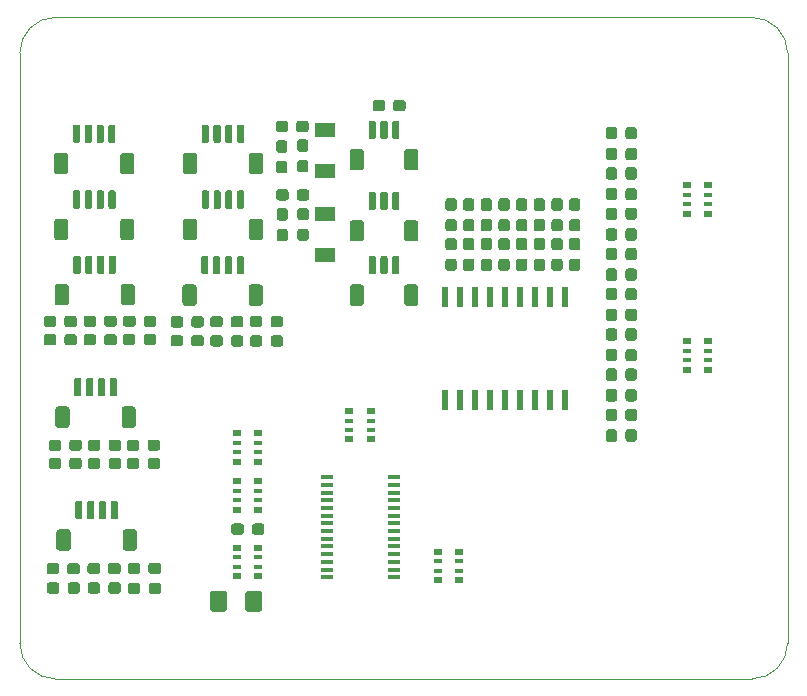
<source format=gbr>
%TF.GenerationSoftware,KiCad,Pcbnew,(5.0.1)-3*%
%TF.CreationDate,2019-03-06T13:22:50-05:00*%
%TF.ProjectId,reef-piHat,726565662D70694861742E6B69636164,rev?*%
%TF.SameCoordinates,Original*%
%TF.FileFunction,Paste,Top*%
%TF.FilePolarity,Positive*%
%FSLAX46Y46*%
G04 Gerber Fmt 4.6, Leading zero omitted, Abs format (unit mm)*
G04 Created by KiCad (PCBNEW (5.0.1)-3) date 3/6/2019 1:22:50 PM*
%MOMM*%
%LPD*%
G01*
G04 APERTURE LIST*
%ADD10C,0.100000*%
%ADD11C,0.950000*%
%ADD12C,0.600000*%
%ADD13C,1.200000*%
%ADD14R,1.100000X0.400000*%
%ADD15R,0.600000X1.725000*%
%ADD16C,1.425000*%
%ADD17R,1.700000X1.300000*%
%ADD18R,0.800000X0.500000*%
%ADD19R,0.800000X0.400000*%
G04 APERTURE END LIST*
D10*
X78546356Y-63817611D02*
X78546356Y-113817611D01*
X78546356Y-63817611D02*
G75*
G02X81546356Y-60817611I3000000J0D01*
G01*
X140546356Y-60817611D02*
X81546356Y-60817611D01*
X140546356Y-60817611D02*
G75*
G02X143546356Y-63817611I0J-3000000D01*
G01*
X143546356Y-113817611D02*
X143546356Y-63817611D01*
X81546356Y-116817611D02*
G75*
G02X78546356Y-113817611I0J3000000D01*
G01*
X81546356Y-116817611D02*
X140546356Y-116817611D01*
X143546351Y-113822847D02*
G75*
G02X140546356Y-116817611I-2999995J5236D01*
G01*
G36*
X102789559Y-69576804D02*
X102812614Y-69580223D01*
X102835223Y-69585887D01*
X102857167Y-69593739D01*
X102878237Y-69603704D01*
X102898228Y-69615686D01*
X102916948Y-69629570D01*
X102934218Y-69645222D01*
X102949870Y-69662492D01*
X102963754Y-69681212D01*
X102975736Y-69701203D01*
X102985701Y-69722273D01*
X102993553Y-69744217D01*
X102999217Y-69766826D01*
X103002636Y-69789881D01*
X103003780Y-69813160D01*
X103003780Y-70288160D01*
X103002636Y-70311439D01*
X102999217Y-70334494D01*
X102993553Y-70357103D01*
X102985701Y-70379047D01*
X102975736Y-70400117D01*
X102963754Y-70420108D01*
X102949870Y-70438828D01*
X102934218Y-70456098D01*
X102916948Y-70471750D01*
X102898228Y-70485634D01*
X102878237Y-70497616D01*
X102857167Y-70507581D01*
X102835223Y-70515433D01*
X102812614Y-70521097D01*
X102789559Y-70524516D01*
X102766280Y-70525660D01*
X102191280Y-70525660D01*
X102168001Y-70524516D01*
X102144946Y-70521097D01*
X102122337Y-70515433D01*
X102100393Y-70507581D01*
X102079323Y-70497616D01*
X102059332Y-70485634D01*
X102040612Y-70471750D01*
X102023342Y-70456098D01*
X102007690Y-70438828D01*
X101993806Y-70420108D01*
X101981824Y-70400117D01*
X101971859Y-70379047D01*
X101964007Y-70357103D01*
X101958343Y-70334494D01*
X101954924Y-70311439D01*
X101953780Y-70288160D01*
X101953780Y-69813160D01*
X101954924Y-69789881D01*
X101958343Y-69766826D01*
X101964007Y-69744217D01*
X101971859Y-69722273D01*
X101981824Y-69701203D01*
X101993806Y-69681212D01*
X102007690Y-69662492D01*
X102023342Y-69645222D01*
X102040612Y-69629570D01*
X102059332Y-69615686D01*
X102079323Y-69603704D01*
X102100393Y-69593739D01*
X102122337Y-69585887D01*
X102144946Y-69580223D01*
X102168001Y-69576804D01*
X102191280Y-69575660D01*
X102766280Y-69575660D01*
X102789559Y-69576804D01*
X102789559Y-69576804D01*
G37*
D11*
X102478780Y-70050660D03*
D10*
G36*
X101039559Y-69576804D02*
X101062614Y-69580223D01*
X101085223Y-69585887D01*
X101107167Y-69593739D01*
X101128237Y-69603704D01*
X101148228Y-69615686D01*
X101166948Y-69629570D01*
X101184218Y-69645222D01*
X101199870Y-69662492D01*
X101213754Y-69681212D01*
X101225736Y-69701203D01*
X101235701Y-69722273D01*
X101243553Y-69744217D01*
X101249217Y-69766826D01*
X101252636Y-69789881D01*
X101253780Y-69813160D01*
X101253780Y-70288160D01*
X101252636Y-70311439D01*
X101249217Y-70334494D01*
X101243553Y-70357103D01*
X101235701Y-70379047D01*
X101225736Y-70400117D01*
X101213754Y-70420108D01*
X101199870Y-70438828D01*
X101184218Y-70456098D01*
X101166948Y-70471750D01*
X101148228Y-70485634D01*
X101128237Y-70497616D01*
X101107167Y-70507581D01*
X101085223Y-70515433D01*
X101062614Y-70521097D01*
X101039559Y-70524516D01*
X101016280Y-70525660D01*
X100441280Y-70525660D01*
X100418001Y-70524516D01*
X100394946Y-70521097D01*
X100372337Y-70515433D01*
X100350393Y-70507581D01*
X100329323Y-70497616D01*
X100309332Y-70485634D01*
X100290612Y-70471750D01*
X100273342Y-70456098D01*
X100257690Y-70438828D01*
X100243806Y-70420108D01*
X100231824Y-70400117D01*
X100221859Y-70379047D01*
X100214007Y-70357103D01*
X100208343Y-70334494D01*
X100204924Y-70311439D01*
X100203780Y-70288160D01*
X100203780Y-69813160D01*
X100204924Y-69789881D01*
X100208343Y-69766826D01*
X100214007Y-69744217D01*
X100221859Y-69722273D01*
X100231824Y-69701203D01*
X100243806Y-69681212D01*
X100257690Y-69662492D01*
X100273342Y-69645222D01*
X100290612Y-69629570D01*
X100309332Y-69615686D01*
X100329323Y-69603704D01*
X100350393Y-69593739D01*
X100372337Y-69585887D01*
X100394946Y-69580223D01*
X100418001Y-69576804D01*
X100441280Y-69575660D01*
X101016280Y-69575660D01*
X101039559Y-69576804D01*
X101039559Y-69576804D01*
G37*
D11*
X100728780Y-70050660D03*
D10*
G36*
X100984479Y-72976064D02*
X101007534Y-72979483D01*
X101030143Y-72985147D01*
X101052087Y-72992999D01*
X101073157Y-73002964D01*
X101093148Y-73014946D01*
X101111868Y-73028830D01*
X101129138Y-73044482D01*
X101144790Y-73061752D01*
X101158674Y-73080472D01*
X101170656Y-73100463D01*
X101180621Y-73121533D01*
X101188473Y-73143477D01*
X101194137Y-73166086D01*
X101197556Y-73189141D01*
X101198700Y-73212420D01*
X101198700Y-73787420D01*
X101197556Y-73810699D01*
X101194137Y-73833754D01*
X101188473Y-73856363D01*
X101180621Y-73878307D01*
X101170656Y-73899377D01*
X101158674Y-73919368D01*
X101144790Y-73938088D01*
X101129138Y-73955358D01*
X101111868Y-73971010D01*
X101093148Y-73984894D01*
X101073157Y-73996876D01*
X101052087Y-74006841D01*
X101030143Y-74014693D01*
X101007534Y-74020357D01*
X100984479Y-74023776D01*
X100961200Y-74024920D01*
X100486200Y-74024920D01*
X100462921Y-74023776D01*
X100439866Y-74020357D01*
X100417257Y-74014693D01*
X100395313Y-74006841D01*
X100374243Y-73996876D01*
X100354252Y-73984894D01*
X100335532Y-73971010D01*
X100318262Y-73955358D01*
X100302610Y-73938088D01*
X100288726Y-73919368D01*
X100276744Y-73899377D01*
X100266779Y-73878307D01*
X100258927Y-73856363D01*
X100253263Y-73833754D01*
X100249844Y-73810699D01*
X100248700Y-73787420D01*
X100248700Y-73212420D01*
X100249844Y-73189141D01*
X100253263Y-73166086D01*
X100258927Y-73143477D01*
X100266779Y-73121533D01*
X100276744Y-73100463D01*
X100288726Y-73080472D01*
X100302610Y-73061752D01*
X100318262Y-73044482D01*
X100335532Y-73028830D01*
X100354252Y-73014946D01*
X100374243Y-73002964D01*
X100395313Y-72992999D01*
X100417257Y-72985147D01*
X100439866Y-72979483D01*
X100462921Y-72976064D01*
X100486200Y-72974920D01*
X100961200Y-72974920D01*
X100984479Y-72976064D01*
X100984479Y-72976064D01*
G37*
D11*
X100723700Y-73499920D03*
D10*
G36*
X100984479Y-71226064D02*
X101007534Y-71229483D01*
X101030143Y-71235147D01*
X101052087Y-71242999D01*
X101073157Y-71252964D01*
X101093148Y-71264946D01*
X101111868Y-71278830D01*
X101129138Y-71294482D01*
X101144790Y-71311752D01*
X101158674Y-71330472D01*
X101170656Y-71350463D01*
X101180621Y-71371533D01*
X101188473Y-71393477D01*
X101194137Y-71416086D01*
X101197556Y-71439141D01*
X101198700Y-71462420D01*
X101198700Y-72037420D01*
X101197556Y-72060699D01*
X101194137Y-72083754D01*
X101188473Y-72106363D01*
X101180621Y-72128307D01*
X101170656Y-72149377D01*
X101158674Y-72169368D01*
X101144790Y-72188088D01*
X101129138Y-72205358D01*
X101111868Y-72221010D01*
X101093148Y-72234894D01*
X101073157Y-72246876D01*
X101052087Y-72256841D01*
X101030143Y-72264693D01*
X101007534Y-72270357D01*
X100984479Y-72273776D01*
X100961200Y-72274920D01*
X100486200Y-72274920D01*
X100462921Y-72273776D01*
X100439866Y-72270357D01*
X100417257Y-72264693D01*
X100395313Y-72256841D01*
X100374243Y-72246876D01*
X100354252Y-72234894D01*
X100335532Y-72221010D01*
X100318262Y-72205358D01*
X100302610Y-72188088D01*
X100288726Y-72169368D01*
X100276744Y-72149377D01*
X100266779Y-72128307D01*
X100258927Y-72106363D01*
X100253263Y-72083754D01*
X100249844Y-72060699D01*
X100248700Y-72037420D01*
X100248700Y-71462420D01*
X100249844Y-71439141D01*
X100253263Y-71416086D01*
X100258927Y-71393477D01*
X100266779Y-71371533D01*
X100276744Y-71350463D01*
X100288726Y-71330472D01*
X100302610Y-71311752D01*
X100318262Y-71294482D01*
X100335532Y-71278830D01*
X100354252Y-71264946D01*
X100374243Y-71252964D01*
X100395313Y-71242999D01*
X100417257Y-71235147D01*
X100439866Y-71229483D01*
X100462921Y-71226064D01*
X100486200Y-71224920D01*
X100961200Y-71224920D01*
X100984479Y-71226064D01*
X100984479Y-71226064D01*
G37*
D11*
X100723700Y-71749920D03*
D10*
G36*
X102765019Y-72894784D02*
X102788074Y-72898203D01*
X102810683Y-72903867D01*
X102832627Y-72911719D01*
X102853697Y-72921684D01*
X102873688Y-72933666D01*
X102892408Y-72947550D01*
X102909678Y-72963202D01*
X102925330Y-72980472D01*
X102939214Y-72999192D01*
X102951196Y-73019183D01*
X102961161Y-73040253D01*
X102969013Y-73062197D01*
X102974677Y-73084806D01*
X102978096Y-73107861D01*
X102979240Y-73131140D01*
X102979240Y-73706140D01*
X102978096Y-73729419D01*
X102974677Y-73752474D01*
X102969013Y-73775083D01*
X102961161Y-73797027D01*
X102951196Y-73818097D01*
X102939214Y-73838088D01*
X102925330Y-73856808D01*
X102909678Y-73874078D01*
X102892408Y-73889730D01*
X102873688Y-73903614D01*
X102853697Y-73915596D01*
X102832627Y-73925561D01*
X102810683Y-73933413D01*
X102788074Y-73939077D01*
X102765019Y-73942496D01*
X102741740Y-73943640D01*
X102266740Y-73943640D01*
X102243461Y-73942496D01*
X102220406Y-73939077D01*
X102197797Y-73933413D01*
X102175853Y-73925561D01*
X102154783Y-73915596D01*
X102134792Y-73903614D01*
X102116072Y-73889730D01*
X102098802Y-73874078D01*
X102083150Y-73856808D01*
X102069266Y-73838088D01*
X102057284Y-73818097D01*
X102047319Y-73797027D01*
X102039467Y-73775083D01*
X102033803Y-73752474D01*
X102030384Y-73729419D01*
X102029240Y-73706140D01*
X102029240Y-73131140D01*
X102030384Y-73107861D01*
X102033803Y-73084806D01*
X102039467Y-73062197D01*
X102047319Y-73040253D01*
X102057284Y-73019183D01*
X102069266Y-72999192D01*
X102083150Y-72980472D01*
X102098802Y-72963202D01*
X102116072Y-72947550D01*
X102134792Y-72933666D01*
X102154783Y-72921684D01*
X102175853Y-72911719D01*
X102197797Y-72903867D01*
X102220406Y-72898203D01*
X102243461Y-72894784D01*
X102266740Y-72893640D01*
X102741740Y-72893640D01*
X102765019Y-72894784D01*
X102765019Y-72894784D01*
G37*
D11*
X102504240Y-73418640D03*
D10*
G36*
X102765019Y-71144784D02*
X102788074Y-71148203D01*
X102810683Y-71153867D01*
X102832627Y-71161719D01*
X102853697Y-71171684D01*
X102873688Y-71183666D01*
X102892408Y-71197550D01*
X102909678Y-71213202D01*
X102925330Y-71230472D01*
X102939214Y-71249192D01*
X102951196Y-71269183D01*
X102961161Y-71290253D01*
X102969013Y-71312197D01*
X102974677Y-71334806D01*
X102978096Y-71357861D01*
X102979240Y-71381140D01*
X102979240Y-71956140D01*
X102978096Y-71979419D01*
X102974677Y-72002474D01*
X102969013Y-72025083D01*
X102961161Y-72047027D01*
X102951196Y-72068097D01*
X102939214Y-72088088D01*
X102925330Y-72106808D01*
X102909678Y-72124078D01*
X102892408Y-72139730D01*
X102873688Y-72153614D01*
X102853697Y-72165596D01*
X102832627Y-72175561D01*
X102810683Y-72183413D01*
X102788074Y-72189077D01*
X102765019Y-72192496D01*
X102741740Y-72193640D01*
X102266740Y-72193640D01*
X102243461Y-72192496D01*
X102220406Y-72189077D01*
X102197797Y-72183413D01*
X102175853Y-72175561D01*
X102154783Y-72165596D01*
X102134792Y-72153614D01*
X102116072Y-72139730D01*
X102098802Y-72124078D01*
X102083150Y-72106808D01*
X102069266Y-72088088D01*
X102057284Y-72068097D01*
X102047319Y-72047027D01*
X102039467Y-72025083D01*
X102033803Y-72002474D01*
X102030384Y-71979419D01*
X102029240Y-71956140D01*
X102029240Y-71381140D01*
X102030384Y-71357861D01*
X102033803Y-71334806D01*
X102039467Y-71312197D01*
X102047319Y-71290253D01*
X102057284Y-71269183D01*
X102069266Y-71249192D01*
X102083150Y-71230472D01*
X102098802Y-71213202D01*
X102116072Y-71197550D01*
X102134792Y-71183666D01*
X102154783Y-71171684D01*
X102175853Y-71161719D01*
X102197797Y-71153867D01*
X102220406Y-71148203D01*
X102243461Y-71144784D01*
X102266740Y-71143640D01*
X102741740Y-71143640D01*
X102765019Y-71144784D01*
X102765019Y-71144784D01*
G37*
D11*
X102504240Y-71668640D03*
D10*
G36*
X97409083Y-69890822D02*
X97423644Y-69892982D01*
X97437923Y-69896559D01*
X97451783Y-69901518D01*
X97465090Y-69907812D01*
X97477716Y-69915380D01*
X97489539Y-69924148D01*
X97500446Y-69934034D01*
X97510332Y-69944941D01*
X97519100Y-69956764D01*
X97526668Y-69969390D01*
X97532962Y-69982697D01*
X97537921Y-69996557D01*
X97541498Y-70010836D01*
X97543658Y-70025397D01*
X97544380Y-70040100D01*
X97544380Y-71290100D01*
X97543658Y-71304803D01*
X97541498Y-71319364D01*
X97537921Y-71333643D01*
X97532962Y-71347503D01*
X97526668Y-71360810D01*
X97519100Y-71373436D01*
X97510332Y-71385259D01*
X97500446Y-71396166D01*
X97489539Y-71406052D01*
X97477716Y-71414820D01*
X97465090Y-71422388D01*
X97451783Y-71428682D01*
X97437923Y-71433641D01*
X97423644Y-71437218D01*
X97409083Y-71439378D01*
X97394380Y-71440100D01*
X97094380Y-71440100D01*
X97079677Y-71439378D01*
X97065116Y-71437218D01*
X97050837Y-71433641D01*
X97036977Y-71428682D01*
X97023670Y-71422388D01*
X97011044Y-71414820D01*
X96999221Y-71406052D01*
X96988314Y-71396166D01*
X96978428Y-71385259D01*
X96969660Y-71373436D01*
X96962092Y-71360810D01*
X96955798Y-71347503D01*
X96950839Y-71333643D01*
X96947262Y-71319364D01*
X96945102Y-71304803D01*
X96944380Y-71290100D01*
X96944380Y-70040100D01*
X96945102Y-70025397D01*
X96947262Y-70010836D01*
X96950839Y-69996557D01*
X96955798Y-69982697D01*
X96962092Y-69969390D01*
X96969660Y-69956764D01*
X96978428Y-69944941D01*
X96988314Y-69934034D01*
X96999221Y-69924148D01*
X97011044Y-69915380D01*
X97023670Y-69907812D01*
X97036977Y-69901518D01*
X97050837Y-69896559D01*
X97065116Y-69892982D01*
X97079677Y-69890822D01*
X97094380Y-69890100D01*
X97394380Y-69890100D01*
X97409083Y-69890822D01*
X97409083Y-69890822D01*
G37*
D12*
X97244380Y-70665100D03*
D10*
G36*
X96409083Y-69890822D02*
X96423644Y-69892982D01*
X96437923Y-69896559D01*
X96451783Y-69901518D01*
X96465090Y-69907812D01*
X96477716Y-69915380D01*
X96489539Y-69924148D01*
X96500446Y-69934034D01*
X96510332Y-69944941D01*
X96519100Y-69956764D01*
X96526668Y-69969390D01*
X96532962Y-69982697D01*
X96537921Y-69996557D01*
X96541498Y-70010836D01*
X96543658Y-70025397D01*
X96544380Y-70040100D01*
X96544380Y-71290100D01*
X96543658Y-71304803D01*
X96541498Y-71319364D01*
X96537921Y-71333643D01*
X96532962Y-71347503D01*
X96526668Y-71360810D01*
X96519100Y-71373436D01*
X96510332Y-71385259D01*
X96500446Y-71396166D01*
X96489539Y-71406052D01*
X96477716Y-71414820D01*
X96465090Y-71422388D01*
X96451783Y-71428682D01*
X96437923Y-71433641D01*
X96423644Y-71437218D01*
X96409083Y-71439378D01*
X96394380Y-71440100D01*
X96094380Y-71440100D01*
X96079677Y-71439378D01*
X96065116Y-71437218D01*
X96050837Y-71433641D01*
X96036977Y-71428682D01*
X96023670Y-71422388D01*
X96011044Y-71414820D01*
X95999221Y-71406052D01*
X95988314Y-71396166D01*
X95978428Y-71385259D01*
X95969660Y-71373436D01*
X95962092Y-71360810D01*
X95955798Y-71347503D01*
X95950839Y-71333643D01*
X95947262Y-71319364D01*
X95945102Y-71304803D01*
X95944380Y-71290100D01*
X95944380Y-70040100D01*
X95945102Y-70025397D01*
X95947262Y-70010836D01*
X95950839Y-69996557D01*
X95955798Y-69982697D01*
X95962092Y-69969390D01*
X95969660Y-69956764D01*
X95978428Y-69944941D01*
X95988314Y-69934034D01*
X95999221Y-69924148D01*
X96011044Y-69915380D01*
X96023670Y-69907812D01*
X96036977Y-69901518D01*
X96050837Y-69896559D01*
X96065116Y-69892982D01*
X96079677Y-69890822D01*
X96094380Y-69890100D01*
X96394380Y-69890100D01*
X96409083Y-69890822D01*
X96409083Y-69890822D01*
G37*
D12*
X96244380Y-70665100D03*
D10*
G36*
X95409083Y-69890822D02*
X95423644Y-69892982D01*
X95437923Y-69896559D01*
X95451783Y-69901518D01*
X95465090Y-69907812D01*
X95477716Y-69915380D01*
X95489539Y-69924148D01*
X95500446Y-69934034D01*
X95510332Y-69944941D01*
X95519100Y-69956764D01*
X95526668Y-69969390D01*
X95532962Y-69982697D01*
X95537921Y-69996557D01*
X95541498Y-70010836D01*
X95543658Y-70025397D01*
X95544380Y-70040100D01*
X95544380Y-71290100D01*
X95543658Y-71304803D01*
X95541498Y-71319364D01*
X95537921Y-71333643D01*
X95532962Y-71347503D01*
X95526668Y-71360810D01*
X95519100Y-71373436D01*
X95510332Y-71385259D01*
X95500446Y-71396166D01*
X95489539Y-71406052D01*
X95477716Y-71414820D01*
X95465090Y-71422388D01*
X95451783Y-71428682D01*
X95437923Y-71433641D01*
X95423644Y-71437218D01*
X95409083Y-71439378D01*
X95394380Y-71440100D01*
X95094380Y-71440100D01*
X95079677Y-71439378D01*
X95065116Y-71437218D01*
X95050837Y-71433641D01*
X95036977Y-71428682D01*
X95023670Y-71422388D01*
X95011044Y-71414820D01*
X94999221Y-71406052D01*
X94988314Y-71396166D01*
X94978428Y-71385259D01*
X94969660Y-71373436D01*
X94962092Y-71360810D01*
X94955798Y-71347503D01*
X94950839Y-71333643D01*
X94947262Y-71319364D01*
X94945102Y-71304803D01*
X94944380Y-71290100D01*
X94944380Y-70040100D01*
X94945102Y-70025397D01*
X94947262Y-70010836D01*
X94950839Y-69996557D01*
X94955798Y-69982697D01*
X94962092Y-69969390D01*
X94969660Y-69956764D01*
X94978428Y-69944941D01*
X94988314Y-69934034D01*
X94999221Y-69924148D01*
X95011044Y-69915380D01*
X95023670Y-69907812D01*
X95036977Y-69901518D01*
X95050837Y-69896559D01*
X95065116Y-69892982D01*
X95079677Y-69890822D01*
X95094380Y-69890100D01*
X95394380Y-69890100D01*
X95409083Y-69890822D01*
X95409083Y-69890822D01*
G37*
D12*
X95244380Y-70665100D03*
D10*
G36*
X94409083Y-69890822D02*
X94423644Y-69892982D01*
X94437923Y-69896559D01*
X94451783Y-69901518D01*
X94465090Y-69907812D01*
X94477716Y-69915380D01*
X94489539Y-69924148D01*
X94500446Y-69934034D01*
X94510332Y-69944941D01*
X94519100Y-69956764D01*
X94526668Y-69969390D01*
X94532962Y-69982697D01*
X94537921Y-69996557D01*
X94541498Y-70010836D01*
X94543658Y-70025397D01*
X94544380Y-70040100D01*
X94544380Y-71290100D01*
X94543658Y-71304803D01*
X94541498Y-71319364D01*
X94537921Y-71333643D01*
X94532962Y-71347503D01*
X94526668Y-71360810D01*
X94519100Y-71373436D01*
X94510332Y-71385259D01*
X94500446Y-71396166D01*
X94489539Y-71406052D01*
X94477716Y-71414820D01*
X94465090Y-71422388D01*
X94451783Y-71428682D01*
X94437923Y-71433641D01*
X94423644Y-71437218D01*
X94409083Y-71439378D01*
X94394380Y-71440100D01*
X94094380Y-71440100D01*
X94079677Y-71439378D01*
X94065116Y-71437218D01*
X94050837Y-71433641D01*
X94036977Y-71428682D01*
X94023670Y-71422388D01*
X94011044Y-71414820D01*
X93999221Y-71406052D01*
X93988314Y-71396166D01*
X93978428Y-71385259D01*
X93969660Y-71373436D01*
X93962092Y-71360810D01*
X93955798Y-71347503D01*
X93950839Y-71333643D01*
X93947262Y-71319364D01*
X93945102Y-71304803D01*
X93944380Y-71290100D01*
X93944380Y-70040100D01*
X93945102Y-70025397D01*
X93947262Y-70010836D01*
X93950839Y-69996557D01*
X93955798Y-69982697D01*
X93962092Y-69969390D01*
X93969660Y-69956764D01*
X93978428Y-69944941D01*
X93988314Y-69934034D01*
X93999221Y-69924148D01*
X94011044Y-69915380D01*
X94023670Y-69907812D01*
X94036977Y-69901518D01*
X94050837Y-69896559D01*
X94065116Y-69892982D01*
X94079677Y-69890822D01*
X94094380Y-69890100D01*
X94394380Y-69890100D01*
X94409083Y-69890822D01*
X94409083Y-69890822D01*
G37*
D12*
X94244380Y-70665100D03*
D10*
G36*
X98918885Y-72291304D02*
X98943153Y-72294904D01*
X98966952Y-72300865D01*
X98990051Y-72309130D01*
X99012230Y-72319620D01*
X99033273Y-72332232D01*
X99052979Y-72346847D01*
X99071157Y-72363323D01*
X99087633Y-72381501D01*
X99102248Y-72401207D01*
X99114860Y-72422250D01*
X99125350Y-72444429D01*
X99133615Y-72467528D01*
X99139576Y-72491327D01*
X99143176Y-72515595D01*
X99144380Y-72540099D01*
X99144380Y-73840101D01*
X99143176Y-73864605D01*
X99139576Y-73888873D01*
X99133615Y-73912672D01*
X99125350Y-73935771D01*
X99114860Y-73957950D01*
X99102248Y-73978993D01*
X99087633Y-73998699D01*
X99071157Y-74016877D01*
X99052979Y-74033353D01*
X99033273Y-74047968D01*
X99012230Y-74060580D01*
X98990051Y-74071070D01*
X98966952Y-74079335D01*
X98943153Y-74085296D01*
X98918885Y-74088896D01*
X98894381Y-74090100D01*
X98194379Y-74090100D01*
X98169875Y-74088896D01*
X98145607Y-74085296D01*
X98121808Y-74079335D01*
X98098709Y-74071070D01*
X98076530Y-74060580D01*
X98055487Y-74047968D01*
X98035781Y-74033353D01*
X98017603Y-74016877D01*
X98001127Y-73998699D01*
X97986512Y-73978993D01*
X97973900Y-73957950D01*
X97963410Y-73935771D01*
X97955145Y-73912672D01*
X97949184Y-73888873D01*
X97945584Y-73864605D01*
X97944380Y-73840101D01*
X97944380Y-72540099D01*
X97945584Y-72515595D01*
X97949184Y-72491327D01*
X97955145Y-72467528D01*
X97963410Y-72444429D01*
X97973900Y-72422250D01*
X97986512Y-72401207D01*
X98001127Y-72381501D01*
X98017603Y-72363323D01*
X98035781Y-72346847D01*
X98055487Y-72332232D01*
X98076530Y-72319620D01*
X98098709Y-72309130D01*
X98121808Y-72300865D01*
X98145607Y-72294904D01*
X98169875Y-72291304D01*
X98194379Y-72290100D01*
X98894381Y-72290100D01*
X98918885Y-72291304D01*
X98918885Y-72291304D01*
G37*
D13*
X98544380Y-73190100D03*
D10*
G36*
X93318885Y-72291304D02*
X93343153Y-72294904D01*
X93366952Y-72300865D01*
X93390051Y-72309130D01*
X93412230Y-72319620D01*
X93433273Y-72332232D01*
X93452979Y-72346847D01*
X93471157Y-72363323D01*
X93487633Y-72381501D01*
X93502248Y-72401207D01*
X93514860Y-72422250D01*
X93525350Y-72444429D01*
X93533615Y-72467528D01*
X93539576Y-72491327D01*
X93543176Y-72515595D01*
X93544380Y-72540099D01*
X93544380Y-73840101D01*
X93543176Y-73864605D01*
X93539576Y-73888873D01*
X93533615Y-73912672D01*
X93525350Y-73935771D01*
X93514860Y-73957950D01*
X93502248Y-73978993D01*
X93487633Y-73998699D01*
X93471157Y-74016877D01*
X93452979Y-74033353D01*
X93433273Y-74047968D01*
X93412230Y-74060580D01*
X93390051Y-74071070D01*
X93366952Y-74079335D01*
X93343153Y-74085296D01*
X93318885Y-74088896D01*
X93294381Y-74090100D01*
X92594379Y-74090100D01*
X92569875Y-74088896D01*
X92545607Y-74085296D01*
X92521808Y-74079335D01*
X92498709Y-74071070D01*
X92476530Y-74060580D01*
X92455487Y-74047968D01*
X92435781Y-74033353D01*
X92417603Y-74016877D01*
X92401127Y-73998699D01*
X92386512Y-73978993D01*
X92373900Y-73957950D01*
X92363410Y-73935771D01*
X92355145Y-73912672D01*
X92349184Y-73888873D01*
X92345584Y-73864605D01*
X92344380Y-73840101D01*
X92344380Y-72540099D01*
X92345584Y-72515595D01*
X92349184Y-72491327D01*
X92355145Y-72467528D01*
X92363410Y-72444429D01*
X92373900Y-72422250D01*
X92386512Y-72401207D01*
X92401127Y-72381501D01*
X92417603Y-72363323D01*
X92435781Y-72346847D01*
X92455487Y-72332232D01*
X92476530Y-72319620D01*
X92498709Y-72309130D01*
X92521808Y-72300865D01*
X92545607Y-72294904D01*
X92569875Y-72291304D01*
X92594379Y-72290100D01*
X93294381Y-72290100D01*
X93318885Y-72291304D01*
X93318885Y-72291304D01*
G37*
D13*
X92944380Y-73190100D03*
D14*
X110241200Y-108212600D03*
X110241200Y-107562600D03*
X110241200Y-106912600D03*
X110241200Y-106262600D03*
X110241200Y-105612600D03*
X110241200Y-104962600D03*
X110241200Y-104312600D03*
X110241200Y-103662600D03*
X110241200Y-103012600D03*
X110241200Y-102362600D03*
X110241200Y-101712600D03*
X110241200Y-101062600D03*
X110241200Y-100412600D03*
X110241200Y-99762600D03*
X104541200Y-99762600D03*
X104541200Y-100412600D03*
X104541200Y-101062600D03*
X104541200Y-101712600D03*
X104541200Y-102362600D03*
X104541200Y-103012600D03*
X104541200Y-103662600D03*
X104541200Y-104312600D03*
X104541200Y-104962600D03*
X104541200Y-105612600D03*
X104541200Y-106262600D03*
X104541200Y-106912600D03*
X104541200Y-107562600D03*
X104541200Y-108212600D03*
D15*
X124696220Y-84522260D03*
X123426220Y-84522260D03*
X122156220Y-84522260D03*
X120886220Y-84522260D03*
X119616220Y-84522260D03*
X118346220Y-84522260D03*
X117076220Y-84522260D03*
X115806220Y-84522260D03*
X114536220Y-84522260D03*
X124696220Y-93247260D03*
X123426220Y-93247260D03*
X122156220Y-93247260D03*
X120886220Y-93247260D03*
X119616220Y-93247260D03*
X118346220Y-93247260D03*
X117076220Y-93247260D03*
X115806220Y-93247260D03*
X114536220Y-93247260D03*
D10*
G36*
X98828184Y-109374904D02*
X98852453Y-109378504D01*
X98876251Y-109384465D01*
X98899351Y-109392730D01*
X98921529Y-109403220D01*
X98942573Y-109415833D01*
X98962278Y-109430447D01*
X98980457Y-109446923D01*
X98996933Y-109465102D01*
X99011547Y-109484807D01*
X99024160Y-109505851D01*
X99034650Y-109528029D01*
X99042915Y-109551129D01*
X99048876Y-109574927D01*
X99052476Y-109599196D01*
X99053680Y-109623700D01*
X99053680Y-110873700D01*
X99052476Y-110898204D01*
X99048876Y-110922473D01*
X99042915Y-110946271D01*
X99034650Y-110969371D01*
X99024160Y-110991549D01*
X99011547Y-111012593D01*
X98996933Y-111032298D01*
X98980457Y-111050477D01*
X98962278Y-111066953D01*
X98942573Y-111081567D01*
X98921529Y-111094180D01*
X98899351Y-111104670D01*
X98876251Y-111112935D01*
X98852453Y-111118896D01*
X98828184Y-111122496D01*
X98803680Y-111123700D01*
X97878680Y-111123700D01*
X97854176Y-111122496D01*
X97829907Y-111118896D01*
X97806109Y-111112935D01*
X97783009Y-111104670D01*
X97760831Y-111094180D01*
X97739787Y-111081567D01*
X97720082Y-111066953D01*
X97701903Y-111050477D01*
X97685427Y-111032298D01*
X97670813Y-111012593D01*
X97658200Y-110991549D01*
X97647710Y-110969371D01*
X97639445Y-110946271D01*
X97633484Y-110922473D01*
X97629884Y-110898204D01*
X97628680Y-110873700D01*
X97628680Y-109623700D01*
X97629884Y-109599196D01*
X97633484Y-109574927D01*
X97639445Y-109551129D01*
X97647710Y-109528029D01*
X97658200Y-109505851D01*
X97670813Y-109484807D01*
X97685427Y-109465102D01*
X97701903Y-109446923D01*
X97720082Y-109430447D01*
X97739787Y-109415833D01*
X97760831Y-109403220D01*
X97783009Y-109392730D01*
X97806109Y-109384465D01*
X97829907Y-109378504D01*
X97854176Y-109374904D01*
X97878680Y-109373700D01*
X98803680Y-109373700D01*
X98828184Y-109374904D01*
X98828184Y-109374904D01*
G37*
D16*
X98341180Y-110248700D03*
D10*
G36*
X95853184Y-109374904D02*
X95877453Y-109378504D01*
X95901251Y-109384465D01*
X95924351Y-109392730D01*
X95946529Y-109403220D01*
X95967573Y-109415833D01*
X95987278Y-109430447D01*
X96005457Y-109446923D01*
X96021933Y-109465102D01*
X96036547Y-109484807D01*
X96049160Y-109505851D01*
X96059650Y-109528029D01*
X96067915Y-109551129D01*
X96073876Y-109574927D01*
X96077476Y-109599196D01*
X96078680Y-109623700D01*
X96078680Y-110873700D01*
X96077476Y-110898204D01*
X96073876Y-110922473D01*
X96067915Y-110946271D01*
X96059650Y-110969371D01*
X96049160Y-110991549D01*
X96036547Y-111012593D01*
X96021933Y-111032298D01*
X96005457Y-111050477D01*
X95987278Y-111066953D01*
X95967573Y-111081567D01*
X95946529Y-111094180D01*
X95924351Y-111104670D01*
X95901251Y-111112935D01*
X95877453Y-111118896D01*
X95853184Y-111122496D01*
X95828680Y-111123700D01*
X94903680Y-111123700D01*
X94879176Y-111122496D01*
X94854907Y-111118896D01*
X94831109Y-111112935D01*
X94808009Y-111104670D01*
X94785831Y-111094180D01*
X94764787Y-111081567D01*
X94745082Y-111066953D01*
X94726903Y-111050477D01*
X94710427Y-111032298D01*
X94695813Y-111012593D01*
X94683200Y-110991549D01*
X94672710Y-110969371D01*
X94664445Y-110946271D01*
X94658484Y-110922473D01*
X94654884Y-110898204D01*
X94653680Y-110873700D01*
X94653680Y-109623700D01*
X94654884Y-109599196D01*
X94658484Y-109574927D01*
X94664445Y-109551129D01*
X94672710Y-109528029D01*
X94683200Y-109505851D01*
X94695813Y-109484807D01*
X94710427Y-109465102D01*
X94726903Y-109446923D01*
X94745082Y-109430447D01*
X94764787Y-109415833D01*
X94785831Y-109403220D01*
X94808009Y-109392730D01*
X94831109Y-109384465D01*
X94854907Y-109378504D01*
X94879176Y-109374904D01*
X94903680Y-109373700D01*
X95828680Y-109373700D01*
X95853184Y-109374904D01*
X95853184Y-109374904D01*
G37*
D16*
X95366180Y-110248700D03*
D10*
G36*
X101085339Y-75370544D02*
X101108394Y-75373963D01*
X101131003Y-75379627D01*
X101152947Y-75387479D01*
X101174017Y-75397444D01*
X101194008Y-75409426D01*
X101212728Y-75423310D01*
X101229998Y-75438962D01*
X101245650Y-75456232D01*
X101259534Y-75474952D01*
X101271516Y-75494943D01*
X101281481Y-75516013D01*
X101289333Y-75537957D01*
X101294997Y-75560566D01*
X101298416Y-75583621D01*
X101299560Y-75606900D01*
X101299560Y-76081900D01*
X101298416Y-76105179D01*
X101294997Y-76128234D01*
X101289333Y-76150843D01*
X101281481Y-76172787D01*
X101271516Y-76193857D01*
X101259534Y-76213848D01*
X101245650Y-76232568D01*
X101229998Y-76249838D01*
X101212728Y-76265490D01*
X101194008Y-76279374D01*
X101174017Y-76291356D01*
X101152947Y-76301321D01*
X101131003Y-76309173D01*
X101108394Y-76314837D01*
X101085339Y-76318256D01*
X101062060Y-76319400D01*
X100487060Y-76319400D01*
X100463781Y-76318256D01*
X100440726Y-76314837D01*
X100418117Y-76309173D01*
X100396173Y-76301321D01*
X100375103Y-76291356D01*
X100355112Y-76279374D01*
X100336392Y-76265490D01*
X100319122Y-76249838D01*
X100303470Y-76232568D01*
X100289586Y-76213848D01*
X100277604Y-76193857D01*
X100267639Y-76172787D01*
X100259787Y-76150843D01*
X100254123Y-76128234D01*
X100250704Y-76105179D01*
X100249560Y-76081900D01*
X100249560Y-75606900D01*
X100250704Y-75583621D01*
X100254123Y-75560566D01*
X100259787Y-75537957D01*
X100267639Y-75516013D01*
X100277604Y-75494943D01*
X100289586Y-75474952D01*
X100303470Y-75456232D01*
X100319122Y-75438962D01*
X100336392Y-75423310D01*
X100355112Y-75409426D01*
X100375103Y-75397444D01*
X100396173Y-75387479D01*
X100418117Y-75379627D01*
X100440726Y-75373963D01*
X100463781Y-75370544D01*
X100487060Y-75369400D01*
X101062060Y-75369400D01*
X101085339Y-75370544D01*
X101085339Y-75370544D01*
G37*
D11*
X100774560Y-75844400D03*
D10*
G36*
X102835339Y-75370544D02*
X102858394Y-75373963D01*
X102881003Y-75379627D01*
X102902947Y-75387479D01*
X102924017Y-75397444D01*
X102944008Y-75409426D01*
X102962728Y-75423310D01*
X102979998Y-75438962D01*
X102995650Y-75456232D01*
X103009534Y-75474952D01*
X103021516Y-75494943D01*
X103031481Y-75516013D01*
X103039333Y-75537957D01*
X103044997Y-75560566D01*
X103048416Y-75583621D01*
X103049560Y-75606900D01*
X103049560Y-76081900D01*
X103048416Y-76105179D01*
X103044997Y-76128234D01*
X103039333Y-76150843D01*
X103031481Y-76172787D01*
X103021516Y-76193857D01*
X103009534Y-76213848D01*
X102995650Y-76232568D01*
X102979998Y-76249838D01*
X102962728Y-76265490D01*
X102944008Y-76279374D01*
X102924017Y-76291356D01*
X102902947Y-76301321D01*
X102881003Y-76309173D01*
X102858394Y-76314837D01*
X102835339Y-76318256D01*
X102812060Y-76319400D01*
X102237060Y-76319400D01*
X102213781Y-76318256D01*
X102190726Y-76314837D01*
X102168117Y-76309173D01*
X102146173Y-76301321D01*
X102125103Y-76291356D01*
X102105112Y-76279374D01*
X102086392Y-76265490D01*
X102069122Y-76249838D01*
X102053470Y-76232568D01*
X102039586Y-76213848D01*
X102027604Y-76193857D01*
X102017639Y-76172787D01*
X102009787Y-76150843D01*
X102004123Y-76128234D01*
X102000704Y-76105179D01*
X101999560Y-76081900D01*
X101999560Y-75606900D01*
X102000704Y-75583621D01*
X102004123Y-75560566D01*
X102009787Y-75537957D01*
X102017639Y-75516013D01*
X102027604Y-75494943D01*
X102039586Y-75474952D01*
X102053470Y-75456232D01*
X102069122Y-75438962D01*
X102086392Y-75423310D01*
X102105112Y-75409426D01*
X102125103Y-75397444D01*
X102146173Y-75387479D01*
X102168117Y-75379627D01*
X102190726Y-75373963D01*
X102213781Y-75370544D01*
X102237060Y-75369400D01*
X102812060Y-75369400D01*
X102835339Y-75370544D01*
X102835339Y-75370544D01*
G37*
D11*
X102524560Y-75844400D03*
D17*
X104396540Y-77436980D03*
X104396540Y-80936980D03*
X104373680Y-73807200D03*
X104373680Y-70307200D03*
D18*
X115722400Y-108460540D03*
D19*
X115722400Y-106860540D03*
X115722400Y-107660540D03*
D18*
X115722400Y-106060540D03*
D19*
X113922400Y-107660540D03*
D18*
X113922400Y-108460540D03*
D19*
X113922400Y-106860540D03*
D18*
X113922400Y-106060540D03*
X106444640Y-94150480D03*
D19*
X106444640Y-95750480D03*
X106444640Y-94950480D03*
D18*
X106444640Y-96550480D03*
D19*
X108244640Y-94950480D03*
D18*
X108244640Y-94150480D03*
D19*
X108244640Y-95750480D03*
D18*
X108244640Y-96550480D03*
X96901000Y-100089000D03*
D19*
X96901000Y-101689000D03*
X96901000Y-100889000D03*
D18*
X96901000Y-102489000D03*
D19*
X98701000Y-100889000D03*
D18*
X98701000Y-100089000D03*
D19*
X98701000Y-101689000D03*
D18*
X98701000Y-102489000D03*
X98753500Y-98418500D03*
D19*
X98753500Y-97618500D03*
D18*
X98753500Y-96018500D03*
D19*
X98753500Y-96818500D03*
D18*
X96953500Y-98418500D03*
D19*
X96953500Y-96818500D03*
X96953500Y-97618500D03*
D18*
X96953500Y-96018500D03*
X135019640Y-88255140D03*
D19*
X135019640Y-89855140D03*
X135019640Y-89055140D03*
D18*
X135019640Y-90655140D03*
D19*
X136819640Y-89055140D03*
D18*
X136819640Y-88255140D03*
D19*
X136819640Y-89855140D03*
D18*
X136819640Y-90655140D03*
X136819640Y-77431900D03*
D19*
X136819640Y-76631900D03*
D18*
X136819640Y-75031900D03*
D19*
X136819640Y-75831900D03*
D18*
X135019640Y-77431900D03*
D19*
X135019640Y-75831900D03*
X135019640Y-76631900D03*
D18*
X135019640Y-75031900D03*
D10*
G36*
X109246299Y-67806424D02*
X109269354Y-67809843D01*
X109291963Y-67815507D01*
X109313907Y-67823359D01*
X109334977Y-67833324D01*
X109354968Y-67845306D01*
X109373688Y-67859190D01*
X109390958Y-67874842D01*
X109406610Y-67892112D01*
X109420494Y-67910832D01*
X109432476Y-67930823D01*
X109442441Y-67951893D01*
X109450293Y-67973837D01*
X109455957Y-67996446D01*
X109459376Y-68019501D01*
X109460520Y-68042780D01*
X109460520Y-68517780D01*
X109459376Y-68541059D01*
X109455957Y-68564114D01*
X109450293Y-68586723D01*
X109442441Y-68608667D01*
X109432476Y-68629737D01*
X109420494Y-68649728D01*
X109406610Y-68668448D01*
X109390958Y-68685718D01*
X109373688Y-68701370D01*
X109354968Y-68715254D01*
X109334977Y-68727236D01*
X109313907Y-68737201D01*
X109291963Y-68745053D01*
X109269354Y-68750717D01*
X109246299Y-68754136D01*
X109223020Y-68755280D01*
X108648020Y-68755280D01*
X108624741Y-68754136D01*
X108601686Y-68750717D01*
X108579077Y-68745053D01*
X108557133Y-68737201D01*
X108536063Y-68727236D01*
X108516072Y-68715254D01*
X108497352Y-68701370D01*
X108480082Y-68685718D01*
X108464430Y-68668448D01*
X108450546Y-68649728D01*
X108438564Y-68629737D01*
X108428599Y-68608667D01*
X108420747Y-68586723D01*
X108415083Y-68564114D01*
X108411664Y-68541059D01*
X108410520Y-68517780D01*
X108410520Y-68042780D01*
X108411664Y-68019501D01*
X108415083Y-67996446D01*
X108420747Y-67973837D01*
X108428599Y-67951893D01*
X108438564Y-67930823D01*
X108450546Y-67910832D01*
X108464430Y-67892112D01*
X108480082Y-67874842D01*
X108497352Y-67859190D01*
X108516072Y-67845306D01*
X108536063Y-67833324D01*
X108557133Y-67823359D01*
X108579077Y-67815507D01*
X108601686Y-67809843D01*
X108624741Y-67806424D01*
X108648020Y-67805280D01*
X109223020Y-67805280D01*
X109246299Y-67806424D01*
X109246299Y-67806424D01*
G37*
D11*
X108935520Y-68280280D03*
D10*
G36*
X110996299Y-67806424D02*
X111019354Y-67809843D01*
X111041963Y-67815507D01*
X111063907Y-67823359D01*
X111084977Y-67833324D01*
X111104968Y-67845306D01*
X111123688Y-67859190D01*
X111140958Y-67874842D01*
X111156610Y-67892112D01*
X111170494Y-67910832D01*
X111182476Y-67930823D01*
X111192441Y-67951893D01*
X111200293Y-67973837D01*
X111205957Y-67996446D01*
X111209376Y-68019501D01*
X111210520Y-68042780D01*
X111210520Y-68517780D01*
X111209376Y-68541059D01*
X111205957Y-68564114D01*
X111200293Y-68586723D01*
X111192441Y-68608667D01*
X111182476Y-68629737D01*
X111170494Y-68649728D01*
X111156610Y-68668448D01*
X111140958Y-68685718D01*
X111123688Y-68701370D01*
X111104968Y-68715254D01*
X111084977Y-68727236D01*
X111063907Y-68737201D01*
X111041963Y-68745053D01*
X111019354Y-68750717D01*
X110996299Y-68754136D01*
X110973020Y-68755280D01*
X110398020Y-68755280D01*
X110374741Y-68754136D01*
X110351686Y-68750717D01*
X110329077Y-68745053D01*
X110307133Y-68737201D01*
X110286063Y-68727236D01*
X110266072Y-68715254D01*
X110247352Y-68701370D01*
X110230082Y-68685718D01*
X110214430Y-68668448D01*
X110200546Y-68649728D01*
X110188564Y-68629737D01*
X110178599Y-68608667D01*
X110170747Y-68586723D01*
X110165083Y-68564114D01*
X110161664Y-68541059D01*
X110160520Y-68517780D01*
X110160520Y-68042780D01*
X110161664Y-68019501D01*
X110165083Y-67996446D01*
X110170747Y-67973837D01*
X110178599Y-67951893D01*
X110188564Y-67930823D01*
X110200546Y-67910832D01*
X110214430Y-67892112D01*
X110230082Y-67874842D01*
X110247352Y-67859190D01*
X110266072Y-67845306D01*
X110286063Y-67833324D01*
X110307133Y-67823359D01*
X110329077Y-67815507D01*
X110351686Y-67809843D01*
X110374741Y-67806424D01*
X110398020Y-67805280D01*
X110973020Y-67805280D01*
X110996299Y-67806424D01*
X110996299Y-67806424D01*
G37*
D11*
X110685520Y-68280280D03*
D18*
X96901000Y-105740200D03*
D19*
X96901000Y-107340200D03*
X96901000Y-106540200D03*
D18*
X96901000Y-108140200D03*
D19*
X98701000Y-106540200D03*
D18*
X98701000Y-105740200D03*
D19*
X98701000Y-107340200D03*
D18*
X98701000Y-108140200D03*
D10*
G36*
X97290579Y-103666144D02*
X97313634Y-103669563D01*
X97336243Y-103675227D01*
X97358187Y-103683079D01*
X97379257Y-103693044D01*
X97399248Y-103705026D01*
X97417968Y-103718910D01*
X97435238Y-103734562D01*
X97450890Y-103751832D01*
X97464774Y-103770552D01*
X97476756Y-103790543D01*
X97486721Y-103811613D01*
X97494573Y-103833557D01*
X97500237Y-103856166D01*
X97503656Y-103879221D01*
X97504800Y-103902500D01*
X97504800Y-104377500D01*
X97503656Y-104400779D01*
X97500237Y-104423834D01*
X97494573Y-104446443D01*
X97486721Y-104468387D01*
X97476756Y-104489457D01*
X97464774Y-104509448D01*
X97450890Y-104528168D01*
X97435238Y-104545438D01*
X97417968Y-104561090D01*
X97399248Y-104574974D01*
X97379257Y-104586956D01*
X97358187Y-104596921D01*
X97336243Y-104604773D01*
X97313634Y-104610437D01*
X97290579Y-104613856D01*
X97267300Y-104615000D01*
X96692300Y-104615000D01*
X96669021Y-104613856D01*
X96645966Y-104610437D01*
X96623357Y-104604773D01*
X96601413Y-104596921D01*
X96580343Y-104586956D01*
X96560352Y-104574974D01*
X96541632Y-104561090D01*
X96524362Y-104545438D01*
X96508710Y-104528168D01*
X96494826Y-104509448D01*
X96482844Y-104489457D01*
X96472879Y-104468387D01*
X96465027Y-104446443D01*
X96459363Y-104423834D01*
X96455944Y-104400779D01*
X96454800Y-104377500D01*
X96454800Y-103902500D01*
X96455944Y-103879221D01*
X96459363Y-103856166D01*
X96465027Y-103833557D01*
X96472879Y-103811613D01*
X96482844Y-103790543D01*
X96494826Y-103770552D01*
X96508710Y-103751832D01*
X96524362Y-103734562D01*
X96541632Y-103718910D01*
X96560352Y-103705026D01*
X96580343Y-103693044D01*
X96601413Y-103683079D01*
X96623357Y-103675227D01*
X96645966Y-103669563D01*
X96669021Y-103666144D01*
X96692300Y-103665000D01*
X97267300Y-103665000D01*
X97290579Y-103666144D01*
X97290579Y-103666144D01*
G37*
D11*
X96979800Y-104140000D03*
D10*
G36*
X99040579Y-103666144D02*
X99063634Y-103669563D01*
X99086243Y-103675227D01*
X99108187Y-103683079D01*
X99129257Y-103693044D01*
X99149248Y-103705026D01*
X99167968Y-103718910D01*
X99185238Y-103734562D01*
X99200890Y-103751832D01*
X99214774Y-103770552D01*
X99226756Y-103790543D01*
X99236721Y-103811613D01*
X99244573Y-103833557D01*
X99250237Y-103856166D01*
X99253656Y-103879221D01*
X99254800Y-103902500D01*
X99254800Y-104377500D01*
X99253656Y-104400779D01*
X99250237Y-104423834D01*
X99244573Y-104446443D01*
X99236721Y-104468387D01*
X99226756Y-104489457D01*
X99214774Y-104509448D01*
X99200890Y-104528168D01*
X99185238Y-104545438D01*
X99167968Y-104561090D01*
X99149248Y-104574974D01*
X99129257Y-104586956D01*
X99108187Y-104596921D01*
X99086243Y-104604773D01*
X99063634Y-104610437D01*
X99040579Y-104613856D01*
X99017300Y-104615000D01*
X98442300Y-104615000D01*
X98419021Y-104613856D01*
X98395966Y-104610437D01*
X98373357Y-104604773D01*
X98351413Y-104596921D01*
X98330343Y-104586956D01*
X98310352Y-104574974D01*
X98291632Y-104561090D01*
X98274362Y-104545438D01*
X98258710Y-104528168D01*
X98244826Y-104509448D01*
X98232844Y-104489457D01*
X98222879Y-104468387D01*
X98215027Y-104446443D01*
X98209363Y-104423834D01*
X98205944Y-104400779D01*
X98204800Y-104377500D01*
X98204800Y-103902500D01*
X98205944Y-103879221D01*
X98209363Y-103856166D01*
X98215027Y-103833557D01*
X98222879Y-103811613D01*
X98232844Y-103790543D01*
X98244826Y-103770552D01*
X98258710Y-103751832D01*
X98274362Y-103734562D01*
X98291632Y-103718910D01*
X98310352Y-103705026D01*
X98330343Y-103693044D01*
X98351413Y-103683079D01*
X98373357Y-103675227D01*
X98395966Y-103669563D01*
X98419021Y-103666144D01*
X98442300Y-103665000D01*
X99017300Y-103665000D01*
X99040579Y-103666144D01*
X99040579Y-103666144D01*
G37*
D11*
X98729800Y-104140000D03*
D10*
G36*
X102785339Y-78693664D02*
X102808394Y-78697083D01*
X102831003Y-78702747D01*
X102852947Y-78710599D01*
X102874017Y-78720564D01*
X102894008Y-78732546D01*
X102912728Y-78746430D01*
X102929998Y-78762082D01*
X102945650Y-78779352D01*
X102959534Y-78798072D01*
X102971516Y-78818063D01*
X102981481Y-78839133D01*
X102989333Y-78861077D01*
X102994997Y-78883686D01*
X102998416Y-78906741D01*
X102999560Y-78930020D01*
X102999560Y-79505020D01*
X102998416Y-79528299D01*
X102994997Y-79551354D01*
X102989333Y-79573963D01*
X102981481Y-79595907D01*
X102971516Y-79616977D01*
X102959534Y-79636968D01*
X102945650Y-79655688D01*
X102929998Y-79672958D01*
X102912728Y-79688610D01*
X102894008Y-79702494D01*
X102874017Y-79714476D01*
X102852947Y-79724441D01*
X102831003Y-79732293D01*
X102808394Y-79737957D01*
X102785339Y-79741376D01*
X102762060Y-79742520D01*
X102287060Y-79742520D01*
X102263781Y-79741376D01*
X102240726Y-79737957D01*
X102218117Y-79732293D01*
X102196173Y-79724441D01*
X102175103Y-79714476D01*
X102155112Y-79702494D01*
X102136392Y-79688610D01*
X102119122Y-79672958D01*
X102103470Y-79655688D01*
X102089586Y-79636968D01*
X102077604Y-79616977D01*
X102067639Y-79595907D01*
X102059787Y-79573963D01*
X102054123Y-79551354D01*
X102050704Y-79528299D01*
X102049560Y-79505020D01*
X102049560Y-78930020D01*
X102050704Y-78906741D01*
X102054123Y-78883686D01*
X102059787Y-78861077D01*
X102067639Y-78839133D01*
X102077604Y-78818063D01*
X102089586Y-78798072D01*
X102103470Y-78779352D01*
X102119122Y-78762082D01*
X102136392Y-78746430D01*
X102155112Y-78732546D01*
X102175103Y-78720564D01*
X102196173Y-78710599D01*
X102218117Y-78702747D01*
X102240726Y-78697083D01*
X102263781Y-78693664D01*
X102287060Y-78692520D01*
X102762060Y-78692520D01*
X102785339Y-78693664D01*
X102785339Y-78693664D01*
G37*
D11*
X102524560Y-79217520D03*
D10*
G36*
X102785339Y-76943664D02*
X102808394Y-76947083D01*
X102831003Y-76952747D01*
X102852947Y-76960599D01*
X102874017Y-76970564D01*
X102894008Y-76982546D01*
X102912728Y-76996430D01*
X102929998Y-77012082D01*
X102945650Y-77029352D01*
X102959534Y-77048072D01*
X102971516Y-77068063D01*
X102981481Y-77089133D01*
X102989333Y-77111077D01*
X102994997Y-77133686D01*
X102998416Y-77156741D01*
X102999560Y-77180020D01*
X102999560Y-77755020D01*
X102998416Y-77778299D01*
X102994997Y-77801354D01*
X102989333Y-77823963D01*
X102981481Y-77845907D01*
X102971516Y-77866977D01*
X102959534Y-77886968D01*
X102945650Y-77905688D01*
X102929998Y-77922958D01*
X102912728Y-77938610D01*
X102894008Y-77952494D01*
X102874017Y-77964476D01*
X102852947Y-77974441D01*
X102831003Y-77982293D01*
X102808394Y-77987957D01*
X102785339Y-77991376D01*
X102762060Y-77992520D01*
X102287060Y-77992520D01*
X102263781Y-77991376D01*
X102240726Y-77987957D01*
X102218117Y-77982293D01*
X102196173Y-77974441D01*
X102175103Y-77964476D01*
X102155112Y-77952494D01*
X102136392Y-77938610D01*
X102119122Y-77922958D01*
X102103470Y-77905688D01*
X102089586Y-77886968D01*
X102077604Y-77866977D01*
X102067639Y-77845907D01*
X102059787Y-77823963D01*
X102054123Y-77801354D01*
X102050704Y-77778299D01*
X102049560Y-77755020D01*
X102049560Y-77180020D01*
X102050704Y-77156741D01*
X102054123Y-77133686D01*
X102059787Y-77111077D01*
X102067639Y-77089133D01*
X102077604Y-77068063D01*
X102089586Y-77048072D01*
X102103470Y-77029352D01*
X102119122Y-77012082D01*
X102136392Y-76996430D01*
X102155112Y-76982546D01*
X102175103Y-76970564D01*
X102196173Y-76960599D01*
X102218117Y-76952747D01*
X102240726Y-76947083D01*
X102263781Y-76943664D01*
X102287060Y-76942520D01*
X102762060Y-76942520D01*
X102785339Y-76943664D01*
X102785339Y-76943664D01*
G37*
D11*
X102524560Y-77467520D03*
D10*
G36*
X98862839Y-86102044D02*
X98885894Y-86105463D01*
X98908503Y-86111127D01*
X98930447Y-86118979D01*
X98951517Y-86128944D01*
X98971508Y-86140926D01*
X98990228Y-86154810D01*
X99007498Y-86170462D01*
X99023150Y-86187732D01*
X99037034Y-86206452D01*
X99049016Y-86226443D01*
X99058981Y-86247513D01*
X99066833Y-86269457D01*
X99072497Y-86292066D01*
X99075916Y-86315121D01*
X99077060Y-86338400D01*
X99077060Y-86813400D01*
X99075916Y-86836679D01*
X99072497Y-86859734D01*
X99066833Y-86882343D01*
X99058981Y-86904287D01*
X99049016Y-86925357D01*
X99037034Y-86945348D01*
X99023150Y-86964068D01*
X99007498Y-86981338D01*
X98990228Y-86996990D01*
X98971508Y-87010874D01*
X98951517Y-87022856D01*
X98930447Y-87032821D01*
X98908503Y-87040673D01*
X98885894Y-87046337D01*
X98862839Y-87049756D01*
X98839560Y-87050900D01*
X98264560Y-87050900D01*
X98241281Y-87049756D01*
X98218226Y-87046337D01*
X98195617Y-87040673D01*
X98173673Y-87032821D01*
X98152603Y-87022856D01*
X98132612Y-87010874D01*
X98113892Y-86996990D01*
X98096622Y-86981338D01*
X98080970Y-86964068D01*
X98067086Y-86945348D01*
X98055104Y-86925357D01*
X98045139Y-86904287D01*
X98037287Y-86882343D01*
X98031623Y-86859734D01*
X98028204Y-86836679D01*
X98027060Y-86813400D01*
X98027060Y-86338400D01*
X98028204Y-86315121D01*
X98031623Y-86292066D01*
X98037287Y-86269457D01*
X98045139Y-86247513D01*
X98055104Y-86226443D01*
X98067086Y-86206452D01*
X98080970Y-86187732D01*
X98096622Y-86170462D01*
X98113892Y-86154810D01*
X98132612Y-86140926D01*
X98152603Y-86128944D01*
X98173673Y-86118979D01*
X98195617Y-86111127D01*
X98218226Y-86105463D01*
X98241281Y-86102044D01*
X98264560Y-86100900D01*
X98839560Y-86100900D01*
X98862839Y-86102044D01*
X98862839Y-86102044D01*
G37*
D11*
X98552060Y-86575900D03*
D10*
G36*
X100612839Y-86102044D02*
X100635894Y-86105463D01*
X100658503Y-86111127D01*
X100680447Y-86118979D01*
X100701517Y-86128944D01*
X100721508Y-86140926D01*
X100740228Y-86154810D01*
X100757498Y-86170462D01*
X100773150Y-86187732D01*
X100787034Y-86206452D01*
X100799016Y-86226443D01*
X100808981Y-86247513D01*
X100816833Y-86269457D01*
X100822497Y-86292066D01*
X100825916Y-86315121D01*
X100827060Y-86338400D01*
X100827060Y-86813400D01*
X100825916Y-86836679D01*
X100822497Y-86859734D01*
X100816833Y-86882343D01*
X100808981Y-86904287D01*
X100799016Y-86925357D01*
X100787034Y-86945348D01*
X100773150Y-86964068D01*
X100757498Y-86981338D01*
X100740228Y-86996990D01*
X100721508Y-87010874D01*
X100701517Y-87022856D01*
X100680447Y-87032821D01*
X100658503Y-87040673D01*
X100635894Y-87046337D01*
X100612839Y-87049756D01*
X100589560Y-87050900D01*
X100014560Y-87050900D01*
X99991281Y-87049756D01*
X99968226Y-87046337D01*
X99945617Y-87040673D01*
X99923673Y-87032821D01*
X99902603Y-87022856D01*
X99882612Y-87010874D01*
X99863892Y-86996990D01*
X99846622Y-86981338D01*
X99830970Y-86964068D01*
X99817086Y-86945348D01*
X99805104Y-86925357D01*
X99795139Y-86904287D01*
X99787287Y-86882343D01*
X99781623Y-86859734D01*
X99778204Y-86836679D01*
X99777060Y-86813400D01*
X99777060Y-86338400D01*
X99778204Y-86315121D01*
X99781623Y-86292066D01*
X99787287Y-86269457D01*
X99795139Y-86247513D01*
X99805104Y-86226443D01*
X99817086Y-86206452D01*
X99830970Y-86187732D01*
X99846622Y-86170462D01*
X99863892Y-86154810D01*
X99882612Y-86140926D01*
X99902603Y-86128944D01*
X99923673Y-86118979D01*
X99945617Y-86111127D01*
X99968226Y-86105463D01*
X99991281Y-86102044D01*
X100014560Y-86100900D01*
X100589560Y-86100900D01*
X100612839Y-86102044D01*
X100612839Y-86102044D01*
G37*
D11*
X100302060Y-86575900D03*
D10*
G36*
X88131339Y-86063944D02*
X88154394Y-86067363D01*
X88177003Y-86073027D01*
X88198947Y-86080879D01*
X88220017Y-86090844D01*
X88240008Y-86102826D01*
X88258728Y-86116710D01*
X88275998Y-86132362D01*
X88291650Y-86149632D01*
X88305534Y-86168352D01*
X88317516Y-86188343D01*
X88327481Y-86209413D01*
X88335333Y-86231357D01*
X88340997Y-86253966D01*
X88344416Y-86277021D01*
X88345560Y-86300300D01*
X88345560Y-86775300D01*
X88344416Y-86798579D01*
X88340997Y-86821634D01*
X88335333Y-86844243D01*
X88327481Y-86866187D01*
X88317516Y-86887257D01*
X88305534Y-86907248D01*
X88291650Y-86925968D01*
X88275998Y-86943238D01*
X88258728Y-86958890D01*
X88240008Y-86972774D01*
X88220017Y-86984756D01*
X88198947Y-86994721D01*
X88177003Y-87002573D01*
X88154394Y-87008237D01*
X88131339Y-87011656D01*
X88108060Y-87012800D01*
X87533060Y-87012800D01*
X87509781Y-87011656D01*
X87486726Y-87008237D01*
X87464117Y-87002573D01*
X87442173Y-86994721D01*
X87421103Y-86984756D01*
X87401112Y-86972774D01*
X87382392Y-86958890D01*
X87365122Y-86943238D01*
X87349470Y-86925968D01*
X87335586Y-86907248D01*
X87323604Y-86887257D01*
X87313639Y-86866187D01*
X87305787Y-86844243D01*
X87300123Y-86821634D01*
X87296704Y-86798579D01*
X87295560Y-86775300D01*
X87295560Y-86300300D01*
X87296704Y-86277021D01*
X87300123Y-86253966D01*
X87305787Y-86231357D01*
X87313639Y-86209413D01*
X87323604Y-86188343D01*
X87335586Y-86168352D01*
X87349470Y-86149632D01*
X87365122Y-86132362D01*
X87382392Y-86116710D01*
X87401112Y-86102826D01*
X87421103Y-86090844D01*
X87442173Y-86080879D01*
X87464117Y-86073027D01*
X87486726Y-86067363D01*
X87509781Y-86063944D01*
X87533060Y-86062800D01*
X88108060Y-86062800D01*
X88131339Y-86063944D01*
X88131339Y-86063944D01*
G37*
D11*
X87820560Y-86537800D03*
D10*
G36*
X89881339Y-86063944D02*
X89904394Y-86067363D01*
X89927003Y-86073027D01*
X89948947Y-86080879D01*
X89970017Y-86090844D01*
X89990008Y-86102826D01*
X90008728Y-86116710D01*
X90025998Y-86132362D01*
X90041650Y-86149632D01*
X90055534Y-86168352D01*
X90067516Y-86188343D01*
X90077481Y-86209413D01*
X90085333Y-86231357D01*
X90090997Y-86253966D01*
X90094416Y-86277021D01*
X90095560Y-86300300D01*
X90095560Y-86775300D01*
X90094416Y-86798579D01*
X90090997Y-86821634D01*
X90085333Y-86844243D01*
X90077481Y-86866187D01*
X90067516Y-86887257D01*
X90055534Y-86907248D01*
X90041650Y-86925968D01*
X90025998Y-86943238D01*
X90008728Y-86958890D01*
X89990008Y-86972774D01*
X89970017Y-86984756D01*
X89948947Y-86994721D01*
X89927003Y-87002573D01*
X89904394Y-87008237D01*
X89881339Y-87011656D01*
X89858060Y-87012800D01*
X89283060Y-87012800D01*
X89259781Y-87011656D01*
X89236726Y-87008237D01*
X89214117Y-87002573D01*
X89192173Y-86994721D01*
X89171103Y-86984756D01*
X89151112Y-86972774D01*
X89132392Y-86958890D01*
X89115122Y-86943238D01*
X89099470Y-86925968D01*
X89085586Y-86907248D01*
X89073604Y-86887257D01*
X89063639Y-86866187D01*
X89055787Y-86844243D01*
X89050123Y-86821634D01*
X89046704Y-86798579D01*
X89045560Y-86775300D01*
X89045560Y-86300300D01*
X89046704Y-86277021D01*
X89050123Y-86253966D01*
X89055787Y-86231357D01*
X89063639Y-86209413D01*
X89073604Y-86188343D01*
X89085586Y-86168352D01*
X89099470Y-86149632D01*
X89115122Y-86132362D01*
X89132392Y-86116710D01*
X89151112Y-86102826D01*
X89171103Y-86090844D01*
X89192173Y-86080879D01*
X89214117Y-86073027D01*
X89236726Y-86067363D01*
X89259781Y-86063944D01*
X89283060Y-86062800D01*
X89858060Y-86062800D01*
X89881339Y-86063944D01*
X89881339Y-86063944D01*
G37*
D11*
X89570560Y-86537800D03*
D10*
G36*
X90196239Y-96559224D02*
X90219294Y-96562643D01*
X90241903Y-96568307D01*
X90263847Y-96576159D01*
X90284917Y-96586124D01*
X90304908Y-96598106D01*
X90323628Y-96611990D01*
X90340898Y-96627642D01*
X90356550Y-96644912D01*
X90370434Y-96663632D01*
X90382416Y-96683623D01*
X90392381Y-96704693D01*
X90400233Y-96726637D01*
X90405897Y-96749246D01*
X90409316Y-96772301D01*
X90410460Y-96795580D01*
X90410460Y-97270580D01*
X90409316Y-97293859D01*
X90405897Y-97316914D01*
X90400233Y-97339523D01*
X90392381Y-97361467D01*
X90382416Y-97382537D01*
X90370434Y-97402528D01*
X90356550Y-97421248D01*
X90340898Y-97438518D01*
X90323628Y-97454170D01*
X90304908Y-97468054D01*
X90284917Y-97480036D01*
X90263847Y-97490001D01*
X90241903Y-97497853D01*
X90219294Y-97503517D01*
X90196239Y-97506936D01*
X90172960Y-97508080D01*
X89597960Y-97508080D01*
X89574681Y-97506936D01*
X89551626Y-97503517D01*
X89529017Y-97497853D01*
X89507073Y-97490001D01*
X89486003Y-97480036D01*
X89466012Y-97468054D01*
X89447292Y-97454170D01*
X89430022Y-97438518D01*
X89414370Y-97421248D01*
X89400486Y-97402528D01*
X89388504Y-97382537D01*
X89378539Y-97361467D01*
X89370687Y-97339523D01*
X89365023Y-97316914D01*
X89361604Y-97293859D01*
X89360460Y-97270580D01*
X89360460Y-96795580D01*
X89361604Y-96772301D01*
X89365023Y-96749246D01*
X89370687Y-96726637D01*
X89378539Y-96704693D01*
X89388504Y-96683623D01*
X89400486Y-96663632D01*
X89414370Y-96644912D01*
X89430022Y-96627642D01*
X89447292Y-96611990D01*
X89466012Y-96598106D01*
X89486003Y-96586124D01*
X89507073Y-96576159D01*
X89529017Y-96568307D01*
X89551626Y-96562643D01*
X89574681Y-96559224D01*
X89597960Y-96558080D01*
X90172960Y-96558080D01*
X90196239Y-96559224D01*
X90196239Y-96559224D01*
G37*
D11*
X89885460Y-97033080D03*
D10*
G36*
X88446239Y-96559224D02*
X88469294Y-96562643D01*
X88491903Y-96568307D01*
X88513847Y-96576159D01*
X88534917Y-96586124D01*
X88554908Y-96598106D01*
X88573628Y-96611990D01*
X88590898Y-96627642D01*
X88606550Y-96644912D01*
X88620434Y-96663632D01*
X88632416Y-96683623D01*
X88642381Y-96704693D01*
X88650233Y-96726637D01*
X88655897Y-96749246D01*
X88659316Y-96772301D01*
X88660460Y-96795580D01*
X88660460Y-97270580D01*
X88659316Y-97293859D01*
X88655897Y-97316914D01*
X88650233Y-97339523D01*
X88642381Y-97361467D01*
X88632416Y-97382537D01*
X88620434Y-97402528D01*
X88606550Y-97421248D01*
X88590898Y-97438518D01*
X88573628Y-97454170D01*
X88554908Y-97468054D01*
X88534917Y-97480036D01*
X88513847Y-97490001D01*
X88491903Y-97497853D01*
X88469294Y-97503517D01*
X88446239Y-97506936D01*
X88422960Y-97508080D01*
X87847960Y-97508080D01*
X87824681Y-97506936D01*
X87801626Y-97503517D01*
X87779017Y-97497853D01*
X87757073Y-97490001D01*
X87736003Y-97480036D01*
X87716012Y-97468054D01*
X87697292Y-97454170D01*
X87680022Y-97438518D01*
X87664370Y-97421248D01*
X87650486Y-97402528D01*
X87638504Y-97382537D01*
X87628539Y-97361467D01*
X87620687Y-97339523D01*
X87615023Y-97316914D01*
X87611604Y-97293859D01*
X87610460Y-97270580D01*
X87610460Y-96795580D01*
X87611604Y-96772301D01*
X87615023Y-96749246D01*
X87620687Y-96726637D01*
X87628539Y-96704693D01*
X87638504Y-96683623D01*
X87650486Y-96663632D01*
X87664370Y-96644912D01*
X87680022Y-96627642D01*
X87697292Y-96611990D01*
X87716012Y-96598106D01*
X87736003Y-96586124D01*
X87757073Y-96576159D01*
X87779017Y-96568307D01*
X87801626Y-96562643D01*
X87824681Y-96559224D01*
X87847960Y-96558080D01*
X88422960Y-96558080D01*
X88446239Y-96559224D01*
X88446239Y-96559224D01*
G37*
D11*
X88135460Y-97033080D03*
D10*
G36*
X88522499Y-106980844D02*
X88545554Y-106984263D01*
X88568163Y-106989927D01*
X88590107Y-106997779D01*
X88611177Y-107007744D01*
X88631168Y-107019726D01*
X88649888Y-107033610D01*
X88667158Y-107049262D01*
X88682810Y-107066532D01*
X88696694Y-107085252D01*
X88708676Y-107105243D01*
X88718641Y-107126313D01*
X88726493Y-107148257D01*
X88732157Y-107170866D01*
X88735576Y-107193921D01*
X88736720Y-107217200D01*
X88736720Y-107692200D01*
X88735576Y-107715479D01*
X88732157Y-107738534D01*
X88726493Y-107761143D01*
X88718641Y-107783087D01*
X88708676Y-107804157D01*
X88696694Y-107824148D01*
X88682810Y-107842868D01*
X88667158Y-107860138D01*
X88649888Y-107875790D01*
X88631168Y-107889674D01*
X88611177Y-107901656D01*
X88590107Y-107911621D01*
X88568163Y-107919473D01*
X88545554Y-107925137D01*
X88522499Y-107928556D01*
X88499220Y-107929700D01*
X87924220Y-107929700D01*
X87900941Y-107928556D01*
X87877886Y-107925137D01*
X87855277Y-107919473D01*
X87833333Y-107911621D01*
X87812263Y-107901656D01*
X87792272Y-107889674D01*
X87773552Y-107875790D01*
X87756282Y-107860138D01*
X87740630Y-107842868D01*
X87726746Y-107824148D01*
X87714764Y-107804157D01*
X87704799Y-107783087D01*
X87696947Y-107761143D01*
X87691283Y-107738534D01*
X87687864Y-107715479D01*
X87686720Y-107692200D01*
X87686720Y-107217200D01*
X87687864Y-107193921D01*
X87691283Y-107170866D01*
X87696947Y-107148257D01*
X87704799Y-107126313D01*
X87714764Y-107105243D01*
X87726746Y-107085252D01*
X87740630Y-107066532D01*
X87756282Y-107049262D01*
X87773552Y-107033610D01*
X87792272Y-107019726D01*
X87812263Y-107007744D01*
X87833333Y-106997779D01*
X87855277Y-106989927D01*
X87877886Y-106984263D01*
X87900941Y-106980844D01*
X87924220Y-106979700D01*
X88499220Y-106979700D01*
X88522499Y-106980844D01*
X88522499Y-106980844D01*
G37*
D11*
X88211720Y-107454700D03*
D10*
G36*
X90272499Y-106980844D02*
X90295554Y-106984263D01*
X90318163Y-106989927D01*
X90340107Y-106997779D01*
X90361177Y-107007744D01*
X90381168Y-107019726D01*
X90399888Y-107033610D01*
X90417158Y-107049262D01*
X90432810Y-107066532D01*
X90446694Y-107085252D01*
X90458676Y-107105243D01*
X90468641Y-107126313D01*
X90476493Y-107148257D01*
X90482157Y-107170866D01*
X90485576Y-107193921D01*
X90486720Y-107217200D01*
X90486720Y-107692200D01*
X90485576Y-107715479D01*
X90482157Y-107738534D01*
X90476493Y-107761143D01*
X90468641Y-107783087D01*
X90458676Y-107804157D01*
X90446694Y-107824148D01*
X90432810Y-107842868D01*
X90417158Y-107860138D01*
X90399888Y-107875790D01*
X90381168Y-107889674D01*
X90361177Y-107901656D01*
X90340107Y-107911621D01*
X90318163Y-107919473D01*
X90295554Y-107925137D01*
X90272499Y-107928556D01*
X90249220Y-107929700D01*
X89674220Y-107929700D01*
X89650941Y-107928556D01*
X89627886Y-107925137D01*
X89605277Y-107919473D01*
X89583333Y-107911621D01*
X89562263Y-107901656D01*
X89542272Y-107889674D01*
X89523552Y-107875790D01*
X89506282Y-107860138D01*
X89490630Y-107842868D01*
X89476746Y-107824148D01*
X89464764Y-107804157D01*
X89454799Y-107783087D01*
X89446947Y-107761143D01*
X89441283Y-107738534D01*
X89437864Y-107715479D01*
X89436720Y-107692200D01*
X89436720Y-107217200D01*
X89437864Y-107193921D01*
X89441283Y-107170866D01*
X89446947Y-107148257D01*
X89454799Y-107126313D01*
X89464764Y-107105243D01*
X89476746Y-107085252D01*
X89490630Y-107066532D01*
X89506282Y-107049262D01*
X89523552Y-107033610D01*
X89542272Y-107019726D01*
X89562263Y-107007744D01*
X89583333Y-106997779D01*
X89605277Y-106989927D01*
X89627886Y-106984263D01*
X89650941Y-106980844D01*
X89674220Y-106979700D01*
X90249220Y-106979700D01*
X90272499Y-106980844D01*
X90272499Y-106980844D01*
G37*
D11*
X89961720Y-107454700D03*
D10*
G36*
X97248579Y-86117284D02*
X97271634Y-86120703D01*
X97294243Y-86126367D01*
X97316187Y-86134219D01*
X97337257Y-86144184D01*
X97357248Y-86156166D01*
X97375968Y-86170050D01*
X97393238Y-86185702D01*
X97408890Y-86202972D01*
X97422774Y-86221692D01*
X97434756Y-86241683D01*
X97444721Y-86262753D01*
X97452573Y-86284697D01*
X97458237Y-86307306D01*
X97461656Y-86330361D01*
X97462800Y-86353640D01*
X97462800Y-86828640D01*
X97461656Y-86851919D01*
X97458237Y-86874974D01*
X97452573Y-86897583D01*
X97444721Y-86919527D01*
X97434756Y-86940597D01*
X97422774Y-86960588D01*
X97408890Y-86979308D01*
X97393238Y-86996578D01*
X97375968Y-87012230D01*
X97357248Y-87026114D01*
X97337257Y-87038096D01*
X97316187Y-87048061D01*
X97294243Y-87055913D01*
X97271634Y-87061577D01*
X97248579Y-87064996D01*
X97225300Y-87066140D01*
X96650300Y-87066140D01*
X96627021Y-87064996D01*
X96603966Y-87061577D01*
X96581357Y-87055913D01*
X96559413Y-87048061D01*
X96538343Y-87038096D01*
X96518352Y-87026114D01*
X96499632Y-87012230D01*
X96482362Y-86996578D01*
X96466710Y-86979308D01*
X96452826Y-86960588D01*
X96440844Y-86940597D01*
X96430879Y-86919527D01*
X96423027Y-86897583D01*
X96417363Y-86874974D01*
X96413944Y-86851919D01*
X96412800Y-86828640D01*
X96412800Y-86353640D01*
X96413944Y-86330361D01*
X96417363Y-86307306D01*
X96423027Y-86284697D01*
X96430879Y-86262753D01*
X96440844Y-86241683D01*
X96452826Y-86221692D01*
X96466710Y-86202972D01*
X96482362Y-86185702D01*
X96499632Y-86170050D01*
X96518352Y-86156166D01*
X96538343Y-86144184D01*
X96559413Y-86134219D01*
X96581357Y-86126367D01*
X96603966Y-86120703D01*
X96627021Y-86117284D01*
X96650300Y-86116140D01*
X97225300Y-86116140D01*
X97248579Y-86117284D01*
X97248579Y-86117284D01*
G37*
D11*
X96937800Y-86591140D03*
D10*
G36*
X95498579Y-86117284D02*
X95521634Y-86120703D01*
X95544243Y-86126367D01*
X95566187Y-86134219D01*
X95587257Y-86144184D01*
X95607248Y-86156166D01*
X95625968Y-86170050D01*
X95643238Y-86185702D01*
X95658890Y-86202972D01*
X95672774Y-86221692D01*
X95684756Y-86241683D01*
X95694721Y-86262753D01*
X95702573Y-86284697D01*
X95708237Y-86307306D01*
X95711656Y-86330361D01*
X95712800Y-86353640D01*
X95712800Y-86828640D01*
X95711656Y-86851919D01*
X95708237Y-86874974D01*
X95702573Y-86897583D01*
X95694721Y-86919527D01*
X95684756Y-86940597D01*
X95672774Y-86960588D01*
X95658890Y-86979308D01*
X95643238Y-86996578D01*
X95625968Y-87012230D01*
X95607248Y-87026114D01*
X95587257Y-87038096D01*
X95566187Y-87048061D01*
X95544243Y-87055913D01*
X95521634Y-87061577D01*
X95498579Y-87064996D01*
X95475300Y-87066140D01*
X94900300Y-87066140D01*
X94877021Y-87064996D01*
X94853966Y-87061577D01*
X94831357Y-87055913D01*
X94809413Y-87048061D01*
X94788343Y-87038096D01*
X94768352Y-87026114D01*
X94749632Y-87012230D01*
X94732362Y-86996578D01*
X94716710Y-86979308D01*
X94702826Y-86960588D01*
X94690844Y-86940597D01*
X94680879Y-86919527D01*
X94673027Y-86897583D01*
X94667363Y-86874974D01*
X94663944Y-86851919D01*
X94662800Y-86828640D01*
X94662800Y-86353640D01*
X94663944Y-86330361D01*
X94667363Y-86307306D01*
X94673027Y-86284697D01*
X94680879Y-86262753D01*
X94690844Y-86241683D01*
X94702826Y-86221692D01*
X94716710Y-86202972D01*
X94732362Y-86185702D01*
X94749632Y-86170050D01*
X94768352Y-86156166D01*
X94788343Y-86144184D01*
X94809413Y-86134219D01*
X94831357Y-86126367D01*
X94853966Y-86120703D01*
X94877021Y-86117284D01*
X94900300Y-86116140D01*
X95475300Y-86116140D01*
X95498579Y-86117284D01*
X95498579Y-86117284D01*
G37*
D11*
X95187800Y-86591140D03*
D10*
G36*
X84782319Y-86058864D02*
X84805374Y-86062283D01*
X84827983Y-86067947D01*
X84849927Y-86075799D01*
X84870997Y-86085764D01*
X84890988Y-86097746D01*
X84909708Y-86111630D01*
X84926978Y-86127282D01*
X84942630Y-86144552D01*
X84956514Y-86163272D01*
X84968496Y-86183263D01*
X84978461Y-86204333D01*
X84986313Y-86226277D01*
X84991977Y-86248886D01*
X84995396Y-86271941D01*
X84996540Y-86295220D01*
X84996540Y-86770220D01*
X84995396Y-86793499D01*
X84991977Y-86816554D01*
X84986313Y-86839163D01*
X84978461Y-86861107D01*
X84968496Y-86882177D01*
X84956514Y-86902168D01*
X84942630Y-86920888D01*
X84926978Y-86938158D01*
X84909708Y-86953810D01*
X84890988Y-86967694D01*
X84870997Y-86979676D01*
X84849927Y-86989641D01*
X84827983Y-86997493D01*
X84805374Y-87003157D01*
X84782319Y-87006576D01*
X84759040Y-87007720D01*
X84184040Y-87007720D01*
X84160761Y-87006576D01*
X84137706Y-87003157D01*
X84115097Y-86997493D01*
X84093153Y-86989641D01*
X84072083Y-86979676D01*
X84052092Y-86967694D01*
X84033372Y-86953810D01*
X84016102Y-86938158D01*
X84000450Y-86920888D01*
X83986566Y-86902168D01*
X83974584Y-86882177D01*
X83964619Y-86861107D01*
X83956767Y-86839163D01*
X83951103Y-86816554D01*
X83947684Y-86793499D01*
X83946540Y-86770220D01*
X83946540Y-86295220D01*
X83947684Y-86271941D01*
X83951103Y-86248886D01*
X83956767Y-86226277D01*
X83964619Y-86204333D01*
X83974584Y-86183263D01*
X83986566Y-86163272D01*
X84000450Y-86144552D01*
X84016102Y-86127282D01*
X84033372Y-86111630D01*
X84052092Y-86097746D01*
X84072083Y-86085764D01*
X84093153Y-86075799D01*
X84115097Y-86067947D01*
X84137706Y-86062283D01*
X84160761Y-86058864D01*
X84184040Y-86057720D01*
X84759040Y-86057720D01*
X84782319Y-86058864D01*
X84782319Y-86058864D01*
G37*
D11*
X84471540Y-86532720D03*
D10*
G36*
X86532319Y-86058864D02*
X86555374Y-86062283D01*
X86577983Y-86067947D01*
X86599927Y-86075799D01*
X86620997Y-86085764D01*
X86640988Y-86097746D01*
X86659708Y-86111630D01*
X86676978Y-86127282D01*
X86692630Y-86144552D01*
X86706514Y-86163272D01*
X86718496Y-86183263D01*
X86728461Y-86204333D01*
X86736313Y-86226277D01*
X86741977Y-86248886D01*
X86745396Y-86271941D01*
X86746540Y-86295220D01*
X86746540Y-86770220D01*
X86745396Y-86793499D01*
X86741977Y-86816554D01*
X86736313Y-86839163D01*
X86728461Y-86861107D01*
X86718496Y-86882177D01*
X86706514Y-86902168D01*
X86692630Y-86920888D01*
X86676978Y-86938158D01*
X86659708Y-86953810D01*
X86640988Y-86967694D01*
X86620997Y-86979676D01*
X86599927Y-86989641D01*
X86577983Y-86997493D01*
X86555374Y-87003157D01*
X86532319Y-87006576D01*
X86509040Y-87007720D01*
X85934040Y-87007720D01*
X85910761Y-87006576D01*
X85887706Y-87003157D01*
X85865097Y-86997493D01*
X85843153Y-86989641D01*
X85822083Y-86979676D01*
X85802092Y-86967694D01*
X85783372Y-86953810D01*
X85766102Y-86938158D01*
X85750450Y-86920888D01*
X85736566Y-86902168D01*
X85724584Y-86882177D01*
X85714619Y-86861107D01*
X85706767Y-86839163D01*
X85701103Y-86816554D01*
X85697684Y-86793499D01*
X85696540Y-86770220D01*
X85696540Y-86295220D01*
X85697684Y-86271941D01*
X85701103Y-86248886D01*
X85706767Y-86226277D01*
X85714619Y-86204333D01*
X85724584Y-86183263D01*
X85736566Y-86163272D01*
X85750450Y-86144552D01*
X85766102Y-86127282D01*
X85783372Y-86111630D01*
X85802092Y-86097746D01*
X85822083Y-86085764D01*
X85843153Y-86075799D01*
X85865097Y-86067947D01*
X85887706Y-86062283D01*
X85910761Y-86058864D01*
X85934040Y-86057720D01*
X86509040Y-86057720D01*
X86532319Y-86058864D01*
X86532319Y-86058864D01*
G37*
D11*
X86221540Y-86532720D03*
D10*
G36*
X86905079Y-96559224D02*
X86928134Y-96562643D01*
X86950743Y-96568307D01*
X86972687Y-96576159D01*
X86993757Y-96586124D01*
X87013748Y-96598106D01*
X87032468Y-96611990D01*
X87049738Y-96627642D01*
X87065390Y-96644912D01*
X87079274Y-96663632D01*
X87091256Y-96683623D01*
X87101221Y-96704693D01*
X87109073Y-96726637D01*
X87114737Y-96749246D01*
X87118156Y-96772301D01*
X87119300Y-96795580D01*
X87119300Y-97270580D01*
X87118156Y-97293859D01*
X87114737Y-97316914D01*
X87109073Y-97339523D01*
X87101221Y-97361467D01*
X87091256Y-97382537D01*
X87079274Y-97402528D01*
X87065390Y-97421248D01*
X87049738Y-97438518D01*
X87032468Y-97454170D01*
X87013748Y-97468054D01*
X86993757Y-97480036D01*
X86972687Y-97490001D01*
X86950743Y-97497853D01*
X86928134Y-97503517D01*
X86905079Y-97506936D01*
X86881800Y-97508080D01*
X86306800Y-97508080D01*
X86283521Y-97506936D01*
X86260466Y-97503517D01*
X86237857Y-97497853D01*
X86215913Y-97490001D01*
X86194843Y-97480036D01*
X86174852Y-97468054D01*
X86156132Y-97454170D01*
X86138862Y-97438518D01*
X86123210Y-97421248D01*
X86109326Y-97402528D01*
X86097344Y-97382537D01*
X86087379Y-97361467D01*
X86079527Y-97339523D01*
X86073863Y-97316914D01*
X86070444Y-97293859D01*
X86069300Y-97270580D01*
X86069300Y-96795580D01*
X86070444Y-96772301D01*
X86073863Y-96749246D01*
X86079527Y-96726637D01*
X86087379Y-96704693D01*
X86097344Y-96683623D01*
X86109326Y-96663632D01*
X86123210Y-96644912D01*
X86138862Y-96627642D01*
X86156132Y-96611990D01*
X86174852Y-96598106D01*
X86194843Y-96586124D01*
X86215913Y-96576159D01*
X86237857Y-96568307D01*
X86260466Y-96562643D01*
X86283521Y-96559224D01*
X86306800Y-96558080D01*
X86881800Y-96558080D01*
X86905079Y-96559224D01*
X86905079Y-96559224D01*
G37*
D11*
X86594300Y-97033080D03*
D10*
G36*
X85155079Y-96559224D02*
X85178134Y-96562643D01*
X85200743Y-96568307D01*
X85222687Y-96576159D01*
X85243757Y-96586124D01*
X85263748Y-96598106D01*
X85282468Y-96611990D01*
X85299738Y-96627642D01*
X85315390Y-96644912D01*
X85329274Y-96663632D01*
X85341256Y-96683623D01*
X85351221Y-96704693D01*
X85359073Y-96726637D01*
X85364737Y-96749246D01*
X85368156Y-96772301D01*
X85369300Y-96795580D01*
X85369300Y-97270580D01*
X85368156Y-97293859D01*
X85364737Y-97316914D01*
X85359073Y-97339523D01*
X85351221Y-97361467D01*
X85341256Y-97382537D01*
X85329274Y-97402528D01*
X85315390Y-97421248D01*
X85299738Y-97438518D01*
X85282468Y-97454170D01*
X85263748Y-97468054D01*
X85243757Y-97480036D01*
X85222687Y-97490001D01*
X85200743Y-97497853D01*
X85178134Y-97503517D01*
X85155079Y-97506936D01*
X85131800Y-97508080D01*
X84556800Y-97508080D01*
X84533521Y-97506936D01*
X84510466Y-97503517D01*
X84487857Y-97497853D01*
X84465913Y-97490001D01*
X84444843Y-97480036D01*
X84424852Y-97468054D01*
X84406132Y-97454170D01*
X84388862Y-97438518D01*
X84373210Y-97421248D01*
X84359326Y-97402528D01*
X84347344Y-97382537D01*
X84337379Y-97361467D01*
X84329527Y-97339523D01*
X84323863Y-97316914D01*
X84320444Y-97293859D01*
X84319300Y-97270580D01*
X84319300Y-96795580D01*
X84320444Y-96772301D01*
X84323863Y-96749246D01*
X84329527Y-96726637D01*
X84337379Y-96704693D01*
X84347344Y-96683623D01*
X84359326Y-96663632D01*
X84373210Y-96644912D01*
X84388862Y-96627642D01*
X84406132Y-96611990D01*
X84424852Y-96598106D01*
X84444843Y-96586124D01*
X84465913Y-96576159D01*
X84487857Y-96568307D01*
X84510466Y-96562643D01*
X84533521Y-96559224D01*
X84556800Y-96558080D01*
X85131800Y-96558080D01*
X85155079Y-96559224D01*
X85155079Y-96559224D01*
G37*
D11*
X84844300Y-97033080D03*
D10*
G36*
X85111219Y-107001164D02*
X85134274Y-107004583D01*
X85156883Y-107010247D01*
X85178827Y-107018099D01*
X85199897Y-107028064D01*
X85219888Y-107040046D01*
X85238608Y-107053930D01*
X85255878Y-107069582D01*
X85271530Y-107086852D01*
X85285414Y-107105572D01*
X85297396Y-107125563D01*
X85307361Y-107146633D01*
X85315213Y-107168577D01*
X85320877Y-107191186D01*
X85324296Y-107214241D01*
X85325440Y-107237520D01*
X85325440Y-107712520D01*
X85324296Y-107735799D01*
X85320877Y-107758854D01*
X85315213Y-107781463D01*
X85307361Y-107803407D01*
X85297396Y-107824477D01*
X85285414Y-107844468D01*
X85271530Y-107863188D01*
X85255878Y-107880458D01*
X85238608Y-107896110D01*
X85219888Y-107909994D01*
X85199897Y-107921976D01*
X85178827Y-107931941D01*
X85156883Y-107939793D01*
X85134274Y-107945457D01*
X85111219Y-107948876D01*
X85087940Y-107950020D01*
X84512940Y-107950020D01*
X84489661Y-107948876D01*
X84466606Y-107945457D01*
X84443997Y-107939793D01*
X84422053Y-107931941D01*
X84400983Y-107921976D01*
X84380992Y-107909994D01*
X84362272Y-107896110D01*
X84345002Y-107880458D01*
X84329350Y-107863188D01*
X84315466Y-107844468D01*
X84303484Y-107824477D01*
X84293519Y-107803407D01*
X84285667Y-107781463D01*
X84280003Y-107758854D01*
X84276584Y-107735799D01*
X84275440Y-107712520D01*
X84275440Y-107237520D01*
X84276584Y-107214241D01*
X84280003Y-107191186D01*
X84285667Y-107168577D01*
X84293519Y-107146633D01*
X84303484Y-107125563D01*
X84315466Y-107105572D01*
X84329350Y-107086852D01*
X84345002Y-107069582D01*
X84362272Y-107053930D01*
X84380992Y-107040046D01*
X84400983Y-107028064D01*
X84422053Y-107018099D01*
X84443997Y-107010247D01*
X84466606Y-107004583D01*
X84489661Y-107001164D01*
X84512940Y-107000020D01*
X85087940Y-107000020D01*
X85111219Y-107001164D01*
X85111219Y-107001164D01*
G37*
D11*
X84800440Y-107475020D03*
D10*
G36*
X86861219Y-107001164D02*
X86884274Y-107004583D01*
X86906883Y-107010247D01*
X86928827Y-107018099D01*
X86949897Y-107028064D01*
X86969888Y-107040046D01*
X86988608Y-107053930D01*
X87005878Y-107069582D01*
X87021530Y-107086852D01*
X87035414Y-107105572D01*
X87047396Y-107125563D01*
X87057361Y-107146633D01*
X87065213Y-107168577D01*
X87070877Y-107191186D01*
X87074296Y-107214241D01*
X87075440Y-107237520D01*
X87075440Y-107712520D01*
X87074296Y-107735799D01*
X87070877Y-107758854D01*
X87065213Y-107781463D01*
X87057361Y-107803407D01*
X87047396Y-107824477D01*
X87035414Y-107844468D01*
X87021530Y-107863188D01*
X87005878Y-107880458D01*
X86988608Y-107896110D01*
X86969888Y-107909994D01*
X86949897Y-107921976D01*
X86928827Y-107931941D01*
X86906883Y-107939793D01*
X86884274Y-107945457D01*
X86861219Y-107948876D01*
X86837940Y-107950020D01*
X86262940Y-107950020D01*
X86239661Y-107948876D01*
X86216606Y-107945457D01*
X86193997Y-107939793D01*
X86172053Y-107931941D01*
X86150983Y-107921976D01*
X86130992Y-107909994D01*
X86112272Y-107896110D01*
X86095002Y-107880458D01*
X86079350Y-107863188D01*
X86065466Y-107844468D01*
X86053484Y-107824477D01*
X86043519Y-107803407D01*
X86035667Y-107781463D01*
X86030003Y-107758854D01*
X86026584Y-107735799D01*
X86025440Y-107712520D01*
X86025440Y-107237520D01*
X86026584Y-107214241D01*
X86030003Y-107191186D01*
X86035667Y-107168577D01*
X86043519Y-107146633D01*
X86053484Y-107125563D01*
X86065466Y-107105572D01*
X86079350Y-107086852D01*
X86095002Y-107069582D01*
X86112272Y-107053930D01*
X86130992Y-107040046D01*
X86150983Y-107028064D01*
X86172053Y-107018099D01*
X86193997Y-107010247D01*
X86216606Y-107004583D01*
X86239661Y-107001164D01*
X86262940Y-107000020D01*
X86837940Y-107000020D01*
X86861219Y-107001164D01*
X86861219Y-107001164D01*
G37*
D11*
X86550440Y-107475020D03*
D10*
G36*
X92161019Y-86122364D02*
X92184074Y-86125783D01*
X92206683Y-86131447D01*
X92228627Y-86139299D01*
X92249697Y-86149264D01*
X92269688Y-86161246D01*
X92288408Y-86175130D01*
X92305678Y-86190782D01*
X92321330Y-86208052D01*
X92335214Y-86226772D01*
X92347196Y-86246763D01*
X92357161Y-86267833D01*
X92365013Y-86289777D01*
X92370677Y-86312386D01*
X92374096Y-86335441D01*
X92375240Y-86358720D01*
X92375240Y-86833720D01*
X92374096Y-86856999D01*
X92370677Y-86880054D01*
X92365013Y-86902663D01*
X92357161Y-86924607D01*
X92347196Y-86945677D01*
X92335214Y-86965668D01*
X92321330Y-86984388D01*
X92305678Y-87001658D01*
X92288408Y-87017310D01*
X92269688Y-87031194D01*
X92249697Y-87043176D01*
X92228627Y-87053141D01*
X92206683Y-87060993D01*
X92184074Y-87066657D01*
X92161019Y-87070076D01*
X92137740Y-87071220D01*
X91562740Y-87071220D01*
X91539461Y-87070076D01*
X91516406Y-87066657D01*
X91493797Y-87060993D01*
X91471853Y-87053141D01*
X91450783Y-87043176D01*
X91430792Y-87031194D01*
X91412072Y-87017310D01*
X91394802Y-87001658D01*
X91379150Y-86984388D01*
X91365266Y-86965668D01*
X91353284Y-86945677D01*
X91343319Y-86924607D01*
X91335467Y-86902663D01*
X91329803Y-86880054D01*
X91326384Y-86856999D01*
X91325240Y-86833720D01*
X91325240Y-86358720D01*
X91326384Y-86335441D01*
X91329803Y-86312386D01*
X91335467Y-86289777D01*
X91343319Y-86267833D01*
X91353284Y-86246763D01*
X91365266Y-86226772D01*
X91379150Y-86208052D01*
X91394802Y-86190782D01*
X91412072Y-86175130D01*
X91430792Y-86161246D01*
X91450783Y-86149264D01*
X91471853Y-86139299D01*
X91493797Y-86131447D01*
X91516406Y-86125783D01*
X91539461Y-86122364D01*
X91562740Y-86121220D01*
X92137740Y-86121220D01*
X92161019Y-86122364D01*
X92161019Y-86122364D01*
G37*
D11*
X91850240Y-86596220D03*
D10*
G36*
X93911019Y-86122364D02*
X93934074Y-86125783D01*
X93956683Y-86131447D01*
X93978627Y-86139299D01*
X93999697Y-86149264D01*
X94019688Y-86161246D01*
X94038408Y-86175130D01*
X94055678Y-86190782D01*
X94071330Y-86208052D01*
X94085214Y-86226772D01*
X94097196Y-86246763D01*
X94107161Y-86267833D01*
X94115013Y-86289777D01*
X94120677Y-86312386D01*
X94124096Y-86335441D01*
X94125240Y-86358720D01*
X94125240Y-86833720D01*
X94124096Y-86856999D01*
X94120677Y-86880054D01*
X94115013Y-86902663D01*
X94107161Y-86924607D01*
X94097196Y-86945677D01*
X94085214Y-86965668D01*
X94071330Y-86984388D01*
X94055678Y-87001658D01*
X94038408Y-87017310D01*
X94019688Y-87031194D01*
X93999697Y-87043176D01*
X93978627Y-87053141D01*
X93956683Y-87060993D01*
X93934074Y-87066657D01*
X93911019Y-87070076D01*
X93887740Y-87071220D01*
X93312740Y-87071220D01*
X93289461Y-87070076D01*
X93266406Y-87066657D01*
X93243797Y-87060993D01*
X93221853Y-87053141D01*
X93200783Y-87043176D01*
X93180792Y-87031194D01*
X93162072Y-87017310D01*
X93144802Y-87001658D01*
X93129150Y-86984388D01*
X93115266Y-86965668D01*
X93103284Y-86945677D01*
X93093319Y-86924607D01*
X93085467Y-86902663D01*
X93079803Y-86880054D01*
X93076384Y-86856999D01*
X93075240Y-86833720D01*
X93075240Y-86358720D01*
X93076384Y-86335441D01*
X93079803Y-86312386D01*
X93085467Y-86289777D01*
X93093319Y-86267833D01*
X93103284Y-86246763D01*
X93115266Y-86226772D01*
X93129150Y-86208052D01*
X93144802Y-86190782D01*
X93162072Y-86175130D01*
X93180792Y-86161246D01*
X93200783Y-86149264D01*
X93221853Y-86139299D01*
X93243797Y-86131447D01*
X93266406Y-86125783D01*
X93289461Y-86122364D01*
X93312740Y-86121220D01*
X93887740Y-86121220D01*
X93911019Y-86122364D01*
X93911019Y-86122364D01*
G37*
D11*
X93600240Y-86596220D03*
D10*
G36*
X83152819Y-86084264D02*
X83175874Y-86087683D01*
X83198483Y-86093347D01*
X83220427Y-86101199D01*
X83241497Y-86111164D01*
X83261488Y-86123146D01*
X83280208Y-86137030D01*
X83297478Y-86152682D01*
X83313130Y-86169952D01*
X83327014Y-86188672D01*
X83338996Y-86208663D01*
X83348961Y-86229733D01*
X83356813Y-86251677D01*
X83362477Y-86274286D01*
X83365896Y-86297341D01*
X83367040Y-86320620D01*
X83367040Y-86795620D01*
X83365896Y-86818899D01*
X83362477Y-86841954D01*
X83356813Y-86864563D01*
X83348961Y-86886507D01*
X83338996Y-86907577D01*
X83327014Y-86927568D01*
X83313130Y-86946288D01*
X83297478Y-86963558D01*
X83280208Y-86979210D01*
X83261488Y-86993094D01*
X83241497Y-87005076D01*
X83220427Y-87015041D01*
X83198483Y-87022893D01*
X83175874Y-87028557D01*
X83152819Y-87031976D01*
X83129540Y-87033120D01*
X82554540Y-87033120D01*
X82531261Y-87031976D01*
X82508206Y-87028557D01*
X82485597Y-87022893D01*
X82463653Y-87015041D01*
X82442583Y-87005076D01*
X82422592Y-86993094D01*
X82403872Y-86979210D01*
X82386602Y-86963558D01*
X82370950Y-86946288D01*
X82357066Y-86927568D01*
X82345084Y-86907577D01*
X82335119Y-86886507D01*
X82327267Y-86864563D01*
X82321603Y-86841954D01*
X82318184Y-86818899D01*
X82317040Y-86795620D01*
X82317040Y-86320620D01*
X82318184Y-86297341D01*
X82321603Y-86274286D01*
X82327267Y-86251677D01*
X82335119Y-86229733D01*
X82345084Y-86208663D01*
X82357066Y-86188672D01*
X82370950Y-86169952D01*
X82386602Y-86152682D01*
X82403872Y-86137030D01*
X82422592Y-86123146D01*
X82442583Y-86111164D01*
X82463653Y-86101199D01*
X82485597Y-86093347D01*
X82508206Y-86087683D01*
X82531261Y-86084264D01*
X82554540Y-86083120D01*
X83129540Y-86083120D01*
X83152819Y-86084264D01*
X83152819Y-86084264D01*
G37*
D11*
X82842040Y-86558120D03*
D10*
G36*
X81402819Y-86084264D02*
X81425874Y-86087683D01*
X81448483Y-86093347D01*
X81470427Y-86101199D01*
X81491497Y-86111164D01*
X81511488Y-86123146D01*
X81530208Y-86137030D01*
X81547478Y-86152682D01*
X81563130Y-86169952D01*
X81577014Y-86188672D01*
X81588996Y-86208663D01*
X81598961Y-86229733D01*
X81606813Y-86251677D01*
X81612477Y-86274286D01*
X81615896Y-86297341D01*
X81617040Y-86320620D01*
X81617040Y-86795620D01*
X81615896Y-86818899D01*
X81612477Y-86841954D01*
X81606813Y-86864563D01*
X81598961Y-86886507D01*
X81588996Y-86907577D01*
X81577014Y-86927568D01*
X81563130Y-86946288D01*
X81547478Y-86963558D01*
X81530208Y-86979210D01*
X81511488Y-86993094D01*
X81491497Y-87005076D01*
X81470427Y-87015041D01*
X81448483Y-87022893D01*
X81425874Y-87028557D01*
X81402819Y-87031976D01*
X81379540Y-87033120D01*
X80804540Y-87033120D01*
X80781261Y-87031976D01*
X80758206Y-87028557D01*
X80735597Y-87022893D01*
X80713653Y-87015041D01*
X80692583Y-87005076D01*
X80672592Y-86993094D01*
X80653872Y-86979210D01*
X80636602Y-86963558D01*
X80620950Y-86946288D01*
X80607066Y-86927568D01*
X80595084Y-86907577D01*
X80585119Y-86886507D01*
X80577267Y-86864563D01*
X80571603Y-86841954D01*
X80568184Y-86818899D01*
X80567040Y-86795620D01*
X80567040Y-86320620D01*
X80568184Y-86297341D01*
X80571603Y-86274286D01*
X80577267Y-86251677D01*
X80585119Y-86229733D01*
X80595084Y-86208663D01*
X80607066Y-86188672D01*
X80620950Y-86169952D01*
X80636602Y-86152682D01*
X80653872Y-86137030D01*
X80672592Y-86123146D01*
X80692583Y-86111164D01*
X80713653Y-86101199D01*
X80735597Y-86093347D01*
X80758206Y-86087683D01*
X80781261Y-86084264D01*
X80804540Y-86083120D01*
X81379540Y-86083120D01*
X81402819Y-86084264D01*
X81402819Y-86084264D01*
G37*
D11*
X81092040Y-86558120D03*
D10*
G36*
X83582139Y-96559224D02*
X83605194Y-96562643D01*
X83627803Y-96568307D01*
X83649747Y-96576159D01*
X83670817Y-96586124D01*
X83690808Y-96598106D01*
X83709528Y-96611990D01*
X83726798Y-96627642D01*
X83742450Y-96644912D01*
X83756334Y-96663632D01*
X83768316Y-96683623D01*
X83778281Y-96704693D01*
X83786133Y-96726637D01*
X83791797Y-96749246D01*
X83795216Y-96772301D01*
X83796360Y-96795580D01*
X83796360Y-97270580D01*
X83795216Y-97293859D01*
X83791797Y-97316914D01*
X83786133Y-97339523D01*
X83778281Y-97361467D01*
X83768316Y-97382537D01*
X83756334Y-97402528D01*
X83742450Y-97421248D01*
X83726798Y-97438518D01*
X83709528Y-97454170D01*
X83690808Y-97468054D01*
X83670817Y-97480036D01*
X83649747Y-97490001D01*
X83627803Y-97497853D01*
X83605194Y-97503517D01*
X83582139Y-97506936D01*
X83558860Y-97508080D01*
X82983860Y-97508080D01*
X82960581Y-97506936D01*
X82937526Y-97503517D01*
X82914917Y-97497853D01*
X82892973Y-97490001D01*
X82871903Y-97480036D01*
X82851912Y-97468054D01*
X82833192Y-97454170D01*
X82815922Y-97438518D01*
X82800270Y-97421248D01*
X82786386Y-97402528D01*
X82774404Y-97382537D01*
X82764439Y-97361467D01*
X82756587Y-97339523D01*
X82750923Y-97316914D01*
X82747504Y-97293859D01*
X82746360Y-97270580D01*
X82746360Y-96795580D01*
X82747504Y-96772301D01*
X82750923Y-96749246D01*
X82756587Y-96726637D01*
X82764439Y-96704693D01*
X82774404Y-96683623D01*
X82786386Y-96663632D01*
X82800270Y-96644912D01*
X82815922Y-96627642D01*
X82833192Y-96611990D01*
X82851912Y-96598106D01*
X82871903Y-96586124D01*
X82892973Y-96576159D01*
X82914917Y-96568307D01*
X82937526Y-96562643D01*
X82960581Y-96559224D01*
X82983860Y-96558080D01*
X83558860Y-96558080D01*
X83582139Y-96559224D01*
X83582139Y-96559224D01*
G37*
D11*
X83271360Y-97033080D03*
D10*
G36*
X81832139Y-96559224D02*
X81855194Y-96562643D01*
X81877803Y-96568307D01*
X81899747Y-96576159D01*
X81920817Y-96586124D01*
X81940808Y-96598106D01*
X81959528Y-96611990D01*
X81976798Y-96627642D01*
X81992450Y-96644912D01*
X82006334Y-96663632D01*
X82018316Y-96683623D01*
X82028281Y-96704693D01*
X82036133Y-96726637D01*
X82041797Y-96749246D01*
X82045216Y-96772301D01*
X82046360Y-96795580D01*
X82046360Y-97270580D01*
X82045216Y-97293859D01*
X82041797Y-97316914D01*
X82036133Y-97339523D01*
X82028281Y-97361467D01*
X82018316Y-97382537D01*
X82006334Y-97402528D01*
X81992450Y-97421248D01*
X81976798Y-97438518D01*
X81959528Y-97454170D01*
X81940808Y-97468054D01*
X81920817Y-97480036D01*
X81899747Y-97490001D01*
X81877803Y-97497853D01*
X81855194Y-97503517D01*
X81832139Y-97506936D01*
X81808860Y-97508080D01*
X81233860Y-97508080D01*
X81210581Y-97506936D01*
X81187526Y-97503517D01*
X81164917Y-97497853D01*
X81142973Y-97490001D01*
X81121903Y-97480036D01*
X81101912Y-97468054D01*
X81083192Y-97454170D01*
X81065922Y-97438518D01*
X81050270Y-97421248D01*
X81036386Y-97402528D01*
X81024404Y-97382537D01*
X81014439Y-97361467D01*
X81006587Y-97339523D01*
X81000923Y-97316914D01*
X80997504Y-97293859D01*
X80996360Y-97270580D01*
X80996360Y-96795580D01*
X80997504Y-96772301D01*
X81000923Y-96749246D01*
X81006587Y-96726637D01*
X81014439Y-96704693D01*
X81024404Y-96683623D01*
X81036386Y-96663632D01*
X81050270Y-96644912D01*
X81065922Y-96627642D01*
X81083192Y-96611990D01*
X81101912Y-96598106D01*
X81121903Y-96586124D01*
X81142973Y-96576159D01*
X81164917Y-96568307D01*
X81187526Y-96562643D01*
X81210581Y-96559224D01*
X81233860Y-96558080D01*
X81808860Y-96558080D01*
X81832139Y-96559224D01*
X81832139Y-96559224D01*
G37*
D11*
X81521360Y-97033080D03*
D10*
G36*
X81649259Y-107018944D02*
X81672314Y-107022363D01*
X81694923Y-107028027D01*
X81716867Y-107035879D01*
X81737937Y-107045844D01*
X81757928Y-107057826D01*
X81776648Y-107071710D01*
X81793918Y-107087362D01*
X81809570Y-107104632D01*
X81823454Y-107123352D01*
X81835436Y-107143343D01*
X81845401Y-107164413D01*
X81853253Y-107186357D01*
X81858917Y-107208966D01*
X81862336Y-107232021D01*
X81863480Y-107255300D01*
X81863480Y-107730300D01*
X81862336Y-107753579D01*
X81858917Y-107776634D01*
X81853253Y-107799243D01*
X81845401Y-107821187D01*
X81835436Y-107842257D01*
X81823454Y-107862248D01*
X81809570Y-107880968D01*
X81793918Y-107898238D01*
X81776648Y-107913890D01*
X81757928Y-107927774D01*
X81737937Y-107939756D01*
X81716867Y-107949721D01*
X81694923Y-107957573D01*
X81672314Y-107963237D01*
X81649259Y-107966656D01*
X81625980Y-107967800D01*
X81050980Y-107967800D01*
X81027701Y-107966656D01*
X81004646Y-107963237D01*
X80982037Y-107957573D01*
X80960093Y-107949721D01*
X80939023Y-107939756D01*
X80919032Y-107927774D01*
X80900312Y-107913890D01*
X80883042Y-107898238D01*
X80867390Y-107880968D01*
X80853506Y-107862248D01*
X80841524Y-107842257D01*
X80831559Y-107821187D01*
X80823707Y-107799243D01*
X80818043Y-107776634D01*
X80814624Y-107753579D01*
X80813480Y-107730300D01*
X80813480Y-107255300D01*
X80814624Y-107232021D01*
X80818043Y-107208966D01*
X80823707Y-107186357D01*
X80831559Y-107164413D01*
X80841524Y-107143343D01*
X80853506Y-107123352D01*
X80867390Y-107104632D01*
X80883042Y-107087362D01*
X80900312Y-107071710D01*
X80919032Y-107057826D01*
X80939023Y-107045844D01*
X80960093Y-107035879D01*
X80982037Y-107028027D01*
X81004646Y-107022363D01*
X81027701Y-107018944D01*
X81050980Y-107017800D01*
X81625980Y-107017800D01*
X81649259Y-107018944D01*
X81649259Y-107018944D01*
G37*
D11*
X81338480Y-107492800D03*
D10*
G36*
X83399259Y-107018944D02*
X83422314Y-107022363D01*
X83444923Y-107028027D01*
X83466867Y-107035879D01*
X83487937Y-107045844D01*
X83507928Y-107057826D01*
X83526648Y-107071710D01*
X83543918Y-107087362D01*
X83559570Y-107104632D01*
X83573454Y-107123352D01*
X83585436Y-107143343D01*
X83595401Y-107164413D01*
X83603253Y-107186357D01*
X83608917Y-107208966D01*
X83612336Y-107232021D01*
X83613480Y-107255300D01*
X83613480Y-107730300D01*
X83612336Y-107753579D01*
X83608917Y-107776634D01*
X83603253Y-107799243D01*
X83595401Y-107821187D01*
X83585436Y-107842257D01*
X83573454Y-107862248D01*
X83559570Y-107880968D01*
X83543918Y-107898238D01*
X83526648Y-107913890D01*
X83507928Y-107927774D01*
X83487937Y-107939756D01*
X83466867Y-107949721D01*
X83444923Y-107957573D01*
X83422314Y-107963237D01*
X83399259Y-107966656D01*
X83375980Y-107967800D01*
X82800980Y-107967800D01*
X82777701Y-107966656D01*
X82754646Y-107963237D01*
X82732037Y-107957573D01*
X82710093Y-107949721D01*
X82689023Y-107939756D01*
X82669032Y-107927774D01*
X82650312Y-107913890D01*
X82633042Y-107898238D01*
X82617390Y-107880968D01*
X82603506Y-107862248D01*
X82591524Y-107842257D01*
X82581559Y-107821187D01*
X82573707Y-107799243D01*
X82568043Y-107776634D01*
X82564624Y-107753579D01*
X82563480Y-107730300D01*
X82563480Y-107255300D01*
X82564624Y-107232021D01*
X82568043Y-107208966D01*
X82573707Y-107186357D01*
X82581559Y-107164413D01*
X82591524Y-107143343D01*
X82603506Y-107123352D01*
X82617390Y-107104632D01*
X82633042Y-107087362D01*
X82650312Y-107071710D01*
X82669032Y-107057826D01*
X82689023Y-107045844D01*
X82710093Y-107035879D01*
X82732037Y-107028027D01*
X82754646Y-107022363D01*
X82777701Y-107018944D01*
X82800980Y-107017800D01*
X83375980Y-107017800D01*
X83399259Y-107018944D01*
X83399259Y-107018944D01*
G37*
D11*
X83088480Y-107492800D03*
D10*
G36*
X125790118Y-81236204D02*
X125813173Y-81239623D01*
X125835782Y-81245287D01*
X125857726Y-81253139D01*
X125878796Y-81263104D01*
X125898787Y-81275086D01*
X125917507Y-81288970D01*
X125934777Y-81304622D01*
X125950429Y-81321892D01*
X125964313Y-81340612D01*
X125976295Y-81360603D01*
X125986260Y-81381673D01*
X125994112Y-81403617D01*
X125999776Y-81426226D01*
X126003195Y-81449281D01*
X126004339Y-81472560D01*
X126004339Y-82047560D01*
X126003195Y-82070839D01*
X125999776Y-82093894D01*
X125994112Y-82116503D01*
X125986260Y-82138447D01*
X125976295Y-82159517D01*
X125964313Y-82179508D01*
X125950429Y-82198228D01*
X125934777Y-82215498D01*
X125917507Y-82231150D01*
X125898787Y-82245034D01*
X125878796Y-82257016D01*
X125857726Y-82266981D01*
X125835782Y-82274833D01*
X125813173Y-82280497D01*
X125790118Y-82283916D01*
X125766839Y-82285060D01*
X125291839Y-82285060D01*
X125268560Y-82283916D01*
X125245505Y-82280497D01*
X125222896Y-82274833D01*
X125200952Y-82266981D01*
X125179882Y-82257016D01*
X125159891Y-82245034D01*
X125141171Y-82231150D01*
X125123901Y-82215498D01*
X125108249Y-82198228D01*
X125094365Y-82179508D01*
X125082383Y-82159517D01*
X125072418Y-82138447D01*
X125064566Y-82116503D01*
X125058902Y-82093894D01*
X125055483Y-82070839D01*
X125054339Y-82047560D01*
X125054339Y-81472560D01*
X125055483Y-81449281D01*
X125058902Y-81426226D01*
X125064566Y-81403617D01*
X125072418Y-81381673D01*
X125082383Y-81360603D01*
X125094365Y-81340612D01*
X125108249Y-81321892D01*
X125123901Y-81304622D01*
X125141171Y-81288970D01*
X125159891Y-81275086D01*
X125179882Y-81263104D01*
X125200952Y-81253139D01*
X125222896Y-81245287D01*
X125245505Y-81239623D01*
X125268560Y-81236204D01*
X125291839Y-81235060D01*
X125766839Y-81235060D01*
X125790118Y-81236204D01*
X125790118Y-81236204D01*
G37*
D11*
X125529339Y-81760060D03*
D10*
G36*
X125790118Y-79486204D02*
X125813173Y-79489623D01*
X125835782Y-79495287D01*
X125857726Y-79503139D01*
X125878796Y-79513104D01*
X125898787Y-79525086D01*
X125917507Y-79538970D01*
X125934777Y-79554622D01*
X125950429Y-79571892D01*
X125964313Y-79590612D01*
X125976295Y-79610603D01*
X125986260Y-79631673D01*
X125994112Y-79653617D01*
X125999776Y-79676226D01*
X126003195Y-79699281D01*
X126004339Y-79722560D01*
X126004339Y-80297560D01*
X126003195Y-80320839D01*
X125999776Y-80343894D01*
X125994112Y-80366503D01*
X125986260Y-80388447D01*
X125976295Y-80409517D01*
X125964313Y-80429508D01*
X125950429Y-80448228D01*
X125934777Y-80465498D01*
X125917507Y-80481150D01*
X125898787Y-80495034D01*
X125878796Y-80507016D01*
X125857726Y-80516981D01*
X125835782Y-80524833D01*
X125813173Y-80530497D01*
X125790118Y-80533916D01*
X125766839Y-80535060D01*
X125291839Y-80535060D01*
X125268560Y-80533916D01*
X125245505Y-80530497D01*
X125222896Y-80524833D01*
X125200952Y-80516981D01*
X125179882Y-80507016D01*
X125159891Y-80495034D01*
X125141171Y-80481150D01*
X125123901Y-80465498D01*
X125108249Y-80448228D01*
X125094365Y-80429508D01*
X125082383Y-80409517D01*
X125072418Y-80388447D01*
X125064566Y-80366503D01*
X125058902Y-80343894D01*
X125055483Y-80320839D01*
X125054339Y-80297560D01*
X125054339Y-79722560D01*
X125055483Y-79699281D01*
X125058902Y-79676226D01*
X125064566Y-79653617D01*
X125072418Y-79631673D01*
X125082383Y-79610603D01*
X125094365Y-79590612D01*
X125108249Y-79571892D01*
X125123901Y-79554622D01*
X125141171Y-79538970D01*
X125159891Y-79525086D01*
X125179882Y-79513104D01*
X125200952Y-79503139D01*
X125222896Y-79495287D01*
X125245505Y-79489623D01*
X125268560Y-79486204D01*
X125291839Y-79485060D01*
X125766839Y-79485060D01*
X125790118Y-79486204D01*
X125790118Y-79486204D01*
G37*
D11*
X125529339Y-80010060D03*
D10*
G36*
X124294421Y-81236204D02*
X124317476Y-81239623D01*
X124340085Y-81245287D01*
X124362029Y-81253139D01*
X124383099Y-81263104D01*
X124403090Y-81275086D01*
X124421810Y-81288970D01*
X124439080Y-81304622D01*
X124454732Y-81321892D01*
X124468616Y-81340612D01*
X124480598Y-81360603D01*
X124490563Y-81381673D01*
X124498415Y-81403617D01*
X124504079Y-81426226D01*
X124507498Y-81449281D01*
X124508642Y-81472560D01*
X124508642Y-82047560D01*
X124507498Y-82070839D01*
X124504079Y-82093894D01*
X124498415Y-82116503D01*
X124490563Y-82138447D01*
X124480598Y-82159517D01*
X124468616Y-82179508D01*
X124454732Y-82198228D01*
X124439080Y-82215498D01*
X124421810Y-82231150D01*
X124403090Y-82245034D01*
X124383099Y-82257016D01*
X124362029Y-82266981D01*
X124340085Y-82274833D01*
X124317476Y-82280497D01*
X124294421Y-82283916D01*
X124271142Y-82285060D01*
X123796142Y-82285060D01*
X123772863Y-82283916D01*
X123749808Y-82280497D01*
X123727199Y-82274833D01*
X123705255Y-82266981D01*
X123684185Y-82257016D01*
X123664194Y-82245034D01*
X123645474Y-82231150D01*
X123628204Y-82215498D01*
X123612552Y-82198228D01*
X123598668Y-82179508D01*
X123586686Y-82159517D01*
X123576721Y-82138447D01*
X123568869Y-82116503D01*
X123563205Y-82093894D01*
X123559786Y-82070839D01*
X123558642Y-82047560D01*
X123558642Y-81472560D01*
X123559786Y-81449281D01*
X123563205Y-81426226D01*
X123568869Y-81403617D01*
X123576721Y-81381673D01*
X123586686Y-81360603D01*
X123598668Y-81340612D01*
X123612552Y-81321892D01*
X123628204Y-81304622D01*
X123645474Y-81288970D01*
X123664194Y-81275086D01*
X123684185Y-81263104D01*
X123705255Y-81253139D01*
X123727199Y-81245287D01*
X123749808Y-81239623D01*
X123772863Y-81236204D01*
X123796142Y-81235060D01*
X124271142Y-81235060D01*
X124294421Y-81236204D01*
X124294421Y-81236204D01*
G37*
D11*
X124033642Y-81760060D03*
D10*
G36*
X124294421Y-79486204D02*
X124317476Y-79489623D01*
X124340085Y-79495287D01*
X124362029Y-79503139D01*
X124383099Y-79513104D01*
X124403090Y-79525086D01*
X124421810Y-79538970D01*
X124439080Y-79554622D01*
X124454732Y-79571892D01*
X124468616Y-79590612D01*
X124480598Y-79610603D01*
X124490563Y-79631673D01*
X124498415Y-79653617D01*
X124504079Y-79676226D01*
X124507498Y-79699281D01*
X124508642Y-79722560D01*
X124508642Y-80297560D01*
X124507498Y-80320839D01*
X124504079Y-80343894D01*
X124498415Y-80366503D01*
X124490563Y-80388447D01*
X124480598Y-80409517D01*
X124468616Y-80429508D01*
X124454732Y-80448228D01*
X124439080Y-80465498D01*
X124421810Y-80481150D01*
X124403090Y-80495034D01*
X124383099Y-80507016D01*
X124362029Y-80516981D01*
X124340085Y-80524833D01*
X124317476Y-80530497D01*
X124294421Y-80533916D01*
X124271142Y-80535060D01*
X123796142Y-80535060D01*
X123772863Y-80533916D01*
X123749808Y-80530497D01*
X123727199Y-80524833D01*
X123705255Y-80516981D01*
X123684185Y-80507016D01*
X123664194Y-80495034D01*
X123645474Y-80481150D01*
X123628204Y-80465498D01*
X123612552Y-80448228D01*
X123598668Y-80429508D01*
X123586686Y-80409517D01*
X123576721Y-80388447D01*
X123568869Y-80366503D01*
X123563205Y-80343894D01*
X123559786Y-80320839D01*
X123558642Y-80297560D01*
X123558642Y-79722560D01*
X123559786Y-79699281D01*
X123563205Y-79676226D01*
X123568869Y-79653617D01*
X123576721Y-79631673D01*
X123586686Y-79610603D01*
X123598668Y-79590612D01*
X123612552Y-79571892D01*
X123628204Y-79554622D01*
X123645474Y-79538970D01*
X123664194Y-79525086D01*
X123684185Y-79513104D01*
X123705255Y-79503139D01*
X123727199Y-79495287D01*
X123749808Y-79489623D01*
X123772863Y-79486204D01*
X123796142Y-79485060D01*
X124271142Y-79485060D01*
X124294421Y-79486204D01*
X124294421Y-79486204D01*
G37*
D11*
X124033642Y-80010060D03*
D10*
G36*
X122798724Y-81236204D02*
X122821779Y-81239623D01*
X122844388Y-81245287D01*
X122866332Y-81253139D01*
X122887402Y-81263104D01*
X122907393Y-81275086D01*
X122926113Y-81288970D01*
X122943383Y-81304622D01*
X122959035Y-81321892D01*
X122972919Y-81340612D01*
X122984901Y-81360603D01*
X122994866Y-81381673D01*
X123002718Y-81403617D01*
X123008382Y-81426226D01*
X123011801Y-81449281D01*
X123012945Y-81472560D01*
X123012945Y-82047560D01*
X123011801Y-82070839D01*
X123008382Y-82093894D01*
X123002718Y-82116503D01*
X122994866Y-82138447D01*
X122984901Y-82159517D01*
X122972919Y-82179508D01*
X122959035Y-82198228D01*
X122943383Y-82215498D01*
X122926113Y-82231150D01*
X122907393Y-82245034D01*
X122887402Y-82257016D01*
X122866332Y-82266981D01*
X122844388Y-82274833D01*
X122821779Y-82280497D01*
X122798724Y-82283916D01*
X122775445Y-82285060D01*
X122300445Y-82285060D01*
X122277166Y-82283916D01*
X122254111Y-82280497D01*
X122231502Y-82274833D01*
X122209558Y-82266981D01*
X122188488Y-82257016D01*
X122168497Y-82245034D01*
X122149777Y-82231150D01*
X122132507Y-82215498D01*
X122116855Y-82198228D01*
X122102971Y-82179508D01*
X122090989Y-82159517D01*
X122081024Y-82138447D01*
X122073172Y-82116503D01*
X122067508Y-82093894D01*
X122064089Y-82070839D01*
X122062945Y-82047560D01*
X122062945Y-81472560D01*
X122064089Y-81449281D01*
X122067508Y-81426226D01*
X122073172Y-81403617D01*
X122081024Y-81381673D01*
X122090989Y-81360603D01*
X122102971Y-81340612D01*
X122116855Y-81321892D01*
X122132507Y-81304622D01*
X122149777Y-81288970D01*
X122168497Y-81275086D01*
X122188488Y-81263104D01*
X122209558Y-81253139D01*
X122231502Y-81245287D01*
X122254111Y-81239623D01*
X122277166Y-81236204D01*
X122300445Y-81235060D01*
X122775445Y-81235060D01*
X122798724Y-81236204D01*
X122798724Y-81236204D01*
G37*
D11*
X122537945Y-81760060D03*
D10*
G36*
X122798724Y-79486204D02*
X122821779Y-79489623D01*
X122844388Y-79495287D01*
X122866332Y-79503139D01*
X122887402Y-79513104D01*
X122907393Y-79525086D01*
X122926113Y-79538970D01*
X122943383Y-79554622D01*
X122959035Y-79571892D01*
X122972919Y-79590612D01*
X122984901Y-79610603D01*
X122994866Y-79631673D01*
X123002718Y-79653617D01*
X123008382Y-79676226D01*
X123011801Y-79699281D01*
X123012945Y-79722560D01*
X123012945Y-80297560D01*
X123011801Y-80320839D01*
X123008382Y-80343894D01*
X123002718Y-80366503D01*
X122994866Y-80388447D01*
X122984901Y-80409517D01*
X122972919Y-80429508D01*
X122959035Y-80448228D01*
X122943383Y-80465498D01*
X122926113Y-80481150D01*
X122907393Y-80495034D01*
X122887402Y-80507016D01*
X122866332Y-80516981D01*
X122844388Y-80524833D01*
X122821779Y-80530497D01*
X122798724Y-80533916D01*
X122775445Y-80535060D01*
X122300445Y-80535060D01*
X122277166Y-80533916D01*
X122254111Y-80530497D01*
X122231502Y-80524833D01*
X122209558Y-80516981D01*
X122188488Y-80507016D01*
X122168497Y-80495034D01*
X122149777Y-80481150D01*
X122132507Y-80465498D01*
X122116855Y-80448228D01*
X122102971Y-80429508D01*
X122090989Y-80409517D01*
X122081024Y-80388447D01*
X122073172Y-80366503D01*
X122067508Y-80343894D01*
X122064089Y-80320839D01*
X122062945Y-80297560D01*
X122062945Y-79722560D01*
X122064089Y-79699281D01*
X122067508Y-79676226D01*
X122073172Y-79653617D01*
X122081024Y-79631673D01*
X122090989Y-79610603D01*
X122102971Y-79590612D01*
X122116855Y-79571892D01*
X122132507Y-79554622D01*
X122149777Y-79538970D01*
X122168497Y-79525086D01*
X122188488Y-79513104D01*
X122209558Y-79503139D01*
X122231502Y-79495287D01*
X122254111Y-79489623D01*
X122277166Y-79486204D01*
X122300445Y-79485060D01*
X122775445Y-79485060D01*
X122798724Y-79486204D01*
X122798724Y-79486204D01*
G37*
D11*
X122537945Y-80010060D03*
D10*
G36*
X121303027Y-81236204D02*
X121326082Y-81239623D01*
X121348691Y-81245287D01*
X121370635Y-81253139D01*
X121391705Y-81263104D01*
X121411696Y-81275086D01*
X121430416Y-81288970D01*
X121447686Y-81304622D01*
X121463338Y-81321892D01*
X121477222Y-81340612D01*
X121489204Y-81360603D01*
X121499169Y-81381673D01*
X121507021Y-81403617D01*
X121512685Y-81426226D01*
X121516104Y-81449281D01*
X121517248Y-81472560D01*
X121517248Y-82047560D01*
X121516104Y-82070839D01*
X121512685Y-82093894D01*
X121507021Y-82116503D01*
X121499169Y-82138447D01*
X121489204Y-82159517D01*
X121477222Y-82179508D01*
X121463338Y-82198228D01*
X121447686Y-82215498D01*
X121430416Y-82231150D01*
X121411696Y-82245034D01*
X121391705Y-82257016D01*
X121370635Y-82266981D01*
X121348691Y-82274833D01*
X121326082Y-82280497D01*
X121303027Y-82283916D01*
X121279748Y-82285060D01*
X120804748Y-82285060D01*
X120781469Y-82283916D01*
X120758414Y-82280497D01*
X120735805Y-82274833D01*
X120713861Y-82266981D01*
X120692791Y-82257016D01*
X120672800Y-82245034D01*
X120654080Y-82231150D01*
X120636810Y-82215498D01*
X120621158Y-82198228D01*
X120607274Y-82179508D01*
X120595292Y-82159517D01*
X120585327Y-82138447D01*
X120577475Y-82116503D01*
X120571811Y-82093894D01*
X120568392Y-82070839D01*
X120567248Y-82047560D01*
X120567248Y-81472560D01*
X120568392Y-81449281D01*
X120571811Y-81426226D01*
X120577475Y-81403617D01*
X120585327Y-81381673D01*
X120595292Y-81360603D01*
X120607274Y-81340612D01*
X120621158Y-81321892D01*
X120636810Y-81304622D01*
X120654080Y-81288970D01*
X120672800Y-81275086D01*
X120692791Y-81263104D01*
X120713861Y-81253139D01*
X120735805Y-81245287D01*
X120758414Y-81239623D01*
X120781469Y-81236204D01*
X120804748Y-81235060D01*
X121279748Y-81235060D01*
X121303027Y-81236204D01*
X121303027Y-81236204D01*
G37*
D11*
X121042248Y-81760060D03*
D10*
G36*
X121303027Y-79486204D02*
X121326082Y-79489623D01*
X121348691Y-79495287D01*
X121370635Y-79503139D01*
X121391705Y-79513104D01*
X121411696Y-79525086D01*
X121430416Y-79538970D01*
X121447686Y-79554622D01*
X121463338Y-79571892D01*
X121477222Y-79590612D01*
X121489204Y-79610603D01*
X121499169Y-79631673D01*
X121507021Y-79653617D01*
X121512685Y-79676226D01*
X121516104Y-79699281D01*
X121517248Y-79722560D01*
X121517248Y-80297560D01*
X121516104Y-80320839D01*
X121512685Y-80343894D01*
X121507021Y-80366503D01*
X121499169Y-80388447D01*
X121489204Y-80409517D01*
X121477222Y-80429508D01*
X121463338Y-80448228D01*
X121447686Y-80465498D01*
X121430416Y-80481150D01*
X121411696Y-80495034D01*
X121391705Y-80507016D01*
X121370635Y-80516981D01*
X121348691Y-80524833D01*
X121326082Y-80530497D01*
X121303027Y-80533916D01*
X121279748Y-80535060D01*
X120804748Y-80535060D01*
X120781469Y-80533916D01*
X120758414Y-80530497D01*
X120735805Y-80524833D01*
X120713861Y-80516981D01*
X120692791Y-80507016D01*
X120672800Y-80495034D01*
X120654080Y-80481150D01*
X120636810Y-80465498D01*
X120621158Y-80448228D01*
X120607274Y-80429508D01*
X120595292Y-80409517D01*
X120585327Y-80388447D01*
X120577475Y-80366503D01*
X120571811Y-80343894D01*
X120568392Y-80320839D01*
X120567248Y-80297560D01*
X120567248Y-79722560D01*
X120568392Y-79699281D01*
X120571811Y-79676226D01*
X120577475Y-79653617D01*
X120585327Y-79631673D01*
X120595292Y-79610603D01*
X120607274Y-79590612D01*
X120621158Y-79571892D01*
X120636810Y-79554622D01*
X120654080Y-79538970D01*
X120672800Y-79525086D01*
X120692791Y-79513104D01*
X120713861Y-79503139D01*
X120735805Y-79495287D01*
X120758414Y-79489623D01*
X120781469Y-79486204D01*
X120804748Y-79485060D01*
X121279748Y-79485060D01*
X121303027Y-79486204D01*
X121303027Y-79486204D01*
G37*
D11*
X121042248Y-80010060D03*
D10*
G36*
X119807330Y-79486204D02*
X119830385Y-79489623D01*
X119852994Y-79495287D01*
X119874938Y-79503139D01*
X119896008Y-79513104D01*
X119915999Y-79525086D01*
X119934719Y-79538970D01*
X119951989Y-79554622D01*
X119967641Y-79571892D01*
X119981525Y-79590612D01*
X119993507Y-79610603D01*
X120003472Y-79631673D01*
X120011324Y-79653617D01*
X120016988Y-79676226D01*
X120020407Y-79699281D01*
X120021551Y-79722560D01*
X120021551Y-80297560D01*
X120020407Y-80320839D01*
X120016988Y-80343894D01*
X120011324Y-80366503D01*
X120003472Y-80388447D01*
X119993507Y-80409517D01*
X119981525Y-80429508D01*
X119967641Y-80448228D01*
X119951989Y-80465498D01*
X119934719Y-80481150D01*
X119915999Y-80495034D01*
X119896008Y-80507016D01*
X119874938Y-80516981D01*
X119852994Y-80524833D01*
X119830385Y-80530497D01*
X119807330Y-80533916D01*
X119784051Y-80535060D01*
X119309051Y-80535060D01*
X119285772Y-80533916D01*
X119262717Y-80530497D01*
X119240108Y-80524833D01*
X119218164Y-80516981D01*
X119197094Y-80507016D01*
X119177103Y-80495034D01*
X119158383Y-80481150D01*
X119141113Y-80465498D01*
X119125461Y-80448228D01*
X119111577Y-80429508D01*
X119099595Y-80409517D01*
X119089630Y-80388447D01*
X119081778Y-80366503D01*
X119076114Y-80343894D01*
X119072695Y-80320839D01*
X119071551Y-80297560D01*
X119071551Y-79722560D01*
X119072695Y-79699281D01*
X119076114Y-79676226D01*
X119081778Y-79653617D01*
X119089630Y-79631673D01*
X119099595Y-79610603D01*
X119111577Y-79590612D01*
X119125461Y-79571892D01*
X119141113Y-79554622D01*
X119158383Y-79538970D01*
X119177103Y-79525086D01*
X119197094Y-79513104D01*
X119218164Y-79503139D01*
X119240108Y-79495287D01*
X119262717Y-79489623D01*
X119285772Y-79486204D01*
X119309051Y-79485060D01*
X119784051Y-79485060D01*
X119807330Y-79486204D01*
X119807330Y-79486204D01*
G37*
D11*
X119546551Y-80010060D03*
D10*
G36*
X119807330Y-81236204D02*
X119830385Y-81239623D01*
X119852994Y-81245287D01*
X119874938Y-81253139D01*
X119896008Y-81263104D01*
X119915999Y-81275086D01*
X119934719Y-81288970D01*
X119951989Y-81304622D01*
X119967641Y-81321892D01*
X119981525Y-81340612D01*
X119993507Y-81360603D01*
X120003472Y-81381673D01*
X120011324Y-81403617D01*
X120016988Y-81426226D01*
X120020407Y-81449281D01*
X120021551Y-81472560D01*
X120021551Y-82047560D01*
X120020407Y-82070839D01*
X120016988Y-82093894D01*
X120011324Y-82116503D01*
X120003472Y-82138447D01*
X119993507Y-82159517D01*
X119981525Y-82179508D01*
X119967641Y-82198228D01*
X119951989Y-82215498D01*
X119934719Y-82231150D01*
X119915999Y-82245034D01*
X119896008Y-82257016D01*
X119874938Y-82266981D01*
X119852994Y-82274833D01*
X119830385Y-82280497D01*
X119807330Y-82283916D01*
X119784051Y-82285060D01*
X119309051Y-82285060D01*
X119285772Y-82283916D01*
X119262717Y-82280497D01*
X119240108Y-82274833D01*
X119218164Y-82266981D01*
X119197094Y-82257016D01*
X119177103Y-82245034D01*
X119158383Y-82231150D01*
X119141113Y-82215498D01*
X119125461Y-82198228D01*
X119111577Y-82179508D01*
X119099595Y-82159517D01*
X119089630Y-82138447D01*
X119081778Y-82116503D01*
X119076114Y-82093894D01*
X119072695Y-82070839D01*
X119071551Y-82047560D01*
X119071551Y-81472560D01*
X119072695Y-81449281D01*
X119076114Y-81426226D01*
X119081778Y-81403617D01*
X119089630Y-81381673D01*
X119099595Y-81360603D01*
X119111577Y-81340612D01*
X119125461Y-81321892D01*
X119141113Y-81304622D01*
X119158383Y-81288970D01*
X119177103Y-81275086D01*
X119197094Y-81263104D01*
X119218164Y-81253139D01*
X119240108Y-81245287D01*
X119262717Y-81239623D01*
X119285772Y-81236204D01*
X119309051Y-81235060D01*
X119784051Y-81235060D01*
X119807330Y-81236204D01*
X119807330Y-81236204D01*
G37*
D11*
X119546551Y-81760060D03*
D10*
G36*
X118311633Y-79486204D02*
X118334688Y-79489623D01*
X118357297Y-79495287D01*
X118379241Y-79503139D01*
X118400311Y-79513104D01*
X118420302Y-79525086D01*
X118439022Y-79538970D01*
X118456292Y-79554622D01*
X118471944Y-79571892D01*
X118485828Y-79590612D01*
X118497810Y-79610603D01*
X118507775Y-79631673D01*
X118515627Y-79653617D01*
X118521291Y-79676226D01*
X118524710Y-79699281D01*
X118525854Y-79722560D01*
X118525854Y-80297560D01*
X118524710Y-80320839D01*
X118521291Y-80343894D01*
X118515627Y-80366503D01*
X118507775Y-80388447D01*
X118497810Y-80409517D01*
X118485828Y-80429508D01*
X118471944Y-80448228D01*
X118456292Y-80465498D01*
X118439022Y-80481150D01*
X118420302Y-80495034D01*
X118400311Y-80507016D01*
X118379241Y-80516981D01*
X118357297Y-80524833D01*
X118334688Y-80530497D01*
X118311633Y-80533916D01*
X118288354Y-80535060D01*
X117813354Y-80535060D01*
X117790075Y-80533916D01*
X117767020Y-80530497D01*
X117744411Y-80524833D01*
X117722467Y-80516981D01*
X117701397Y-80507016D01*
X117681406Y-80495034D01*
X117662686Y-80481150D01*
X117645416Y-80465498D01*
X117629764Y-80448228D01*
X117615880Y-80429508D01*
X117603898Y-80409517D01*
X117593933Y-80388447D01*
X117586081Y-80366503D01*
X117580417Y-80343894D01*
X117576998Y-80320839D01*
X117575854Y-80297560D01*
X117575854Y-79722560D01*
X117576998Y-79699281D01*
X117580417Y-79676226D01*
X117586081Y-79653617D01*
X117593933Y-79631673D01*
X117603898Y-79610603D01*
X117615880Y-79590612D01*
X117629764Y-79571892D01*
X117645416Y-79554622D01*
X117662686Y-79538970D01*
X117681406Y-79525086D01*
X117701397Y-79513104D01*
X117722467Y-79503139D01*
X117744411Y-79495287D01*
X117767020Y-79489623D01*
X117790075Y-79486204D01*
X117813354Y-79485060D01*
X118288354Y-79485060D01*
X118311633Y-79486204D01*
X118311633Y-79486204D01*
G37*
D11*
X118050854Y-80010060D03*
D10*
G36*
X118311633Y-81236204D02*
X118334688Y-81239623D01*
X118357297Y-81245287D01*
X118379241Y-81253139D01*
X118400311Y-81263104D01*
X118420302Y-81275086D01*
X118439022Y-81288970D01*
X118456292Y-81304622D01*
X118471944Y-81321892D01*
X118485828Y-81340612D01*
X118497810Y-81360603D01*
X118507775Y-81381673D01*
X118515627Y-81403617D01*
X118521291Y-81426226D01*
X118524710Y-81449281D01*
X118525854Y-81472560D01*
X118525854Y-82047560D01*
X118524710Y-82070839D01*
X118521291Y-82093894D01*
X118515627Y-82116503D01*
X118507775Y-82138447D01*
X118497810Y-82159517D01*
X118485828Y-82179508D01*
X118471944Y-82198228D01*
X118456292Y-82215498D01*
X118439022Y-82231150D01*
X118420302Y-82245034D01*
X118400311Y-82257016D01*
X118379241Y-82266981D01*
X118357297Y-82274833D01*
X118334688Y-82280497D01*
X118311633Y-82283916D01*
X118288354Y-82285060D01*
X117813354Y-82285060D01*
X117790075Y-82283916D01*
X117767020Y-82280497D01*
X117744411Y-82274833D01*
X117722467Y-82266981D01*
X117701397Y-82257016D01*
X117681406Y-82245034D01*
X117662686Y-82231150D01*
X117645416Y-82215498D01*
X117629764Y-82198228D01*
X117615880Y-82179508D01*
X117603898Y-82159517D01*
X117593933Y-82138447D01*
X117586081Y-82116503D01*
X117580417Y-82093894D01*
X117576998Y-82070839D01*
X117575854Y-82047560D01*
X117575854Y-81472560D01*
X117576998Y-81449281D01*
X117580417Y-81426226D01*
X117586081Y-81403617D01*
X117593933Y-81381673D01*
X117603898Y-81360603D01*
X117615880Y-81340612D01*
X117629764Y-81321892D01*
X117645416Y-81304622D01*
X117662686Y-81288970D01*
X117681406Y-81275086D01*
X117701397Y-81263104D01*
X117722467Y-81253139D01*
X117744411Y-81245287D01*
X117767020Y-81239623D01*
X117790075Y-81236204D01*
X117813354Y-81235060D01*
X118288354Y-81235060D01*
X118311633Y-81236204D01*
X118311633Y-81236204D01*
G37*
D11*
X118050854Y-81760060D03*
D10*
G36*
X116815936Y-79486204D02*
X116838991Y-79489623D01*
X116861600Y-79495287D01*
X116883544Y-79503139D01*
X116904614Y-79513104D01*
X116924605Y-79525086D01*
X116943325Y-79538970D01*
X116960595Y-79554622D01*
X116976247Y-79571892D01*
X116990131Y-79590612D01*
X117002113Y-79610603D01*
X117012078Y-79631673D01*
X117019930Y-79653617D01*
X117025594Y-79676226D01*
X117029013Y-79699281D01*
X117030157Y-79722560D01*
X117030157Y-80297560D01*
X117029013Y-80320839D01*
X117025594Y-80343894D01*
X117019930Y-80366503D01*
X117012078Y-80388447D01*
X117002113Y-80409517D01*
X116990131Y-80429508D01*
X116976247Y-80448228D01*
X116960595Y-80465498D01*
X116943325Y-80481150D01*
X116924605Y-80495034D01*
X116904614Y-80507016D01*
X116883544Y-80516981D01*
X116861600Y-80524833D01*
X116838991Y-80530497D01*
X116815936Y-80533916D01*
X116792657Y-80535060D01*
X116317657Y-80535060D01*
X116294378Y-80533916D01*
X116271323Y-80530497D01*
X116248714Y-80524833D01*
X116226770Y-80516981D01*
X116205700Y-80507016D01*
X116185709Y-80495034D01*
X116166989Y-80481150D01*
X116149719Y-80465498D01*
X116134067Y-80448228D01*
X116120183Y-80429508D01*
X116108201Y-80409517D01*
X116098236Y-80388447D01*
X116090384Y-80366503D01*
X116084720Y-80343894D01*
X116081301Y-80320839D01*
X116080157Y-80297560D01*
X116080157Y-79722560D01*
X116081301Y-79699281D01*
X116084720Y-79676226D01*
X116090384Y-79653617D01*
X116098236Y-79631673D01*
X116108201Y-79610603D01*
X116120183Y-79590612D01*
X116134067Y-79571892D01*
X116149719Y-79554622D01*
X116166989Y-79538970D01*
X116185709Y-79525086D01*
X116205700Y-79513104D01*
X116226770Y-79503139D01*
X116248714Y-79495287D01*
X116271323Y-79489623D01*
X116294378Y-79486204D01*
X116317657Y-79485060D01*
X116792657Y-79485060D01*
X116815936Y-79486204D01*
X116815936Y-79486204D01*
G37*
D11*
X116555157Y-80010060D03*
D10*
G36*
X116815936Y-81236204D02*
X116838991Y-81239623D01*
X116861600Y-81245287D01*
X116883544Y-81253139D01*
X116904614Y-81263104D01*
X116924605Y-81275086D01*
X116943325Y-81288970D01*
X116960595Y-81304622D01*
X116976247Y-81321892D01*
X116990131Y-81340612D01*
X117002113Y-81360603D01*
X117012078Y-81381673D01*
X117019930Y-81403617D01*
X117025594Y-81426226D01*
X117029013Y-81449281D01*
X117030157Y-81472560D01*
X117030157Y-82047560D01*
X117029013Y-82070839D01*
X117025594Y-82093894D01*
X117019930Y-82116503D01*
X117012078Y-82138447D01*
X117002113Y-82159517D01*
X116990131Y-82179508D01*
X116976247Y-82198228D01*
X116960595Y-82215498D01*
X116943325Y-82231150D01*
X116924605Y-82245034D01*
X116904614Y-82257016D01*
X116883544Y-82266981D01*
X116861600Y-82274833D01*
X116838991Y-82280497D01*
X116815936Y-82283916D01*
X116792657Y-82285060D01*
X116317657Y-82285060D01*
X116294378Y-82283916D01*
X116271323Y-82280497D01*
X116248714Y-82274833D01*
X116226770Y-82266981D01*
X116205700Y-82257016D01*
X116185709Y-82245034D01*
X116166989Y-82231150D01*
X116149719Y-82215498D01*
X116134067Y-82198228D01*
X116120183Y-82179508D01*
X116108201Y-82159517D01*
X116098236Y-82138447D01*
X116090384Y-82116503D01*
X116084720Y-82093894D01*
X116081301Y-82070839D01*
X116080157Y-82047560D01*
X116080157Y-81472560D01*
X116081301Y-81449281D01*
X116084720Y-81426226D01*
X116090384Y-81403617D01*
X116098236Y-81381673D01*
X116108201Y-81360603D01*
X116120183Y-81340612D01*
X116134067Y-81321892D01*
X116149719Y-81304622D01*
X116166989Y-81288970D01*
X116185709Y-81275086D01*
X116205700Y-81263104D01*
X116226770Y-81253139D01*
X116248714Y-81245287D01*
X116271323Y-81239623D01*
X116294378Y-81236204D01*
X116317657Y-81235060D01*
X116792657Y-81235060D01*
X116815936Y-81236204D01*
X116815936Y-81236204D01*
G37*
D11*
X116555157Y-81760060D03*
D10*
G36*
X115320239Y-81236204D02*
X115343294Y-81239623D01*
X115365903Y-81245287D01*
X115387847Y-81253139D01*
X115408917Y-81263104D01*
X115428908Y-81275086D01*
X115447628Y-81288970D01*
X115464898Y-81304622D01*
X115480550Y-81321892D01*
X115494434Y-81340612D01*
X115506416Y-81360603D01*
X115516381Y-81381673D01*
X115524233Y-81403617D01*
X115529897Y-81426226D01*
X115533316Y-81449281D01*
X115534460Y-81472560D01*
X115534460Y-82047560D01*
X115533316Y-82070839D01*
X115529897Y-82093894D01*
X115524233Y-82116503D01*
X115516381Y-82138447D01*
X115506416Y-82159517D01*
X115494434Y-82179508D01*
X115480550Y-82198228D01*
X115464898Y-82215498D01*
X115447628Y-82231150D01*
X115428908Y-82245034D01*
X115408917Y-82257016D01*
X115387847Y-82266981D01*
X115365903Y-82274833D01*
X115343294Y-82280497D01*
X115320239Y-82283916D01*
X115296960Y-82285060D01*
X114821960Y-82285060D01*
X114798681Y-82283916D01*
X114775626Y-82280497D01*
X114753017Y-82274833D01*
X114731073Y-82266981D01*
X114710003Y-82257016D01*
X114690012Y-82245034D01*
X114671292Y-82231150D01*
X114654022Y-82215498D01*
X114638370Y-82198228D01*
X114624486Y-82179508D01*
X114612504Y-82159517D01*
X114602539Y-82138447D01*
X114594687Y-82116503D01*
X114589023Y-82093894D01*
X114585604Y-82070839D01*
X114584460Y-82047560D01*
X114584460Y-81472560D01*
X114585604Y-81449281D01*
X114589023Y-81426226D01*
X114594687Y-81403617D01*
X114602539Y-81381673D01*
X114612504Y-81360603D01*
X114624486Y-81340612D01*
X114638370Y-81321892D01*
X114654022Y-81304622D01*
X114671292Y-81288970D01*
X114690012Y-81275086D01*
X114710003Y-81263104D01*
X114731073Y-81253139D01*
X114753017Y-81245287D01*
X114775626Y-81239623D01*
X114798681Y-81236204D01*
X114821960Y-81235060D01*
X115296960Y-81235060D01*
X115320239Y-81236204D01*
X115320239Y-81236204D01*
G37*
D11*
X115059460Y-81760060D03*
D10*
G36*
X115320239Y-79486204D02*
X115343294Y-79489623D01*
X115365903Y-79495287D01*
X115387847Y-79503139D01*
X115408917Y-79513104D01*
X115428908Y-79525086D01*
X115447628Y-79538970D01*
X115464898Y-79554622D01*
X115480550Y-79571892D01*
X115494434Y-79590612D01*
X115506416Y-79610603D01*
X115516381Y-79631673D01*
X115524233Y-79653617D01*
X115529897Y-79676226D01*
X115533316Y-79699281D01*
X115534460Y-79722560D01*
X115534460Y-80297560D01*
X115533316Y-80320839D01*
X115529897Y-80343894D01*
X115524233Y-80366503D01*
X115516381Y-80388447D01*
X115506416Y-80409517D01*
X115494434Y-80429508D01*
X115480550Y-80448228D01*
X115464898Y-80465498D01*
X115447628Y-80481150D01*
X115428908Y-80495034D01*
X115408917Y-80507016D01*
X115387847Y-80516981D01*
X115365903Y-80524833D01*
X115343294Y-80530497D01*
X115320239Y-80533916D01*
X115296960Y-80535060D01*
X114821960Y-80535060D01*
X114798681Y-80533916D01*
X114775626Y-80530497D01*
X114753017Y-80524833D01*
X114731073Y-80516981D01*
X114710003Y-80507016D01*
X114690012Y-80495034D01*
X114671292Y-80481150D01*
X114654022Y-80465498D01*
X114638370Y-80448228D01*
X114624486Y-80429508D01*
X114612504Y-80409517D01*
X114602539Y-80388447D01*
X114594687Y-80366503D01*
X114589023Y-80343894D01*
X114585604Y-80320839D01*
X114584460Y-80297560D01*
X114584460Y-79722560D01*
X114585604Y-79699281D01*
X114589023Y-79676226D01*
X114594687Y-79653617D01*
X114602539Y-79631673D01*
X114612504Y-79610603D01*
X114624486Y-79590612D01*
X114638370Y-79571892D01*
X114654022Y-79554622D01*
X114671292Y-79538970D01*
X114690012Y-79525086D01*
X114710003Y-79513104D01*
X114731073Y-79503139D01*
X114753017Y-79495287D01*
X114775626Y-79489623D01*
X114798681Y-79486204D01*
X114821960Y-79485060D01*
X115296960Y-79485060D01*
X115320239Y-79486204D01*
X115320239Y-79486204D01*
G37*
D11*
X115059460Y-80010060D03*
D10*
G36*
X130562779Y-70103444D02*
X130585834Y-70106863D01*
X130608443Y-70112527D01*
X130630387Y-70120379D01*
X130651457Y-70130344D01*
X130671448Y-70142326D01*
X130690168Y-70156210D01*
X130707438Y-70171862D01*
X130723090Y-70189132D01*
X130736974Y-70207852D01*
X130748956Y-70227843D01*
X130758921Y-70248913D01*
X130766773Y-70270857D01*
X130772437Y-70293466D01*
X130775856Y-70316521D01*
X130777000Y-70339800D01*
X130777000Y-70914800D01*
X130775856Y-70938079D01*
X130772437Y-70961134D01*
X130766773Y-70983743D01*
X130758921Y-71005687D01*
X130748956Y-71026757D01*
X130736974Y-71046748D01*
X130723090Y-71065468D01*
X130707438Y-71082738D01*
X130690168Y-71098390D01*
X130671448Y-71112274D01*
X130651457Y-71124256D01*
X130630387Y-71134221D01*
X130608443Y-71142073D01*
X130585834Y-71147737D01*
X130562779Y-71151156D01*
X130539500Y-71152300D01*
X130064500Y-71152300D01*
X130041221Y-71151156D01*
X130018166Y-71147737D01*
X129995557Y-71142073D01*
X129973613Y-71134221D01*
X129952543Y-71124256D01*
X129932552Y-71112274D01*
X129913832Y-71098390D01*
X129896562Y-71082738D01*
X129880910Y-71065468D01*
X129867026Y-71046748D01*
X129855044Y-71026757D01*
X129845079Y-71005687D01*
X129837227Y-70983743D01*
X129831563Y-70961134D01*
X129828144Y-70938079D01*
X129827000Y-70914800D01*
X129827000Y-70339800D01*
X129828144Y-70316521D01*
X129831563Y-70293466D01*
X129837227Y-70270857D01*
X129845079Y-70248913D01*
X129855044Y-70227843D01*
X129867026Y-70207852D01*
X129880910Y-70189132D01*
X129896562Y-70171862D01*
X129913832Y-70156210D01*
X129932552Y-70142326D01*
X129952543Y-70130344D01*
X129973613Y-70120379D01*
X129995557Y-70112527D01*
X130018166Y-70106863D01*
X130041221Y-70103444D01*
X130064500Y-70102300D01*
X130539500Y-70102300D01*
X130562779Y-70103444D01*
X130562779Y-70103444D01*
G37*
D11*
X130302000Y-70627300D03*
D10*
G36*
X130562779Y-71853444D02*
X130585834Y-71856863D01*
X130608443Y-71862527D01*
X130630387Y-71870379D01*
X130651457Y-71880344D01*
X130671448Y-71892326D01*
X130690168Y-71906210D01*
X130707438Y-71921862D01*
X130723090Y-71939132D01*
X130736974Y-71957852D01*
X130748956Y-71977843D01*
X130758921Y-71998913D01*
X130766773Y-72020857D01*
X130772437Y-72043466D01*
X130775856Y-72066521D01*
X130777000Y-72089800D01*
X130777000Y-72664800D01*
X130775856Y-72688079D01*
X130772437Y-72711134D01*
X130766773Y-72733743D01*
X130758921Y-72755687D01*
X130748956Y-72776757D01*
X130736974Y-72796748D01*
X130723090Y-72815468D01*
X130707438Y-72832738D01*
X130690168Y-72848390D01*
X130671448Y-72862274D01*
X130651457Y-72874256D01*
X130630387Y-72884221D01*
X130608443Y-72892073D01*
X130585834Y-72897737D01*
X130562779Y-72901156D01*
X130539500Y-72902300D01*
X130064500Y-72902300D01*
X130041221Y-72901156D01*
X130018166Y-72897737D01*
X129995557Y-72892073D01*
X129973613Y-72884221D01*
X129952543Y-72874256D01*
X129932552Y-72862274D01*
X129913832Y-72848390D01*
X129896562Y-72832738D01*
X129880910Y-72815468D01*
X129867026Y-72796748D01*
X129855044Y-72776757D01*
X129845079Y-72755687D01*
X129837227Y-72733743D01*
X129831563Y-72711134D01*
X129828144Y-72688079D01*
X129827000Y-72664800D01*
X129827000Y-72089800D01*
X129828144Y-72066521D01*
X129831563Y-72043466D01*
X129837227Y-72020857D01*
X129845079Y-71998913D01*
X129855044Y-71977843D01*
X129867026Y-71957852D01*
X129880910Y-71939132D01*
X129896562Y-71921862D01*
X129913832Y-71906210D01*
X129932552Y-71892326D01*
X129952543Y-71880344D01*
X129973613Y-71870379D01*
X129995557Y-71862527D01*
X130018166Y-71856863D01*
X130041221Y-71853444D01*
X130064500Y-71852300D01*
X130539500Y-71852300D01*
X130562779Y-71853444D01*
X130562779Y-71853444D01*
G37*
D11*
X130302000Y-72377300D03*
D10*
G36*
X130562779Y-75259575D02*
X130585834Y-75262994D01*
X130608443Y-75268658D01*
X130630387Y-75276510D01*
X130651457Y-75286475D01*
X130671448Y-75298457D01*
X130690168Y-75312341D01*
X130707438Y-75327993D01*
X130723090Y-75345263D01*
X130736974Y-75363983D01*
X130748956Y-75383974D01*
X130758921Y-75405044D01*
X130766773Y-75426988D01*
X130772437Y-75449597D01*
X130775856Y-75472652D01*
X130777000Y-75495931D01*
X130777000Y-76070931D01*
X130775856Y-76094210D01*
X130772437Y-76117265D01*
X130766773Y-76139874D01*
X130758921Y-76161818D01*
X130748956Y-76182888D01*
X130736974Y-76202879D01*
X130723090Y-76221599D01*
X130707438Y-76238869D01*
X130690168Y-76254521D01*
X130671448Y-76268405D01*
X130651457Y-76280387D01*
X130630387Y-76290352D01*
X130608443Y-76298204D01*
X130585834Y-76303868D01*
X130562779Y-76307287D01*
X130539500Y-76308431D01*
X130064500Y-76308431D01*
X130041221Y-76307287D01*
X130018166Y-76303868D01*
X129995557Y-76298204D01*
X129973613Y-76290352D01*
X129952543Y-76280387D01*
X129932552Y-76268405D01*
X129913832Y-76254521D01*
X129896562Y-76238869D01*
X129880910Y-76221599D01*
X129867026Y-76202879D01*
X129855044Y-76182888D01*
X129845079Y-76161818D01*
X129837227Y-76139874D01*
X129831563Y-76117265D01*
X129828144Y-76094210D01*
X129827000Y-76070931D01*
X129827000Y-75495931D01*
X129828144Y-75472652D01*
X129831563Y-75449597D01*
X129837227Y-75426988D01*
X129845079Y-75405044D01*
X129855044Y-75383974D01*
X129867026Y-75363983D01*
X129880910Y-75345263D01*
X129896562Y-75327993D01*
X129913832Y-75312341D01*
X129932552Y-75298457D01*
X129952543Y-75286475D01*
X129973613Y-75276510D01*
X129995557Y-75268658D01*
X130018166Y-75262994D01*
X130041221Y-75259575D01*
X130064500Y-75258431D01*
X130539500Y-75258431D01*
X130562779Y-75259575D01*
X130562779Y-75259575D01*
G37*
D11*
X130302000Y-75783431D03*
D10*
G36*
X130562779Y-73509575D02*
X130585834Y-73512994D01*
X130608443Y-73518658D01*
X130630387Y-73526510D01*
X130651457Y-73536475D01*
X130671448Y-73548457D01*
X130690168Y-73562341D01*
X130707438Y-73577993D01*
X130723090Y-73595263D01*
X130736974Y-73613983D01*
X130748956Y-73633974D01*
X130758921Y-73655044D01*
X130766773Y-73676988D01*
X130772437Y-73699597D01*
X130775856Y-73722652D01*
X130777000Y-73745931D01*
X130777000Y-74320931D01*
X130775856Y-74344210D01*
X130772437Y-74367265D01*
X130766773Y-74389874D01*
X130758921Y-74411818D01*
X130748956Y-74432888D01*
X130736974Y-74452879D01*
X130723090Y-74471599D01*
X130707438Y-74488869D01*
X130690168Y-74504521D01*
X130671448Y-74518405D01*
X130651457Y-74530387D01*
X130630387Y-74540352D01*
X130608443Y-74548204D01*
X130585834Y-74553868D01*
X130562779Y-74557287D01*
X130539500Y-74558431D01*
X130064500Y-74558431D01*
X130041221Y-74557287D01*
X130018166Y-74553868D01*
X129995557Y-74548204D01*
X129973613Y-74540352D01*
X129952543Y-74530387D01*
X129932552Y-74518405D01*
X129913832Y-74504521D01*
X129896562Y-74488869D01*
X129880910Y-74471599D01*
X129867026Y-74452879D01*
X129855044Y-74432888D01*
X129845079Y-74411818D01*
X129837227Y-74389874D01*
X129831563Y-74367265D01*
X129828144Y-74344210D01*
X129827000Y-74320931D01*
X129827000Y-73745931D01*
X129828144Y-73722652D01*
X129831563Y-73699597D01*
X129837227Y-73676988D01*
X129845079Y-73655044D01*
X129855044Y-73633974D01*
X129867026Y-73613983D01*
X129880910Y-73595263D01*
X129896562Y-73577993D01*
X129913832Y-73562341D01*
X129932552Y-73548457D01*
X129952543Y-73536475D01*
X129973613Y-73526510D01*
X129995557Y-73518658D01*
X130018166Y-73512994D01*
X130041221Y-73509575D01*
X130064500Y-73508431D01*
X130539500Y-73508431D01*
X130562779Y-73509575D01*
X130562779Y-73509575D01*
G37*
D11*
X130302000Y-74033431D03*
D10*
G36*
X130562779Y-76915706D02*
X130585834Y-76919125D01*
X130608443Y-76924789D01*
X130630387Y-76932641D01*
X130651457Y-76942606D01*
X130671448Y-76954588D01*
X130690168Y-76968472D01*
X130707438Y-76984124D01*
X130723090Y-77001394D01*
X130736974Y-77020114D01*
X130748956Y-77040105D01*
X130758921Y-77061175D01*
X130766773Y-77083119D01*
X130772437Y-77105728D01*
X130775856Y-77128783D01*
X130777000Y-77152062D01*
X130777000Y-77727062D01*
X130775856Y-77750341D01*
X130772437Y-77773396D01*
X130766773Y-77796005D01*
X130758921Y-77817949D01*
X130748956Y-77839019D01*
X130736974Y-77859010D01*
X130723090Y-77877730D01*
X130707438Y-77895000D01*
X130690168Y-77910652D01*
X130671448Y-77924536D01*
X130651457Y-77936518D01*
X130630387Y-77946483D01*
X130608443Y-77954335D01*
X130585834Y-77959999D01*
X130562779Y-77963418D01*
X130539500Y-77964562D01*
X130064500Y-77964562D01*
X130041221Y-77963418D01*
X130018166Y-77959999D01*
X129995557Y-77954335D01*
X129973613Y-77946483D01*
X129952543Y-77936518D01*
X129932552Y-77924536D01*
X129913832Y-77910652D01*
X129896562Y-77895000D01*
X129880910Y-77877730D01*
X129867026Y-77859010D01*
X129855044Y-77839019D01*
X129845079Y-77817949D01*
X129837227Y-77796005D01*
X129831563Y-77773396D01*
X129828144Y-77750341D01*
X129827000Y-77727062D01*
X129827000Y-77152062D01*
X129828144Y-77128783D01*
X129831563Y-77105728D01*
X129837227Y-77083119D01*
X129845079Y-77061175D01*
X129855044Y-77040105D01*
X129867026Y-77020114D01*
X129880910Y-77001394D01*
X129896562Y-76984124D01*
X129913832Y-76968472D01*
X129932552Y-76954588D01*
X129952543Y-76942606D01*
X129973613Y-76932641D01*
X129995557Y-76924789D01*
X130018166Y-76919125D01*
X130041221Y-76915706D01*
X130064500Y-76914562D01*
X130539500Y-76914562D01*
X130562779Y-76915706D01*
X130562779Y-76915706D01*
G37*
D11*
X130302000Y-77439562D03*
D10*
G36*
X130562779Y-78665706D02*
X130585834Y-78669125D01*
X130608443Y-78674789D01*
X130630387Y-78682641D01*
X130651457Y-78692606D01*
X130671448Y-78704588D01*
X130690168Y-78718472D01*
X130707438Y-78734124D01*
X130723090Y-78751394D01*
X130736974Y-78770114D01*
X130748956Y-78790105D01*
X130758921Y-78811175D01*
X130766773Y-78833119D01*
X130772437Y-78855728D01*
X130775856Y-78878783D01*
X130777000Y-78902062D01*
X130777000Y-79477062D01*
X130775856Y-79500341D01*
X130772437Y-79523396D01*
X130766773Y-79546005D01*
X130758921Y-79567949D01*
X130748956Y-79589019D01*
X130736974Y-79609010D01*
X130723090Y-79627730D01*
X130707438Y-79645000D01*
X130690168Y-79660652D01*
X130671448Y-79674536D01*
X130651457Y-79686518D01*
X130630387Y-79696483D01*
X130608443Y-79704335D01*
X130585834Y-79709999D01*
X130562779Y-79713418D01*
X130539500Y-79714562D01*
X130064500Y-79714562D01*
X130041221Y-79713418D01*
X130018166Y-79709999D01*
X129995557Y-79704335D01*
X129973613Y-79696483D01*
X129952543Y-79686518D01*
X129932552Y-79674536D01*
X129913832Y-79660652D01*
X129896562Y-79645000D01*
X129880910Y-79627730D01*
X129867026Y-79609010D01*
X129855044Y-79589019D01*
X129845079Y-79567949D01*
X129837227Y-79546005D01*
X129831563Y-79523396D01*
X129828144Y-79500341D01*
X129827000Y-79477062D01*
X129827000Y-78902062D01*
X129828144Y-78878783D01*
X129831563Y-78855728D01*
X129837227Y-78833119D01*
X129845079Y-78811175D01*
X129855044Y-78790105D01*
X129867026Y-78770114D01*
X129880910Y-78751394D01*
X129896562Y-78734124D01*
X129913832Y-78718472D01*
X129932552Y-78704588D01*
X129952543Y-78692606D01*
X129973613Y-78682641D01*
X129995557Y-78674789D01*
X130018166Y-78669125D01*
X130041221Y-78665706D01*
X130064500Y-78664562D01*
X130539500Y-78664562D01*
X130562779Y-78665706D01*
X130562779Y-78665706D01*
G37*
D11*
X130302000Y-79189562D03*
D10*
G36*
X130562779Y-80321837D02*
X130585834Y-80325256D01*
X130608443Y-80330920D01*
X130630387Y-80338772D01*
X130651457Y-80348737D01*
X130671448Y-80360719D01*
X130690168Y-80374603D01*
X130707438Y-80390255D01*
X130723090Y-80407525D01*
X130736974Y-80426245D01*
X130748956Y-80446236D01*
X130758921Y-80467306D01*
X130766773Y-80489250D01*
X130772437Y-80511859D01*
X130775856Y-80534914D01*
X130777000Y-80558193D01*
X130777000Y-81133193D01*
X130775856Y-81156472D01*
X130772437Y-81179527D01*
X130766773Y-81202136D01*
X130758921Y-81224080D01*
X130748956Y-81245150D01*
X130736974Y-81265141D01*
X130723090Y-81283861D01*
X130707438Y-81301131D01*
X130690168Y-81316783D01*
X130671448Y-81330667D01*
X130651457Y-81342649D01*
X130630387Y-81352614D01*
X130608443Y-81360466D01*
X130585834Y-81366130D01*
X130562779Y-81369549D01*
X130539500Y-81370693D01*
X130064500Y-81370693D01*
X130041221Y-81369549D01*
X130018166Y-81366130D01*
X129995557Y-81360466D01*
X129973613Y-81352614D01*
X129952543Y-81342649D01*
X129932552Y-81330667D01*
X129913832Y-81316783D01*
X129896562Y-81301131D01*
X129880910Y-81283861D01*
X129867026Y-81265141D01*
X129855044Y-81245150D01*
X129845079Y-81224080D01*
X129837227Y-81202136D01*
X129831563Y-81179527D01*
X129828144Y-81156472D01*
X129827000Y-81133193D01*
X129827000Y-80558193D01*
X129828144Y-80534914D01*
X129831563Y-80511859D01*
X129837227Y-80489250D01*
X129845079Y-80467306D01*
X129855044Y-80446236D01*
X129867026Y-80426245D01*
X129880910Y-80407525D01*
X129896562Y-80390255D01*
X129913832Y-80374603D01*
X129932552Y-80360719D01*
X129952543Y-80348737D01*
X129973613Y-80338772D01*
X129995557Y-80330920D01*
X130018166Y-80325256D01*
X130041221Y-80321837D01*
X130064500Y-80320693D01*
X130539500Y-80320693D01*
X130562779Y-80321837D01*
X130562779Y-80321837D01*
G37*
D11*
X130302000Y-80845693D03*
D10*
G36*
X130562779Y-82071837D02*
X130585834Y-82075256D01*
X130608443Y-82080920D01*
X130630387Y-82088772D01*
X130651457Y-82098737D01*
X130671448Y-82110719D01*
X130690168Y-82124603D01*
X130707438Y-82140255D01*
X130723090Y-82157525D01*
X130736974Y-82176245D01*
X130748956Y-82196236D01*
X130758921Y-82217306D01*
X130766773Y-82239250D01*
X130772437Y-82261859D01*
X130775856Y-82284914D01*
X130777000Y-82308193D01*
X130777000Y-82883193D01*
X130775856Y-82906472D01*
X130772437Y-82929527D01*
X130766773Y-82952136D01*
X130758921Y-82974080D01*
X130748956Y-82995150D01*
X130736974Y-83015141D01*
X130723090Y-83033861D01*
X130707438Y-83051131D01*
X130690168Y-83066783D01*
X130671448Y-83080667D01*
X130651457Y-83092649D01*
X130630387Y-83102614D01*
X130608443Y-83110466D01*
X130585834Y-83116130D01*
X130562779Y-83119549D01*
X130539500Y-83120693D01*
X130064500Y-83120693D01*
X130041221Y-83119549D01*
X130018166Y-83116130D01*
X129995557Y-83110466D01*
X129973613Y-83102614D01*
X129952543Y-83092649D01*
X129932552Y-83080667D01*
X129913832Y-83066783D01*
X129896562Y-83051131D01*
X129880910Y-83033861D01*
X129867026Y-83015141D01*
X129855044Y-82995150D01*
X129845079Y-82974080D01*
X129837227Y-82952136D01*
X129831563Y-82929527D01*
X129828144Y-82906472D01*
X129827000Y-82883193D01*
X129827000Y-82308193D01*
X129828144Y-82284914D01*
X129831563Y-82261859D01*
X129837227Y-82239250D01*
X129845079Y-82217306D01*
X129855044Y-82196236D01*
X129867026Y-82176245D01*
X129880910Y-82157525D01*
X129896562Y-82140255D01*
X129913832Y-82124603D01*
X129932552Y-82110719D01*
X129952543Y-82098737D01*
X129973613Y-82088772D01*
X129995557Y-82080920D01*
X130018166Y-82075256D01*
X130041221Y-82071837D01*
X130064500Y-82070693D01*
X130539500Y-82070693D01*
X130562779Y-82071837D01*
X130562779Y-82071837D01*
G37*
D11*
X130302000Y-82595693D03*
D10*
G36*
X130562779Y-83727968D02*
X130585834Y-83731387D01*
X130608443Y-83737051D01*
X130630387Y-83744903D01*
X130651457Y-83754868D01*
X130671448Y-83766850D01*
X130690168Y-83780734D01*
X130707438Y-83796386D01*
X130723090Y-83813656D01*
X130736974Y-83832376D01*
X130748956Y-83852367D01*
X130758921Y-83873437D01*
X130766773Y-83895381D01*
X130772437Y-83917990D01*
X130775856Y-83941045D01*
X130777000Y-83964324D01*
X130777000Y-84539324D01*
X130775856Y-84562603D01*
X130772437Y-84585658D01*
X130766773Y-84608267D01*
X130758921Y-84630211D01*
X130748956Y-84651281D01*
X130736974Y-84671272D01*
X130723090Y-84689992D01*
X130707438Y-84707262D01*
X130690168Y-84722914D01*
X130671448Y-84736798D01*
X130651457Y-84748780D01*
X130630387Y-84758745D01*
X130608443Y-84766597D01*
X130585834Y-84772261D01*
X130562779Y-84775680D01*
X130539500Y-84776824D01*
X130064500Y-84776824D01*
X130041221Y-84775680D01*
X130018166Y-84772261D01*
X129995557Y-84766597D01*
X129973613Y-84758745D01*
X129952543Y-84748780D01*
X129932552Y-84736798D01*
X129913832Y-84722914D01*
X129896562Y-84707262D01*
X129880910Y-84689992D01*
X129867026Y-84671272D01*
X129855044Y-84651281D01*
X129845079Y-84630211D01*
X129837227Y-84608267D01*
X129831563Y-84585658D01*
X129828144Y-84562603D01*
X129827000Y-84539324D01*
X129827000Y-83964324D01*
X129828144Y-83941045D01*
X129831563Y-83917990D01*
X129837227Y-83895381D01*
X129845079Y-83873437D01*
X129855044Y-83852367D01*
X129867026Y-83832376D01*
X129880910Y-83813656D01*
X129896562Y-83796386D01*
X129913832Y-83780734D01*
X129932552Y-83766850D01*
X129952543Y-83754868D01*
X129973613Y-83744903D01*
X129995557Y-83737051D01*
X130018166Y-83731387D01*
X130041221Y-83727968D01*
X130064500Y-83726824D01*
X130539500Y-83726824D01*
X130562779Y-83727968D01*
X130562779Y-83727968D01*
G37*
D11*
X130302000Y-84251824D03*
D10*
G36*
X130562779Y-85477968D02*
X130585834Y-85481387D01*
X130608443Y-85487051D01*
X130630387Y-85494903D01*
X130651457Y-85504868D01*
X130671448Y-85516850D01*
X130690168Y-85530734D01*
X130707438Y-85546386D01*
X130723090Y-85563656D01*
X130736974Y-85582376D01*
X130748956Y-85602367D01*
X130758921Y-85623437D01*
X130766773Y-85645381D01*
X130772437Y-85667990D01*
X130775856Y-85691045D01*
X130777000Y-85714324D01*
X130777000Y-86289324D01*
X130775856Y-86312603D01*
X130772437Y-86335658D01*
X130766773Y-86358267D01*
X130758921Y-86380211D01*
X130748956Y-86401281D01*
X130736974Y-86421272D01*
X130723090Y-86439992D01*
X130707438Y-86457262D01*
X130690168Y-86472914D01*
X130671448Y-86486798D01*
X130651457Y-86498780D01*
X130630387Y-86508745D01*
X130608443Y-86516597D01*
X130585834Y-86522261D01*
X130562779Y-86525680D01*
X130539500Y-86526824D01*
X130064500Y-86526824D01*
X130041221Y-86525680D01*
X130018166Y-86522261D01*
X129995557Y-86516597D01*
X129973613Y-86508745D01*
X129952543Y-86498780D01*
X129932552Y-86486798D01*
X129913832Y-86472914D01*
X129896562Y-86457262D01*
X129880910Y-86439992D01*
X129867026Y-86421272D01*
X129855044Y-86401281D01*
X129845079Y-86380211D01*
X129837227Y-86358267D01*
X129831563Y-86335658D01*
X129828144Y-86312603D01*
X129827000Y-86289324D01*
X129827000Y-85714324D01*
X129828144Y-85691045D01*
X129831563Y-85667990D01*
X129837227Y-85645381D01*
X129845079Y-85623437D01*
X129855044Y-85602367D01*
X129867026Y-85582376D01*
X129880910Y-85563656D01*
X129896562Y-85546386D01*
X129913832Y-85530734D01*
X129932552Y-85516850D01*
X129952543Y-85504868D01*
X129973613Y-85494903D01*
X129995557Y-85487051D01*
X130018166Y-85481387D01*
X130041221Y-85477968D01*
X130064500Y-85476824D01*
X130539500Y-85476824D01*
X130562779Y-85477968D01*
X130562779Y-85477968D01*
G37*
D11*
X130302000Y-86001824D03*
D10*
G36*
X130562779Y-87134099D02*
X130585834Y-87137518D01*
X130608443Y-87143182D01*
X130630387Y-87151034D01*
X130651457Y-87160999D01*
X130671448Y-87172981D01*
X130690168Y-87186865D01*
X130707438Y-87202517D01*
X130723090Y-87219787D01*
X130736974Y-87238507D01*
X130748956Y-87258498D01*
X130758921Y-87279568D01*
X130766773Y-87301512D01*
X130772437Y-87324121D01*
X130775856Y-87347176D01*
X130777000Y-87370455D01*
X130777000Y-87945455D01*
X130775856Y-87968734D01*
X130772437Y-87991789D01*
X130766773Y-88014398D01*
X130758921Y-88036342D01*
X130748956Y-88057412D01*
X130736974Y-88077403D01*
X130723090Y-88096123D01*
X130707438Y-88113393D01*
X130690168Y-88129045D01*
X130671448Y-88142929D01*
X130651457Y-88154911D01*
X130630387Y-88164876D01*
X130608443Y-88172728D01*
X130585834Y-88178392D01*
X130562779Y-88181811D01*
X130539500Y-88182955D01*
X130064500Y-88182955D01*
X130041221Y-88181811D01*
X130018166Y-88178392D01*
X129995557Y-88172728D01*
X129973613Y-88164876D01*
X129952543Y-88154911D01*
X129932552Y-88142929D01*
X129913832Y-88129045D01*
X129896562Y-88113393D01*
X129880910Y-88096123D01*
X129867026Y-88077403D01*
X129855044Y-88057412D01*
X129845079Y-88036342D01*
X129837227Y-88014398D01*
X129831563Y-87991789D01*
X129828144Y-87968734D01*
X129827000Y-87945455D01*
X129827000Y-87370455D01*
X129828144Y-87347176D01*
X129831563Y-87324121D01*
X129837227Y-87301512D01*
X129845079Y-87279568D01*
X129855044Y-87258498D01*
X129867026Y-87238507D01*
X129880910Y-87219787D01*
X129896562Y-87202517D01*
X129913832Y-87186865D01*
X129932552Y-87172981D01*
X129952543Y-87160999D01*
X129973613Y-87151034D01*
X129995557Y-87143182D01*
X130018166Y-87137518D01*
X130041221Y-87134099D01*
X130064500Y-87132955D01*
X130539500Y-87132955D01*
X130562779Y-87134099D01*
X130562779Y-87134099D01*
G37*
D11*
X130302000Y-87657955D03*
D10*
G36*
X130562779Y-88884099D02*
X130585834Y-88887518D01*
X130608443Y-88893182D01*
X130630387Y-88901034D01*
X130651457Y-88910999D01*
X130671448Y-88922981D01*
X130690168Y-88936865D01*
X130707438Y-88952517D01*
X130723090Y-88969787D01*
X130736974Y-88988507D01*
X130748956Y-89008498D01*
X130758921Y-89029568D01*
X130766773Y-89051512D01*
X130772437Y-89074121D01*
X130775856Y-89097176D01*
X130777000Y-89120455D01*
X130777000Y-89695455D01*
X130775856Y-89718734D01*
X130772437Y-89741789D01*
X130766773Y-89764398D01*
X130758921Y-89786342D01*
X130748956Y-89807412D01*
X130736974Y-89827403D01*
X130723090Y-89846123D01*
X130707438Y-89863393D01*
X130690168Y-89879045D01*
X130671448Y-89892929D01*
X130651457Y-89904911D01*
X130630387Y-89914876D01*
X130608443Y-89922728D01*
X130585834Y-89928392D01*
X130562779Y-89931811D01*
X130539500Y-89932955D01*
X130064500Y-89932955D01*
X130041221Y-89931811D01*
X130018166Y-89928392D01*
X129995557Y-89922728D01*
X129973613Y-89914876D01*
X129952543Y-89904911D01*
X129932552Y-89892929D01*
X129913832Y-89879045D01*
X129896562Y-89863393D01*
X129880910Y-89846123D01*
X129867026Y-89827403D01*
X129855044Y-89807412D01*
X129845079Y-89786342D01*
X129837227Y-89764398D01*
X129831563Y-89741789D01*
X129828144Y-89718734D01*
X129827000Y-89695455D01*
X129827000Y-89120455D01*
X129828144Y-89097176D01*
X129831563Y-89074121D01*
X129837227Y-89051512D01*
X129845079Y-89029568D01*
X129855044Y-89008498D01*
X129867026Y-88988507D01*
X129880910Y-88969787D01*
X129896562Y-88952517D01*
X129913832Y-88936865D01*
X129932552Y-88922981D01*
X129952543Y-88910999D01*
X129973613Y-88901034D01*
X129995557Y-88893182D01*
X130018166Y-88887518D01*
X130041221Y-88884099D01*
X130064500Y-88882955D01*
X130539500Y-88882955D01*
X130562779Y-88884099D01*
X130562779Y-88884099D01*
G37*
D11*
X130302000Y-89407955D03*
D10*
G36*
X130562779Y-90540230D02*
X130585834Y-90543649D01*
X130608443Y-90549313D01*
X130630387Y-90557165D01*
X130651457Y-90567130D01*
X130671448Y-90579112D01*
X130690168Y-90592996D01*
X130707438Y-90608648D01*
X130723090Y-90625918D01*
X130736974Y-90644638D01*
X130748956Y-90664629D01*
X130758921Y-90685699D01*
X130766773Y-90707643D01*
X130772437Y-90730252D01*
X130775856Y-90753307D01*
X130777000Y-90776586D01*
X130777000Y-91351586D01*
X130775856Y-91374865D01*
X130772437Y-91397920D01*
X130766773Y-91420529D01*
X130758921Y-91442473D01*
X130748956Y-91463543D01*
X130736974Y-91483534D01*
X130723090Y-91502254D01*
X130707438Y-91519524D01*
X130690168Y-91535176D01*
X130671448Y-91549060D01*
X130651457Y-91561042D01*
X130630387Y-91571007D01*
X130608443Y-91578859D01*
X130585834Y-91584523D01*
X130562779Y-91587942D01*
X130539500Y-91589086D01*
X130064500Y-91589086D01*
X130041221Y-91587942D01*
X130018166Y-91584523D01*
X129995557Y-91578859D01*
X129973613Y-91571007D01*
X129952543Y-91561042D01*
X129932552Y-91549060D01*
X129913832Y-91535176D01*
X129896562Y-91519524D01*
X129880910Y-91502254D01*
X129867026Y-91483534D01*
X129855044Y-91463543D01*
X129845079Y-91442473D01*
X129837227Y-91420529D01*
X129831563Y-91397920D01*
X129828144Y-91374865D01*
X129827000Y-91351586D01*
X129827000Y-90776586D01*
X129828144Y-90753307D01*
X129831563Y-90730252D01*
X129837227Y-90707643D01*
X129845079Y-90685699D01*
X129855044Y-90664629D01*
X129867026Y-90644638D01*
X129880910Y-90625918D01*
X129896562Y-90608648D01*
X129913832Y-90592996D01*
X129932552Y-90579112D01*
X129952543Y-90567130D01*
X129973613Y-90557165D01*
X129995557Y-90549313D01*
X130018166Y-90543649D01*
X130041221Y-90540230D01*
X130064500Y-90539086D01*
X130539500Y-90539086D01*
X130562779Y-90540230D01*
X130562779Y-90540230D01*
G37*
D11*
X130302000Y-91064086D03*
D10*
G36*
X130562779Y-92290230D02*
X130585834Y-92293649D01*
X130608443Y-92299313D01*
X130630387Y-92307165D01*
X130651457Y-92317130D01*
X130671448Y-92329112D01*
X130690168Y-92342996D01*
X130707438Y-92358648D01*
X130723090Y-92375918D01*
X130736974Y-92394638D01*
X130748956Y-92414629D01*
X130758921Y-92435699D01*
X130766773Y-92457643D01*
X130772437Y-92480252D01*
X130775856Y-92503307D01*
X130777000Y-92526586D01*
X130777000Y-93101586D01*
X130775856Y-93124865D01*
X130772437Y-93147920D01*
X130766773Y-93170529D01*
X130758921Y-93192473D01*
X130748956Y-93213543D01*
X130736974Y-93233534D01*
X130723090Y-93252254D01*
X130707438Y-93269524D01*
X130690168Y-93285176D01*
X130671448Y-93299060D01*
X130651457Y-93311042D01*
X130630387Y-93321007D01*
X130608443Y-93328859D01*
X130585834Y-93334523D01*
X130562779Y-93337942D01*
X130539500Y-93339086D01*
X130064500Y-93339086D01*
X130041221Y-93337942D01*
X130018166Y-93334523D01*
X129995557Y-93328859D01*
X129973613Y-93321007D01*
X129952543Y-93311042D01*
X129932552Y-93299060D01*
X129913832Y-93285176D01*
X129896562Y-93269524D01*
X129880910Y-93252254D01*
X129867026Y-93233534D01*
X129855044Y-93213543D01*
X129845079Y-93192473D01*
X129837227Y-93170529D01*
X129831563Y-93147920D01*
X129828144Y-93124865D01*
X129827000Y-93101586D01*
X129827000Y-92526586D01*
X129828144Y-92503307D01*
X129831563Y-92480252D01*
X129837227Y-92457643D01*
X129845079Y-92435699D01*
X129855044Y-92414629D01*
X129867026Y-92394638D01*
X129880910Y-92375918D01*
X129896562Y-92358648D01*
X129913832Y-92342996D01*
X129932552Y-92329112D01*
X129952543Y-92317130D01*
X129973613Y-92307165D01*
X129995557Y-92299313D01*
X130018166Y-92293649D01*
X130041221Y-92290230D01*
X130064500Y-92289086D01*
X130539500Y-92289086D01*
X130562779Y-92290230D01*
X130562779Y-92290230D01*
G37*
D11*
X130302000Y-92814086D03*
D10*
G36*
X130562779Y-93946364D02*
X130585834Y-93949783D01*
X130608443Y-93955447D01*
X130630387Y-93963299D01*
X130651457Y-93973264D01*
X130671448Y-93985246D01*
X130690168Y-93999130D01*
X130707438Y-94014782D01*
X130723090Y-94032052D01*
X130736974Y-94050772D01*
X130748956Y-94070763D01*
X130758921Y-94091833D01*
X130766773Y-94113777D01*
X130772437Y-94136386D01*
X130775856Y-94159441D01*
X130777000Y-94182720D01*
X130777000Y-94757720D01*
X130775856Y-94780999D01*
X130772437Y-94804054D01*
X130766773Y-94826663D01*
X130758921Y-94848607D01*
X130748956Y-94869677D01*
X130736974Y-94889668D01*
X130723090Y-94908388D01*
X130707438Y-94925658D01*
X130690168Y-94941310D01*
X130671448Y-94955194D01*
X130651457Y-94967176D01*
X130630387Y-94977141D01*
X130608443Y-94984993D01*
X130585834Y-94990657D01*
X130562779Y-94994076D01*
X130539500Y-94995220D01*
X130064500Y-94995220D01*
X130041221Y-94994076D01*
X130018166Y-94990657D01*
X129995557Y-94984993D01*
X129973613Y-94977141D01*
X129952543Y-94967176D01*
X129932552Y-94955194D01*
X129913832Y-94941310D01*
X129896562Y-94925658D01*
X129880910Y-94908388D01*
X129867026Y-94889668D01*
X129855044Y-94869677D01*
X129845079Y-94848607D01*
X129837227Y-94826663D01*
X129831563Y-94804054D01*
X129828144Y-94780999D01*
X129827000Y-94757720D01*
X129827000Y-94182720D01*
X129828144Y-94159441D01*
X129831563Y-94136386D01*
X129837227Y-94113777D01*
X129845079Y-94091833D01*
X129855044Y-94070763D01*
X129867026Y-94050772D01*
X129880910Y-94032052D01*
X129896562Y-94014782D01*
X129913832Y-93999130D01*
X129932552Y-93985246D01*
X129952543Y-93973264D01*
X129973613Y-93963299D01*
X129995557Y-93955447D01*
X130018166Y-93949783D01*
X130041221Y-93946364D01*
X130064500Y-93945220D01*
X130539500Y-93945220D01*
X130562779Y-93946364D01*
X130562779Y-93946364D01*
G37*
D11*
X130302000Y-94470220D03*
D10*
G36*
X130562779Y-95696364D02*
X130585834Y-95699783D01*
X130608443Y-95705447D01*
X130630387Y-95713299D01*
X130651457Y-95723264D01*
X130671448Y-95735246D01*
X130690168Y-95749130D01*
X130707438Y-95764782D01*
X130723090Y-95782052D01*
X130736974Y-95800772D01*
X130748956Y-95820763D01*
X130758921Y-95841833D01*
X130766773Y-95863777D01*
X130772437Y-95886386D01*
X130775856Y-95909441D01*
X130777000Y-95932720D01*
X130777000Y-96507720D01*
X130775856Y-96530999D01*
X130772437Y-96554054D01*
X130766773Y-96576663D01*
X130758921Y-96598607D01*
X130748956Y-96619677D01*
X130736974Y-96639668D01*
X130723090Y-96658388D01*
X130707438Y-96675658D01*
X130690168Y-96691310D01*
X130671448Y-96705194D01*
X130651457Y-96717176D01*
X130630387Y-96727141D01*
X130608443Y-96734993D01*
X130585834Y-96740657D01*
X130562779Y-96744076D01*
X130539500Y-96745220D01*
X130064500Y-96745220D01*
X130041221Y-96744076D01*
X130018166Y-96740657D01*
X129995557Y-96734993D01*
X129973613Y-96727141D01*
X129952543Y-96717176D01*
X129932552Y-96705194D01*
X129913832Y-96691310D01*
X129896562Y-96675658D01*
X129880910Y-96658388D01*
X129867026Y-96639668D01*
X129855044Y-96619677D01*
X129845079Y-96598607D01*
X129837227Y-96576663D01*
X129831563Y-96554054D01*
X129828144Y-96530999D01*
X129827000Y-96507720D01*
X129827000Y-95932720D01*
X129828144Y-95909441D01*
X129831563Y-95886386D01*
X129837227Y-95863777D01*
X129845079Y-95841833D01*
X129855044Y-95820763D01*
X129867026Y-95800772D01*
X129880910Y-95782052D01*
X129896562Y-95764782D01*
X129913832Y-95749130D01*
X129932552Y-95735246D01*
X129952543Y-95723264D01*
X129973613Y-95713299D01*
X129995557Y-95705447D01*
X130018166Y-95699783D01*
X130041221Y-95696364D01*
X130064500Y-95695220D01*
X130539500Y-95695220D01*
X130562779Y-95696364D01*
X130562779Y-95696364D01*
G37*
D11*
X130302000Y-96220220D03*
D10*
G36*
X101020039Y-78717764D02*
X101043094Y-78721183D01*
X101065703Y-78726847D01*
X101087647Y-78734699D01*
X101108717Y-78744664D01*
X101128708Y-78756646D01*
X101147428Y-78770530D01*
X101164698Y-78786182D01*
X101180350Y-78803452D01*
X101194234Y-78822172D01*
X101206216Y-78842163D01*
X101216181Y-78863233D01*
X101224033Y-78885177D01*
X101229697Y-78907786D01*
X101233116Y-78930841D01*
X101234260Y-78954120D01*
X101234260Y-79529120D01*
X101233116Y-79552399D01*
X101229697Y-79575454D01*
X101224033Y-79598063D01*
X101216181Y-79620007D01*
X101206216Y-79641077D01*
X101194234Y-79661068D01*
X101180350Y-79679788D01*
X101164698Y-79697058D01*
X101147428Y-79712710D01*
X101128708Y-79726594D01*
X101108717Y-79738576D01*
X101087647Y-79748541D01*
X101065703Y-79756393D01*
X101043094Y-79762057D01*
X101020039Y-79765476D01*
X100996760Y-79766620D01*
X100521760Y-79766620D01*
X100498481Y-79765476D01*
X100475426Y-79762057D01*
X100452817Y-79756393D01*
X100430873Y-79748541D01*
X100409803Y-79738576D01*
X100389812Y-79726594D01*
X100371092Y-79712710D01*
X100353822Y-79697058D01*
X100338170Y-79679788D01*
X100324286Y-79661068D01*
X100312304Y-79641077D01*
X100302339Y-79620007D01*
X100294487Y-79598063D01*
X100288823Y-79575454D01*
X100285404Y-79552399D01*
X100284260Y-79529120D01*
X100284260Y-78954120D01*
X100285404Y-78930841D01*
X100288823Y-78907786D01*
X100294487Y-78885177D01*
X100302339Y-78863233D01*
X100312304Y-78842163D01*
X100324286Y-78822172D01*
X100338170Y-78803452D01*
X100353822Y-78786182D01*
X100371092Y-78770530D01*
X100389812Y-78756646D01*
X100409803Y-78744664D01*
X100430873Y-78734699D01*
X100452817Y-78726847D01*
X100475426Y-78721183D01*
X100498481Y-78717764D01*
X100521760Y-78716620D01*
X100996760Y-78716620D01*
X101020039Y-78717764D01*
X101020039Y-78717764D01*
G37*
D11*
X100759260Y-79241620D03*
D10*
G36*
X101020039Y-76967764D02*
X101043094Y-76971183D01*
X101065703Y-76976847D01*
X101087647Y-76984699D01*
X101108717Y-76994664D01*
X101128708Y-77006646D01*
X101147428Y-77020530D01*
X101164698Y-77036182D01*
X101180350Y-77053452D01*
X101194234Y-77072172D01*
X101206216Y-77092163D01*
X101216181Y-77113233D01*
X101224033Y-77135177D01*
X101229697Y-77157786D01*
X101233116Y-77180841D01*
X101234260Y-77204120D01*
X101234260Y-77779120D01*
X101233116Y-77802399D01*
X101229697Y-77825454D01*
X101224033Y-77848063D01*
X101216181Y-77870007D01*
X101206216Y-77891077D01*
X101194234Y-77911068D01*
X101180350Y-77929788D01*
X101164698Y-77947058D01*
X101147428Y-77962710D01*
X101128708Y-77976594D01*
X101108717Y-77988576D01*
X101087647Y-77998541D01*
X101065703Y-78006393D01*
X101043094Y-78012057D01*
X101020039Y-78015476D01*
X100996760Y-78016620D01*
X100521760Y-78016620D01*
X100498481Y-78015476D01*
X100475426Y-78012057D01*
X100452817Y-78006393D01*
X100430873Y-77998541D01*
X100409803Y-77988576D01*
X100389812Y-77976594D01*
X100371092Y-77962710D01*
X100353822Y-77947058D01*
X100338170Y-77929788D01*
X100324286Y-77911068D01*
X100312304Y-77891077D01*
X100302339Y-77870007D01*
X100294487Y-77848063D01*
X100288823Y-77825454D01*
X100285404Y-77802399D01*
X100284260Y-77779120D01*
X100284260Y-77204120D01*
X100285404Y-77180841D01*
X100288823Y-77157786D01*
X100294487Y-77135177D01*
X100302339Y-77113233D01*
X100312304Y-77092163D01*
X100324286Y-77072172D01*
X100338170Y-77053452D01*
X100353822Y-77036182D01*
X100371092Y-77020530D01*
X100389812Y-77006646D01*
X100409803Y-76994664D01*
X100430873Y-76984699D01*
X100452817Y-76976847D01*
X100475426Y-76971183D01*
X100498481Y-76967764D01*
X100521760Y-76966620D01*
X100996760Y-76966620D01*
X101020039Y-76967764D01*
X101020039Y-76967764D01*
G37*
D11*
X100759260Y-77491620D03*
D10*
G36*
X100621699Y-87735264D02*
X100644754Y-87738683D01*
X100667363Y-87744347D01*
X100689307Y-87752199D01*
X100710377Y-87762164D01*
X100730368Y-87774146D01*
X100749088Y-87788030D01*
X100766358Y-87803682D01*
X100782010Y-87820952D01*
X100795894Y-87839672D01*
X100807876Y-87859663D01*
X100817841Y-87880733D01*
X100825693Y-87902677D01*
X100831357Y-87925286D01*
X100834776Y-87948341D01*
X100835920Y-87971620D01*
X100835920Y-88446620D01*
X100834776Y-88469899D01*
X100831357Y-88492954D01*
X100825693Y-88515563D01*
X100817841Y-88537507D01*
X100807876Y-88558577D01*
X100795894Y-88578568D01*
X100782010Y-88597288D01*
X100766358Y-88614558D01*
X100749088Y-88630210D01*
X100730368Y-88644094D01*
X100710377Y-88656076D01*
X100689307Y-88666041D01*
X100667363Y-88673893D01*
X100644754Y-88679557D01*
X100621699Y-88682976D01*
X100598420Y-88684120D01*
X100023420Y-88684120D01*
X100000141Y-88682976D01*
X99977086Y-88679557D01*
X99954477Y-88673893D01*
X99932533Y-88666041D01*
X99911463Y-88656076D01*
X99891472Y-88644094D01*
X99872752Y-88630210D01*
X99855482Y-88614558D01*
X99839830Y-88597288D01*
X99825946Y-88578568D01*
X99813964Y-88558577D01*
X99803999Y-88537507D01*
X99796147Y-88515563D01*
X99790483Y-88492954D01*
X99787064Y-88469899D01*
X99785920Y-88446620D01*
X99785920Y-87971620D01*
X99787064Y-87948341D01*
X99790483Y-87925286D01*
X99796147Y-87902677D01*
X99803999Y-87880733D01*
X99813964Y-87859663D01*
X99825946Y-87839672D01*
X99839830Y-87820952D01*
X99855482Y-87803682D01*
X99872752Y-87788030D01*
X99891472Y-87774146D01*
X99911463Y-87762164D01*
X99932533Y-87752199D01*
X99954477Y-87744347D01*
X99977086Y-87738683D01*
X100000141Y-87735264D01*
X100023420Y-87734120D01*
X100598420Y-87734120D01*
X100621699Y-87735264D01*
X100621699Y-87735264D01*
G37*
D11*
X100310920Y-88209120D03*
D10*
G36*
X98871699Y-87735264D02*
X98894754Y-87738683D01*
X98917363Y-87744347D01*
X98939307Y-87752199D01*
X98960377Y-87762164D01*
X98980368Y-87774146D01*
X98999088Y-87788030D01*
X99016358Y-87803682D01*
X99032010Y-87820952D01*
X99045894Y-87839672D01*
X99057876Y-87859663D01*
X99067841Y-87880733D01*
X99075693Y-87902677D01*
X99081357Y-87925286D01*
X99084776Y-87948341D01*
X99085920Y-87971620D01*
X99085920Y-88446620D01*
X99084776Y-88469899D01*
X99081357Y-88492954D01*
X99075693Y-88515563D01*
X99067841Y-88537507D01*
X99057876Y-88558577D01*
X99045894Y-88578568D01*
X99032010Y-88597288D01*
X99016358Y-88614558D01*
X98999088Y-88630210D01*
X98980368Y-88644094D01*
X98960377Y-88656076D01*
X98939307Y-88666041D01*
X98917363Y-88673893D01*
X98894754Y-88679557D01*
X98871699Y-88682976D01*
X98848420Y-88684120D01*
X98273420Y-88684120D01*
X98250141Y-88682976D01*
X98227086Y-88679557D01*
X98204477Y-88673893D01*
X98182533Y-88666041D01*
X98161463Y-88656076D01*
X98141472Y-88644094D01*
X98122752Y-88630210D01*
X98105482Y-88614558D01*
X98089830Y-88597288D01*
X98075946Y-88578568D01*
X98063964Y-88558577D01*
X98053999Y-88537507D01*
X98046147Y-88515563D01*
X98040483Y-88492954D01*
X98037064Y-88469899D01*
X98035920Y-88446620D01*
X98035920Y-87971620D01*
X98037064Y-87948341D01*
X98040483Y-87925286D01*
X98046147Y-87902677D01*
X98053999Y-87880733D01*
X98063964Y-87859663D01*
X98075946Y-87839672D01*
X98089830Y-87820952D01*
X98105482Y-87803682D01*
X98122752Y-87788030D01*
X98141472Y-87774146D01*
X98161463Y-87762164D01*
X98182533Y-87752199D01*
X98204477Y-87744347D01*
X98227086Y-87738683D01*
X98250141Y-87735264D01*
X98273420Y-87734120D01*
X98848420Y-87734120D01*
X98871699Y-87735264D01*
X98871699Y-87735264D01*
G37*
D11*
X98560920Y-88209120D03*
D10*
G36*
X88117339Y-87610804D02*
X88140394Y-87614223D01*
X88163003Y-87619887D01*
X88184947Y-87627739D01*
X88206017Y-87637704D01*
X88226008Y-87649686D01*
X88244728Y-87663570D01*
X88261998Y-87679222D01*
X88277650Y-87696492D01*
X88291534Y-87715212D01*
X88303516Y-87735203D01*
X88313481Y-87756273D01*
X88321333Y-87778217D01*
X88326997Y-87800826D01*
X88330416Y-87823881D01*
X88331560Y-87847160D01*
X88331560Y-88322160D01*
X88330416Y-88345439D01*
X88326997Y-88368494D01*
X88321333Y-88391103D01*
X88313481Y-88413047D01*
X88303516Y-88434117D01*
X88291534Y-88454108D01*
X88277650Y-88472828D01*
X88261998Y-88490098D01*
X88244728Y-88505750D01*
X88226008Y-88519634D01*
X88206017Y-88531616D01*
X88184947Y-88541581D01*
X88163003Y-88549433D01*
X88140394Y-88555097D01*
X88117339Y-88558516D01*
X88094060Y-88559660D01*
X87519060Y-88559660D01*
X87495781Y-88558516D01*
X87472726Y-88555097D01*
X87450117Y-88549433D01*
X87428173Y-88541581D01*
X87407103Y-88531616D01*
X87387112Y-88519634D01*
X87368392Y-88505750D01*
X87351122Y-88490098D01*
X87335470Y-88472828D01*
X87321586Y-88454108D01*
X87309604Y-88434117D01*
X87299639Y-88413047D01*
X87291787Y-88391103D01*
X87286123Y-88368494D01*
X87282704Y-88345439D01*
X87281560Y-88322160D01*
X87281560Y-87847160D01*
X87282704Y-87823881D01*
X87286123Y-87800826D01*
X87291787Y-87778217D01*
X87299639Y-87756273D01*
X87309604Y-87735203D01*
X87321586Y-87715212D01*
X87335470Y-87696492D01*
X87351122Y-87679222D01*
X87368392Y-87663570D01*
X87387112Y-87649686D01*
X87407103Y-87637704D01*
X87428173Y-87627739D01*
X87450117Y-87619887D01*
X87472726Y-87614223D01*
X87495781Y-87610804D01*
X87519060Y-87609660D01*
X88094060Y-87609660D01*
X88117339Y-87610804D01*
X88117339Y-87610804D01*
G37*
D11*
X87806560Y-88084660D03*
D10*
G36*
X89867339Y-87610804D02*
X89890394Y-87614223D01*
X89913003Y-87619887D01*
X89934947Y-87627739D01*
X89956017Y-87637704D01*
X89976008Y-87649686D01*
X89994728Y-87663570D01*
X90011998Y-87679222D01*
X90027650Y-87696492D01*
X90041534Y-87715212D01*
X90053516Y-87735203D01*
X90063481Y-87756273D01*
X90071333Y-87778217D01*
X90076997Y-87800826D01*
X90080416Y-87823881D01*
X90081560Y-87847160D01*
X90081560Y-88322160D01*
X90080416Y-88345439D01*
X90076997Y-88368494D01*
X90071333Y-88391103D01*
X90063481Y-88413047D01*
X90053516Y-88434117D01*
X90041534Y-88454108D01*
X90027650Y-88472828D01*
X90011998Y-88490098D01*
X89994728Y-88505750D01*
X89976008Y-88519634D01*
X89956017Y-88531616D01*
X89934947Y-88541581D01*
X89913003Y-88549433D01*
X89890394Y-88555097D01*
X89867339Y-88558516D01*
X89844060Y-88559660D01*
X89269060Y-88559660D01*
X89245781Y-88558516D01*
X89222726Y-88555097D01*
X89200117Y-88549433D01*
X89178173Y-88541581D01*
X89157103Y-88531616D01*
X89137112Y-88519634D01*
X89118392Y-88505750D01*
X89101122Y-88490098D01*
X89085470Y-88472828D01*
X89071586Y-88454108D01*
X89059604Y-88434117D01*
X89049639Y-88413047D01*
X89041787Y-88391103D01*
X89036123Y-88368494D01*
X89032704Y-88345439D01*
X89031560Y-88322160D01*
X89031560Y-87847160D01*
X89032704Y-87823881D01*
X89036123Y-87800826D01*
X89041787Y-87778217D01*
X89049639Y-87756273D01*
X89059604Y-87735203D01*
X89071586Y-87715212D01*
X89085470Y-87696492D01*
X89101122Y-87679222D01*
X89118392Y-87663570D01*
X89137112Y-87649686D01*
X89157103Y-87637704D01*
X89178173Y-87627739D01*
X89200117Y-87619887D01*
X89222726Y-87614223D01*
X89245781Y-87610804D01*
X89269060Y-87609660D01*
X89844060Y-87609660D01*
X89867339Y-87610804D01*
X89867339Y-87610804D01*
G37*
D11*
X89556560Y-88084660D03*
D10*
G36*
X90207699Y-98108624D02*
X90230754Y-98112043D01*
X90253363Y-98117707D01*
X90275307Y-98125559D01*
X90296377Y-98135524D01*
X90316368Y-98147506D01*
X90335088Y-98161390D01*
X90352358Y-98177042D01*
X90368010Y-98194312D01*
X90381894Y-98213032D01*
X90393876Y-98233023D01*
X90403841Y-98254093D01*
X90411693Y-98276037D01*
X90417357Y-98298646D01*
X90420776Y-98321701D01*
X90421920Y-98344980D01*
X90421920Y-98819980D01*
X90420776Y-98843259D01*
X90417357Y-98866314D01*
X90411693Y-98888923D01*
X90403841Y-98910867D01*
X90393876Y-98931937D01*
X90381894Y-98951928D01*
X90368010Y-98970648D01*
X90352358Y-98987918D01*
X90335088Y-99003570D01*
X90316368Y-99017454D01*
X90296377Y-99029436D01*
X90275307Y-99039401D01*
X90253363Y-99047253D01*
X90230754Y-99052917D01*
X90207699Y-99056336D01*
X90184420Y-99057480D01*
X89609420Y-99057480D01*
X89586141Y-99056336D01*
X89563086Y-99052917D01*
X89540477Y-99047253D01*
X89518533Y-99039401D01*
X89497463Y-99029436D01*
X89477472Y-99017454D01*
X89458752Y-99003570D01*
X89441482Y-98987918D01*
X89425830Y-98970648D01*
X89411946Y-98951928D01*
X89399964Y-98931937D01*
X89389999Y-98910867D01*
X89382147Y-98888923D01*
X89376483Y-98866314D01*
X89373064Y-98843259D01*
X89371920Y-98819980D01*
X89371920Y-98344980D01*
X89373064Y-98321701D01*
X89376483Y-98298646D01*
X89382147Y-98276037D01*
X89389999Y-98254093D01*
X89399964Y-98233023D01*
X89411946Y-98213032D01*
X89425830Y-98194312D01*
X89441482Y-98177042D01*
X89458752Y-98161390D01*
X89477472Y-98147506D01*
X89497463Y-98135524D01*
X89518533Y-98125559D01*
X89540477Y-98117707D01*
X89563086Y-98112043D01*
X89586141Y-98108624D01*
X89609420Y-98107480D01*
X90184420Y-98107480D01*
X90207699Y-98108624D01*
X90207699Y-98108624D01*
G37*
D11*
X89896920Y-98582480D03*
D10*
G36*
X88457699Y-98108624D02*
X88480754Y-98112043D01*
X88503363Y-98117707D01*
X88525307Y-98125559D01*
X88546377Y-98135524D01*
X88566368Y-98147506D01*
X88585088Y-98161390D01*
X88602358Y-98177042D01*
X88618010Y-98194312D01*
X88631894Y-98213032D01*
X88643876Y-98233023D01*
X88653841Y-98254093D01*
X88661693Y-98276037D01*
X88667357Y-98298646D01*
X88670776Y-98321701D01*
X88671920Y-98344980D01*
X88671920Y-98819980D01*
X88670776Y-98843259D01*
X88667357Y-98866314D01*
X88661693Y-98888923D01*
X88653841Y-98910867D01*
X88643876Y-98931937D01*
X88631894Y-98951928D01*
X88618010Y-98970648D01*
X88602358Y-98987918D01*
X88585088Y-99003570D01*
X88566368Y-99017454D01*
X88546377Y-99029436D01*
X88525307Y-99039401D01*
X88503363Y-99047253D01*
X88480754Y-99052917D01*
X88457699Y-99056336D01*
X88434420Y-99057480D01*
X87859420Y-99057480D01*
X87836141Y-99056336D01*
X87813086Y-99052917D01*
X87790477Y-99047253D01*
X87768533Y-99039401D01*
X87747463Y-99029436D01*
X87727472Y-99017454D01*
X87708752Y-99003570D01*
X87691482Y-98987918D01*
X87675830Y-98970648D01*
X87661946Y-98951928D01*
X87649964Y-98931937D01*
X87639999Y-98910867D01*
X87632147Y-98888923D01*
X87626483Y-98866314D01*
X87623064Y-98843259D01*
X87621920Y-98819980D01*
X87621920Y-98344980D01*
X87623064Y-98321701D01*
X87626483Y-98298646D01*
X87632147Y-98276037D01*
X87639999Y-98254093D01*
X87649964Y-98233023D01*
X87661946Y-98213032D01*
X87675830Y-98194312D01*
X87691482Y-98177042D01*
X87708752Y-98161390D01*
X87727472Y-98147506D01*
X87747463Y-98135524D01*
X87768533Y-98125559D01*
X87790477Y-98117707D01*
X87813086Y-98112043D01*
X87836141Y-98108624D01*
X87859420Y-98107480D01*
X88434420Y-98107480D01*
X88457699Y-98108624D01*
X88457699Y-98108624D01*
G37*
D11*
X88146920Y-98582480D03*
D10*
G36*
X88545359Y-108682644D02*
X88568414Y-108686063D01*
X88591023Y-108691727D01*
X88612967Y-108699579D01*
X88634037Y-108709544D01*
X88654028Y-108721526D01*
X88672748Y-108735410D01*
X88690018Y-108751062D01*
X88705670Y-108768332D01*
X88719554Y-108787052D01*
X88731536Y-108807043D01*
X88741501Y-108828113D01*
X88749353Y-108850057D01*
X88755017Y-108872666D01*
X88758436Y-108895721D01*
X88759580Y-108919000D01*
X88759580Y-109394000D01*
X88758436Y-109417279D01*
X88755017Y-109440334D01*
X88749353Y-109462943D01*
X88741501Y-109484887D01*
X88731536Y-109505957D01*
X88719554Y-109525948D01*
X88705670Y-109544668D01*
X88690018Y-109561938D01*
X88672748Y-109577590D01*
X88654028Y-109591474D01*
X88634037Y-109603456D01*
X88612967Y-109613421D01*
X88591023Y-109621273D01*
X88568414Y-109626937D01*
X88545359Y-109630356D01*
X88522080Y-109631500D01*
X87947080Y-109631500D01*
X87923801Y-109630356D01*
X87900746Y-109626937D01*
X87878137Y-109621273D01*
X87856193Y-109613421D01*
X87835123Y-109603456D01*
X87815132Y-109591474D01*
X87796412Y-109577590D01*
X87779142Y-109561938D01*
X87763490Y-109544668D01*
X87749606Y-109525948D01*
X87737624Y-109505957D01*
X87727659Y-109484887D01*
X87719807Y-109462943D01*
X87714143Y-109440334D01*
X87710724Y-109417279D01*
X87709580Y-109394000D01*
X87709580Y-108919000D01*
X87710724Y-108895721D01*
X87714143Y-108872666D01*
X87719807Y-108850057D01*
X87727659Y-108828113D01*
X87737624Y-108807043D01*
X87749606Y-108787052D01*
X87763490Y-108768332D01*
X87779142Y-108751062D01*
X87796412Y-108735410D01*
X87815132Y-108721526D01*
X87835123Y-108709544D01*
X87856193Y-108699579D01*
X87878137Y-108691727D01*
X87900746Y-108686063D01*
X87923801Y-108682644D01*
X87947080Y-108681500D01*
X88522080Y-108681500D01*
X88545359Y-108682644D01*
X88545359Y-108682644D01*
G37*
D11*
X88234580Y-109156500D03*
D10*
G36*
X90295359Y-108682644D02*
X90318414Y-108686063D01*
X90341023Y-108691727D01*
X90362967Y-108699579D01*
X90384037Y-108709544D01*
X90404028Y-108721526D01*
X90422748Y-108735410D01*
X90440018Y-108751062D01*
X90455670Y-108768332D01*
X90469554Y-108787052D01*
X90481536Y-108807043D01*
X90491501Y-108828113D01*
X90499353Y-108850057D01*
X90505017Y-108872666D01*
X90508436Y-108895721D01*
X90509580Y-108919000D01*
X90509580Y-109394000D01*
X90508436Y-109417279D01*
X90505017Y-109440334D01*
X90499353Y-109462943D01*
X90491501Y-109484887D01*
X90481536Y-109505957D01*
X90469554Y-109525948D01*
X90455670Y-109544668D01*
X90440018Y-109561938D01*
X90422748Y-109577590D01*
X90404028Y-109591474D01*
X90384037Y-109603456D01*
X90362967Y-109613421D01*
X90341023Y-109621273D01*
X90318414Y-109626937D01*
X90295359Y-109630356D01*
X90272080Y-109631500D01*
X89697080Y-109631500D01*
X89673801Y-109630356D01*
X89650746Y-109626937D01*
X89628137Y-109621273D01*
X89606193Y-109613421D01*
X89585123Y-109603456D01*
X89565132Y-109591474D01*
X89546412Y-109577590D01*
X89529142Y-109561938D01*
X89513490Y-109544668D01*
X89499606Y-109525948D01*
X89487624Y-109505957D01*
X89477659Y-109484887D01*
X89469807Y-109462943D01*
X89464143Y-109440334D01*
X89460724Y-109417279D01*
X89459580Y-109394000D01*
X89459580Y-108919000D01*
X89460724Y-108895721D01*
X89464143Y-108872666D01*
X89469807Y-108850057D01*
X89477659Y-108828113D01*
X89487624Y-108807043D01*
X89499606Y-108787052D01*
X89513490Y-108768332D01*
X89529142Y-108751062D01*
X89546412Y-108735410D01*
X89565132Y-108721526D01*
X89585123Y-108709544D01*
X89606193Y-108699579D01*
X89628137Y-108691727D01*
X89650746Y-108686063D01*
X89673801Y-108682644D01*
X89697080Y-108681500D01*
X90272080Y-108681500D01*
X90295359Y-108682644D01*
X90295359Y-108682644D01*
G37*
D11*
X89984580Y-109156500D03*
D10*
G36*
X95506199Y-87732724D02*
X95529254Y-87736143D01*
X95551863Y-87741807D01*
X95573807Y-87749659D01*
X95594877Y-87759624D01*
X95614868Y-87771606D01*
X95633588Y-87785490D01*
X95650858Y-87801142D01*
X95666510Y-87818412D01*
X95680394Y-87837132D01*
X95692376Y-87857123D01*
X95702341Y-87878193D01*
X95710193Y-87900137D01*
X95715857Y-87922746D01*
X95719276Y-87945801D01*
X95720420Y-87969080D01*
X95720420Y-88444080D01*
X95719276Y-88467359D01*
X95715857Y-88490414D01*
X95710193Y-88513023D01*
X95702341Y-88534967D01*
X95692376Y-88556037D01*
X95680394Y-88576028D01*
X95666510Y-88594748D01*
X95650858Y-88612018D01*
X95633588Y-88627670D01*
X95614868Y-88641554D01*
X95594877Y-88653536D01*
X95573807Y-88663501D01*
X95551863Y-88671353D01*
X95529254Y-88677017D01*
X95506199Y-88680436D01*
X95482920Y-88681580D01*
X94907920Y-88681580D01*
X94884641Y-88680436D01*
X94861586Y-88677017D01*
X94838977Y-88671353D01*
X94817033Y-88663501D01*
X94795963Y-88653536D01*
X94775972Y-88641554D01*
X94757252Y-88627670D01*
X94739982Y-88612018D01*
X94724330Y-88594748D01*
X94710446Y-88576028D01*
X94698464Y-88556037D01*
X94688499Y-88534967D01*
X94680647Y-88513023D01*
X94674983Y-88490414D01*
X94671564Y-88467359D01*
X94670420Y-88444080D01*
X94670420Y-87969080D01*
X94671564Y-87945801D01*
X94674983Y-87922746D01*
X94680647Y-87900137D01*
X94688499Y-87878193D01*
X94698464Y-87857123D01*
X94710446Y-87837132D01*
X94724330Y-87818412D01*
X94739982Y-87801142D01*
X94757252Y-87785490D01*
X94775972Y-87771606D01*
X94795963Y-87759624D01*
X94817033Y-87749659D01*
X94838977Y-87741807D01*
X94861586Y-87736143D01*
X94884641Y-87732724D01*
X94907920Y-87731580D01*
X95482920Y-87731580D01*
X95506199Y-87732724D01*
X95506199Y-87732724D01*
G37*
D11*
X95195420Y-88206580D03*
D10*
G36*
X97256199Y-87732724D02*
X97279254Y-87736143D01*
X97301863Y-87741807D01*
X97323807Y-87749659D01*
X97344877Y-87759624D01*
X97364868Y-87771606D01*
X97383588Y-87785490D01*
X97400858Y-87801142D01*
X97416510Y-87818412D01*
X97430394Y-87837132D01*
X97442376Y-87857123D01*
X97452341Y-87878193D01*
X97460193Y-87900137D01*
X97465857Y-87922746D01*
X97469276Y-87945801D01*
X97470420Y-87969080D01*
X97470420Y-88444080D01*
X97469276Y-88467359D01*
X97465857Y-88490414D01*
X97460193Y-88513023D01*
X97452341Y-88534967D01*
X97442376Y-88556037D01*
X97430394Y-88576028D01*
X97416510Y-88594748D01*
X97400858Y-88612018D01*
X97383588Y-88627670D01*
X97364868Y-88641554D01*
X97344877Y-88653536D01*
X97323807Y-88663501D01*
X97301863Y-88671353D01*
X97279254Y-88677017D01*
X97256199Y-88680436D01*
X97232920Y-88681580D01*
X96657920Y-88681580D01*
X96634641Y-88680436D01*
X96611586Y-88677017D01*
X96588977Y-88671353D01*
X96567033Y-88663501D01*
X96545963Y-88653536D01*
X96525972Y-88641554D01*
X96507252Y-88627670D01*
X96489982Y-88612018D01*
X96474330Y-88594748D01*
X96460446Y-88576028D01*
X96448464Y-88556037D01*
X96438499Y-88534967D01*
X96430647Y-88513023D01*
X96424983Y-88490414D01*
X96421564Y-88467359D01*
X96420420Y-88444080D01*
X96420420Y-87969080D01*
X96421564Y-87945801D01*
X96424983Y-87922746D01*
X96430647Y-87900137D01*
X96438499Y-87878193D01*
X96448464Y-87857123D01*
X96460446Y-87837132D01*
X96474330Y-87818412D01*
X96489982Y-87801142D01*
X96507252Y-87785490D01*
X96525972Y-87771606D01*
X96545963Y-87759624D01*
X96567033Y-87749659D01*
X96588977Y-87741807D01*
X96611586Y-87736143D01*
X96634641Y-87732724D01*
X96657920Y-87731580D01*
X97232920Y-87731580D01*
X97256199Y-87732724D01*
X97256199Y-87732724D01*
G37*
D11*
X96945420Y-88206580D03*
D10*
G36*
X86529779Y-87643824D02*
X86552834Y-87647243D01*
X86575443Y-87652907D01*
X86597387Y-87660759D01*
X86618457Y-87670724D01*
X86638448Y-87682706D01*
X86657168Y-87696590D01*
X86674438Y-87712242D01*
X86690090Y-87729512D01*
X86703974Y-87748232D01*
X86715956Y-87768223D01*
X86725921Y-87789293D01*
X86733773Y-87811237D01*
X86739437Y-87833846D01*
X86742856Y-87856901D01*
X86744000Y-87880180D01*
X86744000Y-88355180D01*
X86742856Y-88378459D01*
X86739437Y-88401514D01*
X86733773Y-88424123D01*
X86725921Y-88446067D01*
X86715956Y-88467137D01*
X86703974Y-88487128D01*
X86690090Y-88505848D01*
X86674438Y-88523118D01*
X86657168Y-88538770D01*
X86638448Y-88552654D01*
X86618457Y-88564636D01*
X86597387Y-88574601D01*
X86575443Y-88582453D01*
X86552834Y-88588117D01*
X86529779Y-88591536D01*
X86506500Y-88592680D01*
X85931500Y-88592680D01*
X85908221Y-88591536D01*
X85885166Y-88588117D01*
X85862557Y-88582453D01*
X85840613Y-88574601D01*
X85819543Y-88564636D01*
X85799552Y-88552654D01*
X85780832Y-88538770D01*
X85763562Y-88523118D01*
X85747910Y-88505848D01*
X85734026Y-88487128D01*
X85722044Y-88467137D01*
X85712079Y-88446067D01*
X85704227Y-88424123D01*
X85698563Y-88401514D01*
X85695144Y-88378459D01*
X85694000Y-88355180D01*
X85694000Y-87880180D01*
X85695144Y-87856901D01*
X85698563Y-87833846D01*
X85704227Y-87811237D01*
X85712079Y-87789293D01*
X85722044Y-87768223D01*
X85734026Y-87748232D01*
X85747910Y-87729512D01*
X85763562Y-87712242D01*
X85780832Y-87696590D01*
X85799552Y-87682706D01*
X85819543Y-87670724D01*
X85840613Y-87660759D01*
X85862557Y-87652907D01*
X85885166Y-87647243D01*
X85908221Y-87643824D01*
X85931500Y-87642680D01*
X86506500Y-87642680D01*
X86529779Y-87643824D01*
X86529779Y-87643824D01*
G37*
D11*
X86219000Y-88117680D03*
D10*
G36*
X84779779Y-87643824D02*
X84802834Y-87647243D01*
X84825443Y-87652907D01*
X84847387Y-87660759D01*
X84868457Y-87670724D01*
X84888448Y-87682706D01*
X84907168Y-87696590D01*
X84924438Y-87712242D01*
X84940090Y-87729512D01*
X84953974Y-87748232D01*
X84965956Y-87768223D01*
X84975921Y-87789293D01*
X84983773Y-87811237D01*
X84989437Y-87833846D01*
X84992856Y-87856901D01*
X84994000Y-87880180D01*
X84994000Y-88355180D01*
X84992856Y-88378459D01*
X84989437Y-88401514D01*
X84983773Y-88424123D01*
X84975921Y-88446067D01*
X84965956Y-88467137D01*
X84953974Y-88487128D01*
X84940090Y-88505848D01*
X84924438Y-88523118D01*
X84907168Y-88538770D01*
X84888448Y-88552654D01*
X84868457Y-88564636D01*
X84847387Y-88574601D01*
X84825443Y-88582453D01*
X84802834Y-88588117D01*
X84779779Y-88591536D01*
X84756500Y-88592680D01*
X84181500Y-88592680D01*
X84158221Y-88591536D01*
X84135166Y-88588117D01*
X84112557Y-88582453D01*
X84090613Y-88574601D01*
X84069543Y-88564636D01*
X84049552Y-88552654D01*
X84030832Y-88538770D01*
X84013562Y-88523118D01*
X83997910Y-88505848D01*
X83984026Y-88487128D01*
X83972044Y-88467137D01*
X83962079Y-88446067D01*
X83954227Y-88424123D01*
X83948563Y-88401514D01*
X83945144Y-88378459D01*
X83944000Y-88355180D01*
X83944000Y-87880180D01*
X83945144Y-87856901D01*
X83948563Y-87833846D01*
X83954227Y-87811237D01*
X83962079Y-87789293D01*
X83972044Y-87768223D01*
X83984026Y-87748232D01*
X83997910Y-87729512D01*
X84013562Y-87712242D01*
X84030832Y-87696590D01*
X84049552Y-87682706D01*
X84069543Y-87670724D01*
X84090613Y-87660759D01*
X84112557Y-87652907D01*
X84135166Y-87647243D01*
X84158221Y-87643824D01*
X84181500Y-87642680D01*
X84756500Y-87642680D01*
X84779779Y-87643824D01*
X84779779Y-87643824D01*
G37*
D11*
X84469000Y-88117680D03*
D10*
G36*
X85144239Y-98106084D02*
X85167294Y-98109503D01*
X85189903Y-98115167D01*
X85211847Y-98123019D01*
X85232917Y-98132984D01*
X85252908Y-98144966D01*
X85271628Y-98158850D01*
X85288898Y-98174502D01*
X85304550Y-98191772D01*
X85318434Y-98210492D01*
X85330416Y-98230483D01*
X85340381Y-98251553D01*
X85348233Y-98273497D01*
X85353897Y-98296106D01*
X85357316Y-98319161D01*
X85358460Y-98342440D01*
X85358460Y-98817440D01*
X85357316Y-98840719D01*
X85353897Y-98863774D01*
X85348233Y-98886383D01*
X85340381Y-98908327D01*
X85330416Y-98929397D01*
X85318434Y-98949388D01*
X85304550Y-98968108D01*
X85288898Y-98985378D01*
X85271628Y-99001030D01*
X85252908Y-99014914D01*
X85232917Y-99026896D01*
X85211847Y-99036861D01*
X85189903Y-99044713D01*
X85167294Y-99050377D01*
X85144239Y-99053796D01*
X85120960Y-99054940D01*
X84545960Y-99054940D01*
X84522681Y-99053796D01*
X84499626Y-99050377D01*
X84477017Y-99044713D01*
X84455073Y-99036861D01*
X84434003Y-99026896D01*
X84414012Y-99014914D01*
X84395292Y-99001030D01*
X84378022Y-98985378D01*
X84362370Y-98968108D01*
X84348486Y-98949388D01*
X84336504Y-98929397D01*
X84326539Y-98908327D01*
X84318687Y-98886383D01*
X84313023Y-98863774D01*
X84309604Y-98840719D01*
X84308460Y-98817440D01*
X84308460Y-98342440D01*
X84309604Y-98319161D01*
X84313023Y-98296106D01*
X84318687Y-98273497D01*
X84326539Y-98251553D01*
X84336504Y-98230483D01*
X84348486Y-98210492D01*
X84362370Y-98191772D01*
X84378022Y-98174502D01*
X84395292Y-98158850D01*
X84414012Y-98144966D01*
X84434003Y-98132984D01*
X84455073Y-98123019D01*
X84477017Y-98115167D01*
X84499626Y-98109503D01*
X84522681Y-98106084D01*
X84545960Y-98104940D01*
X85120960Y-98104940D01*
X85144239Y-98106084D01*
X85144239Y-98106084D01*
G37*
D11*
X84833460Y-98579940D03*
D10*
G36*
X86894239Y-98106084D02*
X86917294Y-98109503D01*
X86939903Y-98115167D01*
X86961847Y-98123019D01*
X86982917Y-98132984D01*
X87002908Y-98144966D01*
X87021628Y-98158850D01*
X87038898Y-98174502D01*
X87054550Y-98191772D01*
X87068434Y-98210492D01*
X87080416Y-98230483D01*
X87090381Y-98251553D01*
X87098233Y-98273497D01*
X87103897Y-98296106D01*
X87107316Y-98319161D01*
X87108460Y-98342440D01*
X87108460Y-98817440D01*
X87107316Y-98840719D01*
X87103897Y-98863774D01*
X87098233Y-98886383D01*
X87090381Y-98908327D01*
X87080416Y-98929397D01*
X87068434Y-98949388D01*
X87054550Y-98968108D01*
X87038898Y-98985378D01*
X87021628Y-99001030D01*
X87002908Y-99014914D01*
X86982917Y-99026896D01*
X86961847Y-99036861D01*
X86939903Y-99044713D01*
X86917294Y-99050377D01*
X86894239Y-99053796D01*
X86870960Y-99054940D01*
X86295960Y-99054940D01*
X86272681Y-99053796D01*
X86249626Y-99050377D01*
X86227017Y-99044713D01*
X86205073Y-99036861D01*
X86184003Y-99026896D01*
X86164012Y-99014914D01*
X86145292Y-99001030D01*
X86128022Y-98985378D01*
X86112370Y-98968108D01*
X86098486Y-98949388D01*
X86086504Y-98929397D01*
X86076539Y-98908327D01*
X86068687Y-98886383D01*
X86063023Y-98863774D01*
X86059604Y-98840719D01*
X86058460Y-98817440D01*
X86058460Y-98342440D01*
X86059604Y-98319161D01*
X86063023Y-98296106D01*
X86068687Y-98273497D01*
X86076539Y-98251553D01*
X86086504Y-98230483D01*
X86098486Y-98210492D01*
X86112370Y-98191772D01*
X86128022Y-98174502D01*
X86145292Y-98158850D01*
X86164012Y-98144966D01*
X86184003Y-98132984D01*
X86205073Y-98123019D01*
X86227017Y-98115167D01*
X86249626Y-98109503D01*
X86272681Y-98106084D01*
X86295960Y-98104940D01*
X86870960Y-98104940D01*
X86894239Y-98106084D01*
X86894239Y-98106084D01*
G37*
D11*
X86583460Y-98579940D03*
D10*
G36*
X86880299Y-108649624D02*
X86903354Y-108653043D01*
X86925963Y-108658707D01*
X86947907Y-108666559D01*
X86968977Y-108676524D01*
X86988968Y-108688506D01*
X87007688Y-108702390D01*
X87024958Y-108718042D01*
X87040610Y-108735312D01*
X87054494Y-108754032D01*
X87066476Y-108774023D01*
X87076441Y-108795093D01*
X87084293Y-108817037D01*
X87089957Y-108839646D01*
X87093376Y-108862701D01*
X87094520Y-108885980D01*
X87094520Y-109360980D01*
X87093376Y-109384259D01*
X87089957Y-109407314D01*
X87084293Y-109429923D01*
X87076441Y-109451867D01*
X87066476Y-109472937D01*
X87054494Y-109492928D01*
X87040610Y-109511648D01*
X87024958Y-109528918D01*
X87007688Y-109544570D01*
X86988968Y-109558454D01*
X86968977Y-109570436D01*
X86947907Y-109580401D01*
X86925963Y-109588253D01*
X86903354Y-109593917D01*
X86880299Y-109597336D01*
X86857020Y-109598480D01*
X86282020Y-109598480D01*
X86258741Y-109597336D01*
X86235686Y-109593917D01*
X86213077Y-109588253D01*
X86191133Y-109580401D01*
X86170063Y-109570436D01*
X86150072Y-109558454D01*
X86131352Y-109544570D01*
X86114082Y-109528918D01*
X86098430Y-109511648D01*
X86084546Y-109492928D01*
X86072564Y-109472937D01*
X86062599Y-109451867D01*
X86054747Y-109429923D01*
X86049083Y-109407314D01*
X86045664Y-109384259D01*
X86044520Y-109360980D01*
X86044520Y-108885980D01*
X86045664Y-108862701D01*
X86049083Y-108839646D01*
X86054747Y-108817037D01*
X86062599Y-108795093D01*
X86072564Y-108774023D01*
X86084546Y-108754032D01*
X86098430Y-108735312D01*
X86114082Y-108718042D01*
X86131352Y-108702390D01*
X86150072Y-108688506D01*
X86170063Y-108676524D01*
X86191133Y-108666559D01*
X86213077Y-108658707D01*
X86235686Y-108653043D01*
X86258741Y-108649624D01*
X86282020Y-108648480D01*
X86857020Y-108648480D01*
X86880299Y-108649624D01*
X86880299Y-108649624D01*
G37*
D11*
X86569520Y-109123480D03*
D10*
G36*
X85130299Y-108649624D02*
X85153354Y-108653043D01*
X85175963Y-108658707D01*
X85197907Y-108666559D01*
X85218977Y-108676524D01*
X85238968Y-108688506D01*
X85257688Y-108702390D01*
X85274958Y-108718042D01*
X85290610Y-108735312D01*
X85304494Y-108754032D01*
X85316476Y-108774023D01*
X85326441Y-108795093D01*
X85334293Y-108817037D01*
X85339957Y-108839646D01*
X85343376Y-108862701D01*
X85344520Y-108885980D01*
X85344520Y-109360980D01*
X85343376Y-109384259D01*
X85339957Y-109407314D01*
X85334293Y-109429923D01*
X85326441Y-109451867D01*
X85316476Y-109472937D01*
X85304494Y-109492928D01*
X85290610Y-109511648D01*
X85274958Y-109528918D01*
X85257688Y-109544570D01*
X85238968Y-109558454D01*
X85218977Y-109570436D01*
X85197907Y-109580401D01*
X85175963Y-109588253D01*
X85153354Y-109593917D01*
X85130299Y-109597336D01*
X85107020Y-109598480D01*
X84532020Y-109598480D01*
X84508741Y-109597336D01*
X84485686Y-109593917D01*
X84463077Y-109588253D01*
X84441133Y-109580401D01*
X84420063Y-109570436D01*
X84400072Y-109558454D01*
X84381352Y-109544570D01*
X84364082Y-109528918D01*
X84348430Y-109511648D01*
X84334546Y-109492928D01*
X84322564Y-109472937D01*
X84312599Y-109451867D01*
X84304747Y-109429923D01*
X84299083Y-109407314D01*
X84295664Y-109384259D01*
X84294520Y-109360980D01*
X84294520Y-108885980D01*
X84295664Y-108862701D01*
X84299083Y-108839646D01*
X84304747Y-108817037D01*
X84312599Y-108795093D01*
X84322564Y-108774023D01*
X84334546Y-108754032D01*
X84348430Y-108735312D01*
X84364082Y-108718042D01*
X84381352Y-108702390D01*
X84400072Y-108688506D01*
X84420063Y-108676524D01*
X84441133Y-108666559D01*
X84463077Y-108658707D01*
X84485686Y-108653043D01*
X84508741Y-108649624D01*
X84532020Y-108648480D01*
X85107020Y-108648480D01*
X85130299Y-108649624D01*
X85130299Y-108649624D01*
G37*
D11*
X84819520Y-109123480D03*
D10*
G36*
X93899619Y-87725104D02*
X93922674Y-87728523D01*
X93945283Y-87734187D01*
X93967227Y-87742039D01*
X93988297Y-87752004D01*
X94008288Y-87763986D01*
X94027008Y-87777870D01*
X94044278Y-87793522D01*
X94059930Y-87810792D01*
X94073814Y-87829512D01*
X94085796Y-87849503D01*
X94095761Y-87870573D01*
X94103613Y-87892517D01*
X94109277Y-87915126D01*
X94112696Y-87938181D01*
X94113840Y-87961460D01*
X94113840Y-88436460D01*
X94112696Y-88459739D01*
X94109277Y-88482794D01*
X94103613Y-88505403D01*
X94095761Y-88527347D01*
X94085796Y-88548417D01*
X94073814Y-88568408D01*
X94059930Y-88587128D01*
X94044278Y-88604398D01*
X94027008Y-88620050D01*
X94008288Y-88633934D01*
X93988297Y-88645916D01*
X93967227Y-88655881D01*
X93945283Y-88663733D01*
X93922674Y-88669397D01*
X93899619Y-88672816D01*
X93876340Y-88673960D01*
X93301340Y-88673960D01*
X93278061Y-88672816D01*
X93255006Y-88669397D01*
X93232397Y-88663733D01*
X93210453Y-88655881D01*
X93189383Y-88645916D01*
X93169392Y-88633934D01*
X93150672Y-88620050D01*
X93133402Y-88604398D01*
X93117750Y-88587128D01*
X93103866Y-88568408D01*
X93091884Y-88548417D01*
X93081919Y-88527347D01*
X93074067Y-88505403D01*
X93068403Y-88482794D01*
X93064984Y-88459739D01*
X93063840Y-88436460D01*
X93063840Y-87961460D01*
X93064984Y-87938181D01*
X93068403Y-87915126D01*
X93074067Y-87892517D01*
X93081919Y-87870573D01*
X93091884Y-87849503D01*
X93103866Y-87829512D01*
X93117750Y-87810792D01*
X93133402Y-87793522D01*
X93150672Y-87777870D01*
X93169392Y-87763986D01*
X93189383Y-87752004D01*
X93210453Y-87742039D01*
X93232397Y-87734187D01*
X93255006Y-87728523D01*
X93278061Y-87725104D01*
X93301340Y-87723960D01*
X93876340Y-87723960D01*
X93899619Y-87725104D01*
X93899619Y-87725104D01*
G37*
D11*
X93588840Y-88198960D03*
D10*
G36*
X92149619Y-87725104D02*
X92172674Y-87728523D01*
X92195283Y-87734187D01*
X92217227Y-87742039D01*
X92238297Y-87752004D01*
X92258288Y-87763986D01*
X92277008Y-87777870D01*
X92294278Y-87793522D01*
X92309930Y-87810792D01*
X92323814Y-87829512D01*
X92335796Y-87849503D01*
X92345761Y-87870573D01*
X92353613Y-87892517D01*
X92359277Y-87915126D01*
X92362696Y-87938181D01*
X92363840Y-87961460D01*
X92363840Y-88436460D01*
X92362696Y-88459739D01*
X92359277Y-88482794D01*
X92353613Y-88505403D01*
X92345761Y-88527347D01*
X92335796Y-88548417D01*
X92323814Y-88568408D01*
X92309930Y-88587128D01*
X92294278Y-88604398D01*
X92277008Y-88620050D01*
X92258288Y-88633934D01*
X92238297Y-88645916D01*
X92217227Y-88655881D01*
X92195283Y-88663733D01*
X92172674Y-88669397D01*
X92149619Y-88672816D01*
X92126340Y-88673960D01*
X91551340Y-88673960D01*
X91528061Y-88672816D01*
X91505006Y-88669397D01*
X91482397Y-88663733D01*
X91460453Y-88655881D01*
X91439383Y-88645916D01*
X91419392Y-88633934D01*
X91400672Y-88620050D01*
X91383402Y-88604398D01*
X91367750Y-88587128D01*
X91353866Y-88568408D01*
X91341884Y-88548417D01*
X91331919Y-88527347D01*
X91324067Y-88505403D01*
X91318403Y-88482794D01*
X91314984Y-88459739D01*
X91313840Y-88436460D01*
X91313840Y-87961460D01*
X91314984Y-87938181D01*
X91318403Y-87915126D01*
X91324067Y-87892517D01*
X91331919Y-87870573D01*
X91341884Y-87849503D01*
X91353866Y-87829512D01*
X91367750Y-87810792D01*
X91383402Y-87793522D01*
X91400672Y-87777870D01*
X91419392Y-87763986D01*
X91439383Y-87752004D01*
X91460453Y-87742039D01*
X91482397Y-87734187D01*
X91505006Y-87728523D01*
X91528061Y-87725104D01*
X91551340Y-87723960D01*
X92126340Y-87723960D01*
X92149619Y-87725104D01*
X92149619Y-87725104D01*
G37*
D11*
X91838840Y-88198960D03*
D10*
G36*
X81410499Y-87631124D02*
X81433554Y-87634543D01*
X81456163Y-87640207D01*
X81478107Y-87648059D01*
X81499177Y-87658024D01*
X81519168Y-87670006D01*
X81537888Y-87683890D01*
X81555158Y-87699542D01*
X81570810Y-87716812D01*
X81584694Y-87735532D01*
X81596676Y-87755523D01*
X81606641Y-87776593D01*
X81614493Y-87798537D01*
X81620157Y-87821146D01*
X81623576Y-87844201D01*
X81624720Y-87867480D01*
X81624720Y-88342480D01*
X81623576Y-88365759D01*
X81620157Y-88388814D01*
X81614493Y-88411423D01*
X81606641Y-88433367D01*
X81596676Y-88454437D01*
X81584694Y-88474428D01*
X81570810Y-88493148D01*
X81555158Y-88510418D01*
X81537888Y-88526070D01*
X81519168Y-88539954D01*
X81499177Y-88551936D01*
X81478107Y-88561901D01*
X81456163Y-88569753D01*
X81433554Y-88575417D01*
X81410499Y-88578836D01*
X81387220Y-88579980D01*
X80812220Y-88579980D01*
X80788941Y-88578836D01*
X80765886Y-88575417D01*
X80743277Y-88569753D01*
X80721333Y-88561901D01*
X80700263Y-88551936D01*
X80680272Y-88539954D01*
X80661552Y-88526070D01*
X80644282Y-88510418D01*
X80628630Y-88493148D01*
X80614746Y-88474428D01*
X80602764Y-88454437D01*
X80592799Y-88433367D01*
X80584947Y-88411423D01*
X80579283Y-88388814D01*
X80575864Y-88365759D01*
X80574720Y-88342480D01*
X80574720Y-87867480D01*
X80575864Y-87844201D01*
X80579283Y-87821146D01*
X80584947Y-87798537D01*
X80592799Y-87776593D01*
X80602764Y-87755523D01*
X80614746Y-87735532D01*
X80628630Y-87716812D01*
X80644282Y-87699542D01*
X80661552Y-87683890D01*
X80680272Y-87670006D01*
X80700263Y-87658024D01*
X80721333Y-87648059D01*
X80743277Y-87640207D01*
X80765886Y-87634543D01*
X80788941Y-87631124D01*
X80812220Y-87629980D01*
X81387220Y-87629980D01*
X81410499Y-87631124D01*
X81410499Y-87631124D01*
G37*
D11*
X81099720Y-88104980D03*
D10*
G36*
X83160499Y-87631124D02*
X83183554Y-87634543D01*
X83206163Y-87640207D01*
X83228107Y-87648059D01*
X83249177Y-87658024D01*
X83269168Y-87670006D01*
X83287888Y-87683890D01*
X83305158Y-87699542D01*
X83320810Y-87716812D01*
X83334694Y-87735532D01*
X83346676Y-87755523D01*
X83356641Y-87776593D01*
X83364493Y-87798537D01*
X83370157Y-87821146D01*
X83373576Y-87844201D01*
X83374720Y-87867480D01*
X83374720Y-88342480D01*
X83373576Y-88365759D01*
X83370157Y-88388814D01*
X83364493Y-88411423D01*
X83356641Y-88433367D01*
X83346676Y-88454437D01*
X83334694Y-88474428D01*
X83320810Y-88493148D01*
X83305158Y-88510418D01*
X83287888Y-88526070D01*
X83269168Y-88539954D01*
X83249177Y-88551936D01*
X83228107Y-88561901D01*
X83206163Y-88569753D01*
X83183554Y-88575417D01*
X83160499Y-88578836D01*
X83137220Y-88579980D01*
X82562220Y-88579980D01*
X82538941Y-88578836D01*
X82515886Y-88575417D01*
X82493277Y-88569753D01*
X82471333Y-88561901D01*
X82450263Y-88551936D01*
X82430272Y-88539954D01*
X82411552Y-88526070D01*
X82394282Y-88510418D01*
X82378630Y-88493148D01*
X82364746Y-88474428D01*
X82352764Y-88454437D01*
X82342799Y-88433367D01*
X82334947Y-88411423D01*
X82329283Y-88388814D01*
X82325864Y-88365759D01*
X82324720Y-88342480D01*
X82324720Y-87867480D01*
X82325864Y-87844201D01*
X82329283Y-87821146D01*
X82334947Y-87798537D01*
X82342799Y-87776593D01*
X82352764Y-87755523D01*
X82364746Y-87735532D01*
X82378630Y-87716812D01*
X82394282Y-87699542D01*
X82411552Y-87683890D01*
X82430272Y-87670006D01*
X82450263Y-87658024D01*
X82471333Y-87648059D01*
X82493277Y-87640207D01*
X82515886Y-87634543D01*
X82538941Y-87631124D01*
X82562220Y-87629980D01*
X83137220Y-87629980D01*
X83160499Y-87631124D01*
X83160499Y-87631124D01*
G37*
D11*
X82849720Y-88104980D03*
D10*
G36*
X83570679Y-98101004D02*
X83593734Y-98104423D01*
X83616343Y-98110087D01*
X83638287Y-98117939D01*
X83659357Y-98127904D01*
X83679348Y-98139886D01*
X83698068Y-98153770D01*
X83715338Y-98169422D01*
X83730990Y-98186692D01*
X83744874Y-98205412D01*
X83756856Y-98225403D01*
X83766821Y-98246473D01*
X83774673Y-98268417D01*
X83780337Y-98291026D01*
X83783756Y-98314081D01*
X83784900Y-98337360D01*
X83784900Y-98812360D01*
X83783756Y-98835639D01*
X83780337Y-98858694D01*
X83774673Y-98881303D01*
X83766821Y-98903247D01*
X83756856Y-98924317D01*
X83744874Y-98944308D01*
X83730990Y-98963028D01*
X83715338Y-98980298D01*
X83698068Y-98995950D01*
X83679348Y-99009834D01*
X83659357Y-99021816D01*
X83638287Y-99031781D01*
X83616343Y-99039633D01*
X83593734Y-99045297D01*
X83570679Y-99048716D01*
X83547400Y-99049860D01*
X82972400Y-99049860D01*
X82949121Y-99048716D01*
X82926066Y-99045297D01*
X82903457Y-99039633D01*
X82881513Y-99031781D01*
X82860443Y-99021816D01*
X82840452Y-99009834D01*
X82821732Y-98995950D01*
X82804462Y-98980298D01*
X82788810Y-98963028D01*
X82774926Y-98944308D01*
X82762944Y-98924317D01*
X82752979Y-98903247D01*
X82745127Y-98881303D01*
X82739463Y-98858694D01*
X82736044Y-98835639D01*
X82734900Y-98812360D01*
X82734900Y-98337360D01*
X82736044Y-98314081D01*
X82739463Y-98291026D01*
X82745127Y-98268417D01*
X82752979Y-98246473D01*
X82762944Y-98225403D01*
X82774926Y-98205412D01*
X82788810Y-98186692D01*
X82804462Y-98169422D01*
X82821732Y-98153770D01*
X82840452Y-98139886D01*
X82860443Y-98127904D01*
X82881513Y-98117939D01*
X82903457Y-98110087D01*
X82926066Y-98104423D01*
X82949121Y-98101004D01*
X82972400Y-98099860D01*
X83547400Y-98099860D01*
X83570679Y-98101004D01*
X83570679Y-98101004D01*
G37*
D11*
X83259900Y-98574860D03*
D10*
G36*
X81820679Y-98101004D02*
X81843734Y-98104423D01*
X81866343Y-98110087D01*
X81888287Y-98117939D01*
X81909357Y-98127904D01*
X81929348Y-98139886D01*
X81948068Y-98153770D01*
X81965338Y-98169422D01*
X81980990Y-98186692D01*
X81994874Y-98205412D01*
X82006856Y-98225403D01*
X82016821Y-98246473D01*
X82024673Y-98268417D01*
X82030337Y-98291026D01*
X82033756Y-98314081D01*
X82034900Y-98337360D01*
X82034900Y-98812360D01*
X82033756Y-98835639D01*
X82030337Y-98858694D01*
X82024673Y-98881303D01*
X82016821Y-98903247D01*
X82006856Y-98924317D01*
X81994874Y-98944308D01*
X81980990Y-98963028D01*
X81965338Y-98980298D01*
X81948068Y-98995950D01*
X81929348Y-99009834D01*
X81909357Y-99021816D01*
X81888287Y-99031781D01*
X81866343Y-99039633D01*
X81843734Y-99045297D01*
X81820679Y-99048716D01*
X81797400Y-99049860D01*
X81222400Y-99049860D01*
X81199121Y-99048716D01*
X81176066Y-99045297D01*
X81153457Y-99039633D01*
X81131513Y-99031781D01*
X81110443Y-99021816D01*
X81090452Y-99009834D01*
X81071732Y-98995950D01*
X81054462Y-98980298D01*
X81038810Y-98963028D01*
X81024926Y-98944308D01*
X81012944Y-98924317D01*
X81002979Y-98903247D01*
X80995127Y-98881303D01*
X80989463Y-98858694D01*
X80986044Y-98835639D01*
X80984900Y-98812360D01*
X80984900Y-98337360D01*
X80986044Y-98314081D01*
X80989463Y-98291026D01*
X80995127Y-98268417D01*
X81002979Y-98246473D01*
X81012944Y-98225403D01*
X81024926Y-98205412D01*
X81038810Y-98186692D01*
X81054462Y-98169422D01*
X81071732Y-98153770D01*
X81090452Y-98139886D01*
X81110443Y-98127904D01*
X81131513Y-98117939D01*
X81153457Y-98110087D01*
X81176066Y-98104423D01*
X81199121Y-98101004D01*
X81222400Y-98099860D01*
X81797400Y-98099860D01*
X81820679Y-98101004D01*
X81820679Y-98101004D01*
G37*
D11*
X81509900Y-98574860D03*
D10*
G36*
X81670819Y-108657244D02*
X81693874Y-108660663D01*
X81716483Y-108666327D01*
X81738427Y-108674179D01*
X81759497Y-108684144D01*
X81779488Y-108696126D01*
X81798208Y-108710010D01*
X81815478Y-108725662D01*
X81831130Y-108742932D01*
X81845014Y-108761652D01*
X81856996Y-108781643D01*
X81866961Y-108802713D01*
X81874813Y-108824657D01*
X81880477Y-108847266D01*
X81883896Y-108870321D01*
X81885040Y-108893600D01*
X81885040Y-109368600D01*
X81883896Y-109391879D01*
X81880477Y-109414934D01*
X81874813Y-109437543D01*
X81866961Y-109459487D01*
X81856996Y-109480557D01*
X81845014Y-109500548D01*
X81831130Y-109519268D01*
X81815478Y-109536538D01*
X81798208Y-109552190D01*
X81779488Y-109566074D01*
X81759497Y-109578056D01*
X81738427Y-109588021D01*
X81716483Y-109595873D01*
X81693874Y-109601537D01*
X81670819Y-109604956D01*
X81647540Y-109606100D01*
X81072540Y-109606100D01*
X81049261Y-109604956D01*
X81026206Y-109601537D01*
X81003597Y-109595873D01*
X80981653Y-109588021D01*
X80960583Y-109578056D01*
X80940592Y-109566074D01*
X80921872Y-109552190D01*
X80904602Y-109536538D01*
X80888950Y-109519268D01*
X80875066Y-109500548D01*
X80863084Y-109480557D01*
X80853119Y-109459487D01*
X80845267Y-109437543D01*
X80839603Y-109414934D01*
X80836184Y-109391879D01*
X80835040Y-109368600D01*
X80835040Y-108893600D01*
X80836184Y-108870321D01*
X80839603Y-108847266D01*
X80845267Y-108824657D01*
X80853119Y-108802713D01*
X80863084Y-108781643D01*
X80875066Y-108761652D01*
X80888950Y-108742932D01*
X80904602Y-108725662D01*
X80921872Y-108710010D01*
X80940592Y-108696126D01*
X80960583Y-108684144D01*
X80981653Y-108674179D01*
X81003597Y-108666327D01*
X81026206Y-108660663D01*
X81049261Y-108657244D01*
X81072540Y-108656100D01*
X81647540Y-108656100D01*
X81670819Y-108657244D01*
X81670819Y-108657244D01*
G37*
D11*
X81360040Y-109131100D03*
D10*
G36*
X83420819Y-108657244D02*
X83443874Y-108660663D01*
X83466483Y-108666327D01*
X83488427Y-108674179D01*
X83509497Y-108684144D01*
X83529488Y-108696126D01*
X83548208Y-108710010D01*
X83565478Y-108725662D01*
X83581130Y-108742932D01*
X83595014Y-108761652D01*
X83606996Y-108781643D01*
X83616961Y-108802713D01*
X83624813Y-108824657D01*
X83630477Y-108847266D01*
X83633896Y-108870321D01*
X83635040Y-108893600D01*
X83635040Y-109368600D01*
X83633896Y-109391879D01*
X83630477Y-109414934D01*
X83624813Y-109437543D01*
X83616961Y-109459487D01*
X83606996Y-109480557D01*
X83595014Y-109500548D01*
X83581130Y-109519268D01*
X83565478Y-109536538D01*
X83548208Y-109552190D01*
X83529488Y-109566074D01*
X83509497Y-109578056D01*
X83488427Y-109588021D01*
X83466483Y-109595873D01*
X83443874Y-109601537D01*
X83420819Y-109604956D01*
X83397540Y-109606100D01*
X82822540Y-109606100D01*
X82799261Y-109604956D01*
X82776206Y-109601537D01*
X82753597Y-109595873D01*
X82731653Y-109588021D01*
X82710583Y-109578056D01*
X82690592Y-109566074D01*
X82671872Y-109552190D01*
X82654602Y-109536538D01*
X82638950Y-109519268D01*
X82625066Y-109500548D01*
X82613084Y-109480557D01*
X82603119Y-109459487D01*
X82595267Y-109437543D01*
X82589603Y-109414934D01*
X82586184Y-109391879D01*
X82585040Y-109368600D01*
X82585040Y-108893600D01*
X82586184Y-108870321D01*
X82589603Y-108847266D01*
X82595267Y-108824657D01*
X82603119Y-108802713D01*
X82613084Y-108781643D01*
X82625066Y-108761652D01*
X82638950Y-108742932D01*
X82654602Y-108725662D01*
X82671872Y-108710010D01*
X82690592Y-108696126D01*
X82710583Y-108684144D01*
X82731653Y-108674179D01*
X82753597Y-108666327D01*
X82776206Y-108660663D01*
X82799261Y-108657244D01*
X82822540Y-108656100D01*
X83397540Y-108656100D01*
X83420819Y-108657244D01*
X83420819Y-108657244D01*
G37*
D11*
X83110040Y-109131100D03*
D10*
G36*
X125790118Y-76138484D02*
X125813173Y-76141903D01*
X125835782Y-76147567D01*
X125857726Y-76155419D01*
X125878796Y-76165384D01*
X125898787Y-76177366D01*
X125917507Y-76191250D01*
X125934777Y-76206902D01*
X125950429Y-76224172D01*
X125964313Y-76242892D01*
X125976295Y-76262883D01*
X125986260Y-76283953D01*
X125994112Y-76305897D01*
X125999776Y-76328506D01*
X126003195Y-76351561D01*
X126004339Y-76374840D01*
X126004339Y-76949840D01*
X126003195Y-76973119D01*
X125999776Y-76996174D01*
X125994112Y-77018783D01*
X125986260Y-77040727D01*
X125976295Y-77061797D01*
X125964313Y-77081788D01*
X125950429Y-77100508D01*
X125934777Y-77117778D01*
X125917507Y-77133430D01*
X125898787Y-77147314D01*
X125878796Y-77159296D01*
X125857726Y-77169261D01*
X125835782Y-77177113D01*
X125813173Y-77182777D01*
X125790118Y-77186196D01*
X125766839Y-77187340D01*
X125291839Y-77187340D01*
X125268560Y-77186196D01*
X125245505Y-77182777D01*
X125222896Y-77177113D01*
X125200952Y-77169261D01*
X125179882Y-77159296D01*
X125159891Y-77147314D01*
X125141171Y-77133430D01*
X125123901Y-77117778D01*
X125108249Y-77100508D01*
X125094365Y-77081788D01*
X125082383Y-77061797D01*
X125072418Y-77040727D01*
X125064566Y-77018783D01*
X125058902Y-76996174D01*
X125055483Y-76973119D01*
X125054339Y-76949840D01*
X125054339Y-76374840D01*
X125055483Y-76351561D01*
X125058902Y-76328506D01*
X125064566Y-76305897D01*
X125072418Y-76283953D01*
X125082383Y-76262883D01*
X125094365Y-76242892D01*
X125108249Y-76224172D01*
X125123901Y-76206902D01*
X125141171Y-76191250D01*
X125159891Y-76177366D01*
X125179882Y-76165384D01*
X125200952Y-76155419D01*
X125222896Y-76147567D01*
X125245505Y-76141903D01*
X125268560Y-76138484D01*
X125291839Y-76137340D01*
X125766839Y-76137340D01*
X125790118Y-76138484D01*
X125790118Y-76138484D01*
G37*
D11*
X125529339Y-76662340D03*
D10*
G36*
X125790118Y-77888484D02*
X125813173Y-77891903D01*
X125835782Y-77897567D01*
X125857726Y-77905419D01*
X125878796Y-77915384D01*
X125898787Y-77927366D01*
X125917507Y-77941250D01*
X125934777Y-77956902D01*
X125950429Y-77974172D01*
X125964313Y-77992892D01*
X125976295Y-78012883D01*
X125986260Y-78033953D01*
X125994112Y-78055897D01*
X125999776Y-78078506D01*
X126003195Y-78101561D01*
X126004339Y-78124840D01*
X126004339Y-78699840D01*
X126003195Y-78723119D01*
X125999776Y-78746174D01*
X125994112Y-78768783D01*
X125986260Y-78790727D01*
X125976295Y-78811797D01*
X125964313Y-78831788D01*
X125950429Y-78850508D01*
X125934777Y-78867778D01*
X125917507Y-78883430D01*
X125898787Y-78897314D01*
X125878796Y-78909296D01*
X125857726Y-78919261D01*
X125835782Y-78927113D01*
X125813173Y-78932777D01*
X125790118Y-78936196D01*
X125766839Y-78937340D01*
X125291839Y-78937340D01*
X125268560Y-78936196D01*
X125245505Y-78932777D01*
X125222896Y-78927113D01*
X125200952Y-78919261D01*
X125179882Y-78909296D01*
X125159891Y-78897314D01*
X125141171Y-78883430D01*
X125123901Y-78867778D01*
X125108249Y-78850508D01*
X125094365Y-78831788D01*
X125082383Y-78811797D01*
X125072418Y-78790727D01*
X125064566Y-78768783D01*
X125058902Y-78746174D01*
X125055483Y-78723119D01*
X125054339Y-78699840D01*
X125054339Y-78124840D01*
X125055483Y-78101561D01*
X125058902Y-78078506D01*
X125064566Y-78055897D01*
X125072418Y-78033953D01*
X125082383Y-78012883D01*
X125094365Y-77992892D01*
X125108249Y-77974172D01*
X125123901Y-77956902D01*
X125141171Y-77941250D01*
X125159891Y-77927366D01*
X125179882Y-77915384D01*
X125200952Y-77905419D01*
X125222896Y-77897567D01*
X125245505Y-77891903D01*
X125268560Y-77888484D01*
X125291839Y-77887340D01*
X125766839Y-77887340D01*
X125790118Y-77888484D01*
X125790118Y-77888484D01*
G37*
D11*
X125529339Y-78412340D03*
D10*
G36*
X124294421Y-77888484D02*
X124317476Y-77891903D01*
X124340085Y-77897567D01*
X124362029Y-77905419D01*
X124383099Y-77915384D01*
X124403090Y-77927366D01*
X124421810Y-77941250D01*
X124439080Y-77956902D01*
X124454732Y-77974172D01*
X124468616Y-77992892D01*
X124480598Y-78012883D01*
X124490563Y-78033953D01*
X124498415Y-78055897D01*
X124504079Y-78078506D01*
X124507498
... [159754 chars truncated]
</source>
